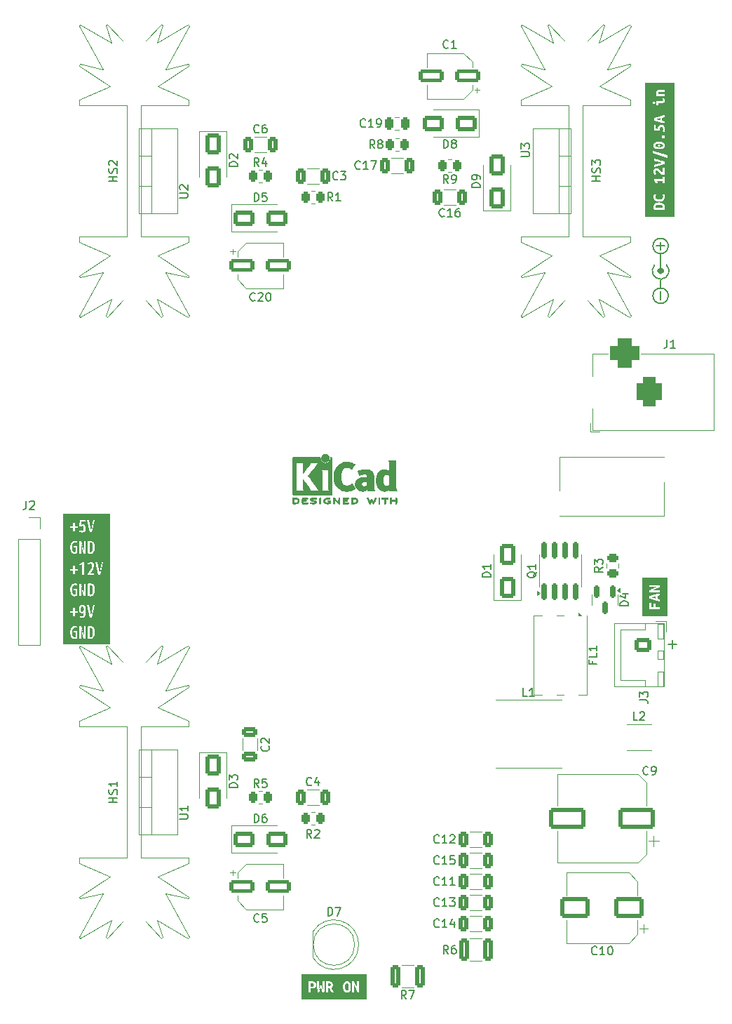
<source format=gto>
G04 #@! TF.GenerationSoftware,KiCad,Pcbnew,8.0.8-2.fc41*
G04 #@! TF.CreationDate,2025-02-23T13:33:09+00:00*
G04 #@! TF.ProjectId,Power_supply,506f7765-725f-4737-9570-706c792e6b69,rev?*
G04 #@! TF.SameCoordinates,Original*
G04 #@! TF.FileFunction,Legend,Top*
G04 #@! TF.FilePolarity,Positive*
%FSLAX46Y46*%
G04 Gerber Fmt 4.6, Leading zero omitted, Abs format (unit mm)*
G04 Created by KiCad (PCBNEW 8.0.8-2.fc41) date 2025-02-23 13:33:09*
%MOMM*%
%LPD*%
G01*
G04 APERTURE LIST*
G04 Aperture macros list*
%AMRoundRect*
0 Rectangle with rounded corners*
0 $1 Rounding radius*
0 $2 $3 $4 $5 $6 $7 $8 $9 X,Y pos of 4 corners*
0 Add a 4 corners polygon primitive as box body*
4,1,4,$2,$3,$4,$5,$6,$7,$8,$9,$2,$3,0*
0 Add four circle primitives for the rounded corners*
1,1,$1+$1,$2,$3*
1,1,$1+$1,$4,$5*
1,1,$1+$1,$6,$7*
1,1,$1+$1,$8,$9*
0 Add four rect primitives between the rounded corners*
20,1,$1+$1,$2,$3,$4,$5,0*
20,1,$1+$1,$4,$5,$6,$7,0*
20,1,$1+$1,$6,$7,$8,$9,0*
20,1,$1+$1,$8,$9,$2,$3,0*%
G04 Aperture macros list end*
%ADD10C,0.150000*%
%ADD11C,0.120000*%
%ADD12C,0.000000*%
%ADD13C,0.500000*%
%ADD14C,0.010000*%
%ADD15C,0.100000*%
%ADD16RoundRect,0.250000X-0.325000X-0.650000X0.325000X-0.650000X0.325000X0.650000X-0.325000X0.650000X0*%
%ADD17R,1.800000X7.500000*%
%ADD18RoundRect,0.250000X-0.650000X1.000000X-0.650000X-1.000000X0.650000X-1.000000X0.650000X1.000000X0*%
%ADD19RoundRect,0.150000X0.150000X-0.825000X0.150000X0.825000X-0.150000X0.825000X-0.150000X-0.825000X0*%
%ADD20RoundRect,0.250000X-0.262500X-0.450000X0.262500X-0.450000X0.262500X0.450000X-0.262500X0.450000X0*%
%ADD21RoundRect,0.250000X0.450000X-0.262500X0.450000X0.262500X-0.450000X0.262500X-0.450000X-0.262500X0*%
%ADD22RoundRect,0.250000X-1.250000X-0.550000X1.250000X-0.550000X1.250000X0.550000X-1.250000X0.550000X0*%
%ADD23RoundRect,0.250000X1.000000X0.650000X-1.000000X0.650000X-1.000000X-0.650000X1.000000X-0.650000X0*%
%ADD24RoundRect,0.250000X-0.750000X0.600000X-0.750000X-0.600000X0.750000X-0.600000X0.750000X0.600000X0*%
%ADD25O,2.000000X1.700000*%
%ADD26R,0.800000X2.700000*%
%ADD27RoundRect,0.250000X0.312500X1.075000X-0.312500X1.075000X-0.312500X-1.075000X0.312500X-1.075000X0*%
%ADD28RoundRect,0.250000X0.650000X-1.000000X0.650000X1.000000X-0.650000X1.000000X-0.650000X-1.000000X0*%
%ADD29R,1.800000X1.800000*%
%ADD30C,1.800000*%
%ADD31RoundRect,0.250000X0.325000X0.650000X-0.325000X0.650000X-0.325000X-0.650000X0.325000X-0.650000X0*%
%ADD32R,1.700000X1.700000*%
%ADD33O,1.700000X1.700000*%
%ADD34RoundRect,0.250000X1.950000X1.000000X-1.950000X1.000000X-1.950000X-1.000000X1.950000X-1.000000X0*%
%ADD35RoundRect,0.250000X-1.000000X-0.650000X1.000000X-0.650000X1.000000X0.650000X-1.000000X0.650000X0*%
%ADD36RoundRect,0.150000X-0.150000X0.587500X-0.150000X-0.587500X0.150000X-0.587500X0.150000X0.587500X0*%
%ADD37C,3.200000*%
%ADD38R,1.200000X2.000000*%
%ADD39RoundRect,0.250000X0.262500X0.450000X-0.262500X0.450000X-0.262500X-0.450000X0.262500X-0.450000X0*%
%ADD40R,2.000000X1.905000*%
%ADD41O,2.000000X1.905000*%
%ADD42C,6.000000*%
%ADD43RoundRect,0.250000X0.650000X-0.325000X0.650000X0.325000X-0.650000X0.325000X-0.650000X-0.325000X0*%
%ADD44RoundRect,0.250000X0.250000X0.475000X-0.250000X0.475000X-0.250000X-0.475000X0.250000X-0.475000X0*%
%ADD45R,3.500000X3.500000*%
%ADD46RoundRect,0.750000X0.750000X1.000000X-0.750000X1.000000X-0.750000X-1.000000X0.750000X-1.000000X0*%
%ADD47RoundRect,0.875000X0.875000X0.875000X-0.875000X0.875000X-0.875000X-0.875000X0.875000X-0.875000X0*%
%ADD48RoundRect,0.250000X1.250000X0.550000X-1.250000X0.550000X-1.250000X-0.550000X1.250000X-0.550000X0*%
%ADD49RoundRect,0.250000X1.500000X1.000000X-1.500000X1.000000X-1.500000X-1.000000X1.500000X-1.000000X0*%
%ADD50RoundRect,0.250000X-0.312500X-1.075000X0.312500X-1.075000X0.312500X1.075000X-0.312500X1.075000X0*%
%ADD51C,2.400000*%
%ADD52C,1.600000*%
G04 APERTURE END LIST*
D10*
X184400000Y-119380000D02*
X184400000Y-118880000D01*
X184400000Y-119380000D02*
X184400000Y-119880000D01*
X184400000Y-119380000D02*
X184900000Y-119380000D01*
X182955000Y-71295000D02*
X182955000Y-71795000D01*
X182955000Y-77295000D02*
X182955000Y-77795000D01*
X182955000Y-71295000D02*
X182455000Y-71295000D01*
X184400000Y-119380000D02*
X183900000Y-119380000D01*
X182955000Y-71295000D02*
X183455000Y-71295000D01*
X182955000Y-77295000D02*
X182955000Y-76795000D01*
X182955000Y-71295000D02*
X182955000Y-70795000D01*
X143978333Y-63224580D02*
X143930714Y-63272200D01*
X143930714Y-63272200D02*
X143787857Y-63319819D01*
X143787857Y-63319819D02*
X143692619Y-63319819D01*
X143692619Y-63319819D02*
X143549762Y-63272200D01*
X143549762Y-63272200D02*
X143454524Y-63176961D01*
X143454524Y-63176961D02*
X143406905Y-63081723D01*
X143406905Y-63081723D02*
X143359286Y-62891247D01*
X143359286Y-62891247D02*
X143359286Y-62748390D01*
X143359286Y-62748390D02*
X143406905Y-62557914D01*
X143406905Y-62557914D02*
X143454524Y-62462676D01*
X143454524Y-62462676D02*
X143549762Y-62367438D01*
X143549762Y-62367438D02*
X143692619Y-62319819D01*
X143692619Y-62319819D02*
X143787857Y-62319819D01*
X143787857Y-62319819D02*
X143930714Y-62367438D01*
X143930714Y-62367438D02*
X143978333Y-62415057D01*
X144311667Y-62319819D02*
X144930714Y-62319819D01*
X144930714Y-62319819D02*
X144597381Y-62700771D01*
X144597381Y-62700771D02*
X144740238Y-62700771D01*
X144740238Y-62700771D02*
X144835476Y-62748390D01*
X144835476Y-62748390D02*
X144883095Y-62796009D01*
X144883095Y-62796009D02*
X144930714Y-62891247D01*
X144930714Y-62891247D02*
X144930714Y-63129342D01*
X144930714Y-63129342D02*
X144883095Y-63224580D01*
X144883095Y-63224580D02*
X144835476Y-63272200D01*
X144835476Y-63272200D02*
X144740238Y-63319819D01*
X144740238Y-63319819D02*
X144454524Y-63319819D01*
X144454524Y-63319819D02*
X144359286Y-63272200D01*
X144359286Y-63272200D02*
X144311667Y-63224580D01*
X166838333Y-125629819D02*
X166362143Y-125629819D01*
X166362143Y-125629819D02*
X166362143Y-124629819D01*
X167695476Y-125629819D02*
X167124048Y-125629819D01*
X167409762Y-125629819D02*
X167409762Y-124629819D01*
X167409762Y-124629819D02*
X167314524Y-124772676D01*
X167314524Y-124772676D02*
X167219286Y-124867914D01*
X167219286Y-124867914D02*
X167124048Y-124915533D01*
X131859819Y-136628094D02*
X130859819Y-136628094D01*
X130859819Y-136628094D02*
X130859819Y-136389999D01*
X130859819Y-136389999D02*
X130907438Y-136247142D01*
X130907438Y-136247142D02*
X131002676Y-136151904D01*
X131002676Y-136151904D02*
X131097914Y-136104285D01*
X131097914Y-136104285D02*
X131288390Y-136056666D01*
X131288390Y-136056666D02*
X131431247Y-136056666D01*
X131431247Y-136056666D02*
X131621723Y-136104285D01*
X131621723Y-136104285D02*
X131716961Y-136151904D01*
X131716961Y-136151904D02*
X131812200Y-136247142D01*
X131812200Y-136247142D02*
X131859819Y-136389999D01*
X131859819Y-136389999D02*
X131859819Y-136628094D01*
X130859819Y-135723332D02*
X130859819Y-135104285D01*
X130859819Y-135104285D02*
X131240771Y-135437618D01*
X131240771Y-135437618D02*
X131240771Y-135294761D01*
X131240771Y-135294761D02*
X131288390Y-135199523D01*
X131288390Y-135199523D02*
X131336009Y-135151904D01*
X131336009Y-135151904D02*
X131431247Y-135104285D01*
X131431247Y-135104285D02*
X131669342Y-135104285D01*
X131669342Y-135104285D02*
X131764580Y-135151904D01*
X131764580Y-135151904D02*
X131812200Y-135199523D01*
X131812200Y-135199523D02*
X131859819Y-135294761D01*
X131859819Y-135294761D02*
X131859819Y-135580475D01*
X131859819Y-135580475D02*
X131812200Y-135675713D01*
X131812200Y-135675713D02*
X131764580Y-135723332D01*
X167965057Y-110585238D02*
X167917438Y-110680476D01*
X167917438Y-110680476D02*
X167822200Y-110775714D01*
X167822200Y-110775714D02*
X167679342Y-110918571D01*
X167679342Y-110918571D02*
X167631723Y-111013809D01*
X167631723Y-111013809D02*
X167631723Y-111109047D01*
X167869819Y-111061428D02*
X167822200Y-111156666D01*
X167822200Y-111156666D02*
X167726961Y-111251904D01*
X167726961Y-111251904D02*
X167536485Y-111299523D01*
X167536485Y-111299523D02*
X167203152Y-111299523D01*
X167203152Y-111299523D02*
X167012676Y-111251904D01*
X167012676Y-111251904D02*
X166917438Y-111156666D01*
X166917438Y-111156666D02*
X166869819Y-111061428D01*
X166869819Y-111061428D02*
X166869819Y-110870952D01*
X166869819Y-110870952D02*
X166917438Y-110775714D01*
X166917438Y-110775714D02*
X167012676Y-110680476D01*
X167012676Y-110680476D02*
X167203152Y-110632857D01*
X167203152Y-110632857D02*
X167536485Y-110632857D01*
X167536485Y-110632857D02*
X167726961Y-110680476D01*
X167726961Y-110680476D02*
X167822200Y-110775714D01*
X167822200Y-110775714D02*
X167869819Y-110870952D01*
X167869819Y-110870952D02*
X167869819Y-111061428D01*
X167869819Y-109680476D02*
X167869819Y-110251904D01*
X167869819Y-109966190D02*
X166869819Y-109966190D01*
X166869819Y-109966190D02*
X167012676Y-110061428D01*
X167012676Y-110061428D02*
X167107914Y-110156666D01*
X167107914Y-110156666D02*
X167155533Y-110251904D01*
X143343333Y-65859819D02*
X143010000Y-65383628D01*
X142771905Y-65859819D02*
X142771905Y-64859819D01*
X142771905Y-64859819D02*
X143152857Y-64859819D01*
X143152857Y-64859819D02*
X143248095Y-64907438D01*
X143248095Y-64907438D02*
X143295714Y-64955057D01*
X143295714Y-64955057D02*
X143343333Y-65050295D01*
X143343333Y-65050295D02*
X143343333Y-65193152D01*
X143343333Y-65193152D02*
X143295714Y-65288390D01*
X143295714Y-65288390D02*
X143248095Y-65336009D01*
X143248095Y-65336009D02*
X143152857Y-65383628D01*
X143152857Y-65383628D02*
X142771905Y-65383628D01*
X144295714Y-65859819D02*
X143724286Y-65859819D01*
X144010000Y-65859819D02*
X144010000Y-64859819D01*
X144010000Y-64859819D02*
X143914762Y-65002676D01*
X143914762Y-65002676D02*
X143819524Y-65097914D01*
X143819524Y-65097914D02*
X143724286Y-65145533D01*
X175969819Y-110021666D02*
X175493628Y-110354999D01*
X175969819Y-110593094D02*
X174969819Y-110593094D01*
X174969819Y-110593094D02*
X174969819Y-110212142D01*
X174969819Y-110212142D02*
X175017438Y-110116904D01*
X175017438Y-110116904D02*
X175065057Y-110069285D01*
X175065057Y-110069285D02*
X175160295Y-110021666D01*
X175160295Y-110021666D02*
X175303152Y-110021666D01*
X175303152Y-110021666D02*
X175398390Y-110069285D01*
X175398390Y-110069285D02*
X175446009Y-110116904D01*
X175446009Y-110116904D02*
X175493628Y-110212142D01*
X175493628Y-110212142D02*
X175493628Y-110593094D01*
X174969819Y-109688332D02*
X174969819Y-109069285D01*
X174969819Y-109069285D02*
X175350771Y-109402618D01*
X175350771Y-109402618D02*
X175350771Y-109259761D01*
X175350771Y-109259761D02*
X175398390Y-109164523D01*
X175398390Y-109164523D02*
X175446009Y-109116904D01*
X175446009Y-109116904D02*
X175541247Y-109069285D01*
X175541247Y-109069285D02*
X175779342Y-109069285D01*
X175779342Y-109069285D02*
X175874580Y-109116904D01*
X175874580Y-109116904D02*
X175922200Y-109164523D01*
X175922200Y-109164523D02*
X175969819Y-109259761D01*
X175969819Y-109259761D02*
X175969819Y-109545475D01*
X175969819Y-109545475D02*
X175922200Y-109640713D01*
X175922200Y-109640713D02*
X175874580Y-109688332D01*
X134453333Y-152759580D02*
X134405714Y-152807200D01*
X134405714Y-152807200D02*
X134262857Y-152854819D01*
X134262857Y-152854819D02*
X134167619Y-152854819D01*
X134167619Y-152854819D02*
X134024762Y-152807200D01*
X134024762Y-152807200D02*
X133929524Y-152711961D01*
X133929524Y-152711961D02*
X133881905Y-152616723D01*
X133881905Y-152616723D02*
X133834286Y-152426247D01*
X133834286Y-152426247D02*
X133834286Y-152283390D01*
X133834286Y-152283390D02*
X133881905Y-152092914D01*
X133881905Y-152092914D02*
X133929524Y-151997676D01*
X133929524Y-151997676D02*
X134024762Y-151902438D01*
X134024762Y-151902438D02*
X134167619Y-151854819D01*
X134167619Y-151854819D02*
X134262857Y-151854819D01*
X134262857Y-151854819D02*
X134405714Y-151902438D01*
X134405714Y-151902438D02*
X134453333Y-151950057D01*
X135358095Y-151854819D02*
X134881905Y-151854819D01*
X134881905Y-151854819D02*
X134834286Y-152331009D01*
X134834286Y-152331009D02*
X134881905Y-152283390D01*
X134881905Y-152283390D02*
X134977143Y-152235771D01*
X134977143Y-152235771D02*
X135215238Y-152235771D01*
X135215238Y-152235771D02*
X135310476Y-152283390D01*
X135310476Y-152283390D02*
X135358095Y-152331009D01*
X135358095Y-152331009D02*
X135405714Y-152426247D01*
X135405714Y-152426247D02*
X135405714Y-152664342D01*
X135405714Y-152664342D02*
X135358095Y-152759580D01*
X135358095Y-152759580D02*
X135310476Y-152807200D01*
X135310476Y-152807200D02*
X135215238Y-152854819D01*
X135215238Y-152854819D02*
X134977143Y-152854819D01*
X134977143Y-152854819D02*
X134881905Y-152807200D01*
X134881905Y-152807200D02*
X134834286Y-152759580D01*
X156741905Y-59469819D02*
X156741905Y-58469819D01*
X156741905Y-58469819D02*
X156980000Y-58469819D01*
X156980000Y-58469819D02*
X157122857Y-58517438D01*
X157122857Y-58517438D02*
X157218095Y-58612676D01*
X157218095Y-58612676D02*
X157265714Y-58707914D01*
X157265714Y-58707914D02*
X157313333Y-58898390D01*
X157313333Y-58898390D02*
X157313333Y-59041247D01*
X157313333Y-59041247D02*
X157265714Y-59231723D01*
X157265714Y-59231723D02*
X157218095Y-59326961D01*
X157218095Y-59326961D02*
X157122857Y-59422200D01*
X157122857Y-59422200D02*
X156980000Y-59469819D01*
X156980000Y-59469819D02*
X156741905Y-59469819D01*
X157884762Y-58898390D02*
X157789524Y-58850771D01*
X157789524Y-58850771D02*
X157741905Y-58803152D01*
X157741905Y-58803152D02*
X157694286Y-58707914D01*
X157694286Y-58707914D02*
X157694286Y-58660295D01*
X157694286Y-58660295D02*
X157741905Y-58565057D01*
X157741905Y-58565057D02*
X157789524Y-58517438D01*
X157789524Y-58517438D02*
X157884762Y-58469819D01*
X157884762Y-58469819D02*
X158075238Y-58469819D01*
X158075238Y-58469819D02*
X158170476Y-58517438D01*
X158170476Y-58517438D02*
X158218095Y-58565057D01*
X158218095Y-58565057D02*
X158265714Y-58660295D01*
X158265714Y-58660295D02*
X158265714Y-58707914D01*
X158265714Y-58707914D02*
X158218095Y-58803152D01*
X158218095Y-58803152D02*
X158170476Y-58850771D01*
X158170476Y-58850771D02*
X158075238Y-58898390D01*
X158075238Y-58898390D02*
X157884762Y-58898390D01*
X157884762Y-58898390D02*
X157789524Y-58946009D01*
X157789524Y-58946009D02*
X157741905Y-58993628D01*
X157741905Y-58993628D02*
X157694286Y-59088866D01*
X157694286Y-59088866D02*
X157694286Y-59279342D01*
X157694286Y-59279342D02*
X157741905Y-59374580D01*
X157741905Y-59374580D02*
X157789524Y-59422200D01*
X157789524Y-59422200D02*
X157884762Y-59469819D01*
X157884762Y-59469819D02*
X158075238Y-59469819D01*
X158075238Y-59469819D02*
X158170476Y-59422200D01*
X158170476Y-59422200D02*
X158218095Y-59374580D01*
X158218095Y-59374580D02*
X158265714Y-59279342D01*
X158265714Y-59279342D02*
X158265714Y-59088866D01*
X158265714Y-59088866D02*
X158218095Y-58993628D01*
X158218095Y-58993628D02*
X158170476Y-58946009D01*
X158170476Y-58946009D02*
X158075238Y-58898390D01*
X180429819Y-126063333D02*
X181144104Y-126063333D01*
X181144104Y-126063333D02*
X181286961Y-126110952D01*
X181286961Y-126110952D02*
X181382200Y-126206190D01*
X181382200Y-126206190D02*
X181429819Y-126349047D01*
X181429819Y-126349047D02*
X181429819Y-126444285D01*
X180429819Y-125682380D02*
X180429819Y-125063333D01*
X180429819Y-125063333D02*
X180810771Y-125396666D01*
X180810771Y-125396666D02*
X180810771Y-125253809D01*
X180810771Y-125253809D02*
X180858390Y-125158571D01*
X180858390Y-125158571D02*
X180906009Y-125110952D01*
X180906009Y-125110952D02*
X181001247Y-125063333D01*
X181001247Y-125063333D02*
X181239342Y-125063333D01*
X181239342Y-125063333D02*
X181334580Y-125110952D01*
X181334580Y-125110952D02*
X181382200Y-125158571D01*
X181382200Y-125158571D02*
X181429819Y-125253809D01*
X181429819Y-125253809D02*
X181429819Y-125539523D01*
X181429819Y-125539523D02*
X181382200Y-125634761D01*
X181382200Y-125634761D02*
X181334580Y-125682380D01*
X180173333Y-128510819D02*
X179697143Y-128510819D01*
X179697143Y-128510819D02*
X179697143Y-127510819D01*
X180459048Y-127606057D02*
X180506667Y-127558438D01*
X180506667Y-127558438D02*
X180601905Y-127510819D01*
X180601905Y-127510819D02*
X180840000Y-127510819D01*
X180840000Y-127510819D02*
X180935238Y-127558438D01*
X180935238Y-127558438D02*
X180982857Y-127606057D01*
X180982857Y-127606057D02*
X181030476Y-127701295D01*
X181030476Y-127701295D02*
X181030476Y-127796533D01*
X181030476Y-127796533D02*
X180982857Y-127939390D01*
X180982857Y-127939390D02*
X180411429Y-128510819D01*
X180411429Y-128510819D02*
X181030476Y-128510819D01*
X152233333Y-162119819D02*
X151900000Y-161643628D01*
X151661905Y-162119819D02*
X151661905Y-161119819D01*
X151661905Y-161119819D02*
X152042857Y-161119819D01*
X152042857Y-161119819D02*
X152138095Y-161167438D01*
X152138095Y-161167438D02*
X152185714Y-161215057D01*
X152185714Y-161215057D02*
X152233333Y-161310295D01*
X152233333Y-161310295D02*
X152233333Y-161453152D01*
X152233333Y-161453152D02*
X152185714Y-161548390D01*
X152185714Y-161548390D02*
X152138095Y-161596009D01*
X152138095Y-161596009D02*
X152042857Y-161643628D01*
X152042857Y-161643628D02*
X151661905Y-161643628D01*
X152566667Y-161119819D02*
X153233333Y-161119819D01*
X153233333Y-161119819D02*
X152804762Y-162119819D01*
X162419819Y-111228094D02*
X161419819Y-111228094D01*
X161419819Y-111228094D02*
X161419819Y-110989999D01*
X161419819Y-110989999D02*
X161467438Y-110847142D01*
X161467438Y-110847142D02*
X161562676Y-110751904D01*
X161562676Y-110751904D02*
X161657914Y-110704285D01*
X161657914Y-110704285D02*
X161848390Y-110656666D01*
X161848390Y-110656666D02*
X161991247Y-110656666D01*
X161991247Y-110656666D02*
X162181723Y-110704285D01*
X162181723Y-110704285D02*
X162276961Y-110751904D01*
X162276961Y-110751904D02*
X162372200Y-110847142D01*
X162372200Y-110847142D02*
X162419819Y-110989999D01*
X162419819Y-110989999D02*
X162419819Y-111228094D01*
X162419819Y-109704285D02*
X162419819Y-110275713D01*
X162419819Y-109989999D02*
X161419819Y-109989999D01*
X161419819Y-109989999D02*
X161562676Y-110085237D01*
X161562676Y-110085237D02*
X161657914Y-110180475D01*
X161657914Y-110180475D02*
X161705533Y-110275713D01*
X142771905Y-152069819D02*
X142771905Y-151069819D01*
X142771905Y-151069819D02*
X143010000Y-151069819D01*
X143010000Y-151069819D02*
X143152857Y-151117438D01*
X143152857Y-151117438D02*
X143248095Y-151212676D01*
X143248095Y-151212676D02*
X143295714Y-151307914D01*
X143295714Y-151307914D02*
X143343333Y-151498390D01*
X143343333Y-151498390D02*
X143343333Y-151641247D01*
X143343333Y-151641247D02*
X143295714Y-151831723D01*
X143295714Y-151831723D02*
X143248095Y-151926961D01*
X143248095Y-151926961D02*
X143152857Y-152022200D01*
X143152857Y-152022200D02*
X143010000Y-152069819D01*
X143010000Y-152069819D02*
X142771905Y-152069819D01*
X143676667Y-151069819D02*
X144343333Y-151069819D01*
X144343333Y-151069819D02*
X143914762Y-152069819D01*
X156837142Y-67669580D02*
X156789523Y-67717200D01*
X156789523Y-67717200D02*
X156646666Y-67764819D01*
X156646666Y-67764819D02*
X156551428Y-67764819D01*
X156551428Y-67764819D02*
X156408571Y-67717200D01*
X156408571Y-67717200D02*
X156313333Y-67621961D01*
X156313333Y-67621961D02*
X156265714Y-67526723D01*
X156265714Y-67526723D02*
X156218095Y-67336247D01*
X156218095Y-67336247D02*
X156218095Y-67193390D01*
X156218095Y-67193390D02*
X156265714Y-67002914D01*
X156265714Y-67002914D02*
X156313333Y-66907676D01*
X156313333Y-66907676D02*
X156408571Y-66812438D01*
X156408571Y-66812438D02*
X156551428Y-66764819D01*
X156551428Y-66764819D02*
X156646666Y-66764819D01*
X156646666Y-66764819D02*
X156789523Y-66812438D01*
X156789523Y-66812438D02*
X156837142Y-66860057D01*
X157789523Y-67764819D02*
X157218095Y-67764819D01*
X157503809Y-67764819D02*
X157503809Y-66764819D01*
X157503809Y-66764819D02*
X157408571Y-66907676D01*
X157408571Y-66907676D02*
X157313333Y-67002914D01*
X157313333Y-67002914D02*
X157218095Y-67050533D01*
X158646666Y-66764819D02*
X158456190Y-66764819D01*
X158456190Y-66764819D02*
X158360952Y-66812438D01*
X158360952Y-66812438D02*
X158313333Y-66860057D01*
X158313333Y-66860057D02*
X158218095Y-67002914D01*
X158218095Y-67002914D02*
X158170476Y-67193390D01*
X158170476Y-67193390D02*
X158170476Y-67574342D01*
X158170476Y-67574342D02*
X158218095Y-67669580D01*
X158218095Y-67669580D02*
X158265714Y-67717200D01*
X158265714Y-67717200D02*
X158360952Y-67764819D01*
X158360952Y-67764819D02*
X158551428Y-67764819D01*
X158551428Y-67764819D02*
X158646666Y-67717200D01*
X158646666Y-67717200D02*
X158694285Y-67669580D01*
X158694285Y-67669580D02*
X158741904Y-67574342D01*
X158741904Y-67574342D02*
X158741904Y-67336247D01*
X158741904Y-67336247D02*
X158694285Y-67241009D01*
X158694285Y-67241009D02*
X158646666Y-67193390D01*
X158646666Y-67193390D02*
X158551428Y-67145771D01*
X158551428Y-67145771D02*
X158360952Y-67145771D01*
X158360952Y-67145771D02*
X158265714Y-67193390D01*
X158265714Y-67193390D02*
X158218095Y-67241009D01*
X158218095Y-67241009D02*
X158170476Y-67336247D01*
X131859819Y-61698094D02*
X130859819Y-61698094D01*
X130859819Y-61698094D02*
X130859819Y-61459999D01*
X130859819Y-61459999D02*
X130907438Y-61317142D01*
X130907438Y-61317142D02*
X131002676Y-61221904D01*
X131002676Y-61221904D02*
X131097914Y-61174285D01*
X131097914Y-61174285D02*
X131288390Y-61126666D01*
X131288390Y-61126666D02*
X131431247Y-61126666D01*
X131431247Y-61126666D02*
X131621723Y-61174285D01*
X131621723Y-61174285D02*
X131716961Y-61221904D01*
X131716961Y-61221904D02*
X131812200Y-61317142D01*
X131812200Y-61317142D02*
X131859819Y-61459999D01*
X131859819Y-61459999D02*
X131859819Y-61698094D01*
X130955057Y-60745713D02*
X130907438Y-60698094D01*
X130907438Y-60698094D02*
X130859819Y-60602856D01*
X130859819Y-60602856D02*
X130859819Y-60364761D01*
X130859819Y-60364761D02*
X130907438Y-60269523D01*
X130907438Y-60269523D02*
X130955057Y-60221904D01*
X130955057Y-60221904D02*
X131050295Y-60174285D01*
X131050295Y-60174285D02*
X131145533Y-60174285D01*
X131145533Y-60174285D02*
X131288390Y-60221904D01*
X131288390Y-60221904D02*
X131859819Y-60793332D01*
X131859819Y-60793332D02*
X131859819Y-60174285D01*
X106346666Y-102064819D02*
X106346666Y-102779104D01*
X106346666Y-102779104D02*
X106299047Y-102921961D01*
X106299047Y-102921961D02*
X106203809Y-103017200D01*
X106203809Y-103017200D02*
X106060952Y-103064819D01*
X106060952Y-103064819D02*
X105965714Y-103064819D01*
X106775238Y-102160057D02*
X106822857Y-102112438D01*
X106822857Y-102112438D02*
X106918095Y-102064819D01*
X106918095Y-102064819D02*
X107156190Y-102064819D01*
X107156190Y-102064819D02*
X107251428Y-102112438D01*
X107251428Y-102112438D02*
X107299047Y-102160057D01*
X107299047Y-102160057D02*
X107346666Y-102255295D01*
X107346666Y-102255295D02*
X107346666Y-102350533D01*
X107346666Y-102350533D02*
X107299047Y-102493390D01*
X107299047Y-102493390D02*
X106727619Y-103064819D01*
X106727619Y-103064819D02*
X107346666Y-103064819D01*
X181443333Y-134979580D02*
X181395714Y-135027200D01*
X181395714Y-135027200D02*
X181252857Y-135074819D01*
X181252857Y-135074819D02*
X181157619Y-135074819D01*
X181157619Y-135074819D02*
X181014762Y-135027200D01*
X181014762Y-135027200D02*
X180919524Y-134931961D01*
X180919524Y-134931961D02*
X180871905Y-134836723D01*
X180871905Y-134836723D02*
X180824286Y-134646247D01*
X180824286Y-134646247D02*
X180824286Y-134503390D01*
X180824286Y-134503390D02*
X180871905Y-134312914D01*
X180871905Y-134312914D02*
X180919524Y-134217676D01*
X180919524Y-134217676D02*
X181014762Y-134122438D01*
X181014762Y-134122438D02*
X181157619Y-134074819D01*
X181157619Y-134074819D02*
X181252857Y-134074819D01*
X181252857Y-134074819D02*
X181395714Y-134122438D01*
X181395714Y-134122438D02*
X181443333Y-134170057D01*
X181919524Y-135074819D02*
X182110000Y-135074819D01*
X182110000Y-135074819D02*
X182205238Y-135027200D01*
X182205238Y-135027200D02*
X182252857Y-134979580D01*
X182252857Y-134979580D02*
X182348095Y-134836723D01*
X182348095Y-134836723D02*
X182395714Y-134646247D01*
X182395714Y-134646247D02*
X182395714Y-134265295D01*
X182395714Y-134265295D02*
X182348095Y-134170057D01*
X182348095Y-134170057D02*
X182300476Y-134122438D01*
X182300476Y-134122438D02*
X182205238Y-134074819D01*
X182205238Y-134074819D02*
X182014762Y-134074819D01*
X182014762Y-134074819D02*
X181919524Y-134122438D01*
X181919524Y-134122438D02*
X181871905Y-134170057D01*
X181871905Y-134170057D02*
X181824286Y-134265295D01*
X181824286Y-134265295D02*
X181824286Y-134503390D01*
X181824286Y-134503390D02*
X181871905Y-134598628D01*
X181871905Y-134598628D02*
X181919524Y-134646247D01*
X181919524Y-134646247D02*
X182014762Y-134693866D01*
X182014762Y-134693866D02*
X182205238Y-134693866D01*
X182205238Y-134693866D02*
X182300476Y-134646247D01*
X182300476Y-134646247D02*
X182348095Y-134598628D01*
X182348095Y-134598628D02*
X182395714Y-134503390D01*
X133881905Y-65899819D02*
X133881905Y-64899819D01*
X133881905Y-64899819D02*
X134120000Y-64899819D01*
X134120000Y-64899819D02*
X134262857Y-64947438D01*
X134262857Y-64947438D02*
X134358095Y-65042676D01*
X134358095Y-65042676D02*
X134405714Y-65137914D01*
X134405714Y-65137914D02*
X134453333Y-65328390D01*
X134453333Y-65328390D02*
X134453333Y-65471247D01*
X134453333Y-65471247D02*
X134405714Y-65661723D01*
X134405714Y-65661723D02*
X134358095Y-65756961D01*
X134358095Y-65756961D02*
X134262857Y-65852200D01*
X134262857Y-65852200D02*
X134120000Y-65899819D01*
X134120000Y-65899819D02*
X133881905Y-65899819D01*
X135358095Y-64899819D02*
X134881905Y-64899819D01*
X134881905Y-64899819D02*
X134834286Y-65376009D01*
X134834286Y-65376009D02*
X134881905Y-65328390D01*
X134881905Y-65328390D02*
X134977143Y-65280771D01*
X134977143Y-65280771D02*
X135215238Y-65280771D01*
X135215238Y-65280771D02*
X135310476Y-65328390D01*
X135310476Y-65328390D02*
X135358095Y-65376009D01*
X135358095Y-65376009D02*
X135405714Y-65471247D01*
X135405714Y-65471247D02*
X135405714Y-65709342D01*
X135405714Y-65709342D02*
X135358095Y-65804580D01*
X135358095Y-65804580D02*
X135310476Y-65852200D01*
X135310476Y-65852200D02*
X135215238Y-65899819D01*
X135215238Y-65899819D02*
X134977143Y-65899819D01*
X134977143Y-65899819D02*
X134881905Y-65852200D01*
X134881905Y-65852200D02*
X134834286Y-65804580D01*
X161149819Y-64238094D02*
X160149819Y-64238094D01*
X160149819Y-64238094D02*
X160149819Y-63999999D01*
X160149819Y-63999999D02*
X160197438Y-63857142D01*
X160197438Y-63857142D02*
X160292676Y-63761904D01*
X160292676Y-63761904D02*
X160387914Y-63714285D01*
X160387914Y-63714285D02*
X160578390Y-63666666D01*
X160578390Y-63666666D02*
X160721247Y-63666666D01*
X160721247Y-63666666D02*
X160911723Y-63714285D01*
X160911723Y-63714285D02*
X161006961Y-63761904D01*
X161006961Y-63761904D02*
X161102200Y-63857142D01*
X161102200Y-63857142D02*
X161149819Y-63999999D01*
X161149819Y-63999999D02*
X161149819Y-64238094D01*
X161149819Y-63190475D02*
X161149819Y-62999999D01*
X161149819Y-62999999D02*
X161102200Y-62904761D01*
X161102200Y-62904761D02*
X161054580Y-62857142D01*
X161054580Y-62857142D02*
X160911723Y-62761904D01*
X160911723Y-62761904D02*
X160721247Y-62714285D01*
X160721247Y-62714285D02*
X160340295Y-62714285D01*
X160340295Y-62714285D02*
X160245057Y-62761904D01*
X160245057Y-62761904D02*
X160197438Y-62809523D01*
X160197438Y-62809523D02*
X160149819Y-62904761D01*
X160149819Y-62904761D02*
X160149819Y-63095237D01*
X160149819Y-63095237D02*
X160197438Y-63190475D01*
X160197438Y-63190475D02*
X160245057Y-63238094D01*
X160245057Y-63238094D02*
X160340295Y-63285713D01*
X160340295Y-63285713D02*
X160578390Y-63285713D01*
X160578390Y-63285713D02*
X160673628Y-63238094D01*
X160673628Y-63238094D02*
X160721247Y-63190475D01*
X160721247Y-63190475D02*
X160768866Y-63095237D01*
X160768866Y-63095237D02*
X160768866Y-62904761D01*
X160768866Y-62904761D02*
X160721247Y-62809523D01*
X160721247Y-62809523D02*
X160673628Y-62761904D01*
X160673628Y-62761904D02*
X160578390Y-62714285D01*
X134453333Y-61669819D02*
X134120000Y-61193628D01*
X133881905Y-61669819D02*
X133881905Y-60669819D01*
X133881905Y-60669819D02*
X134262857Y-60669819D01*
X134262857Y-60669819D02*
X134358095Y-60717438D01*
X134358095Y-60717438D02*
X134405714Y-60765057D01*
X134405714Y-60765057D02*
X134453333Y-60860295D01*
X134453333Y-60860295D02*
X134453333Y-61003152D01*
X134453333Y-61003152D02*
X134405714Y-61098390D01*
X134405714Y-61098390D02*
X134358095Y-61146009D01*
X134358095Y-61146009D02*
X134262857Y-61193628D01*
X134262857Y-61193628D02*
X133881905Y-61193628D01*
X135310476Y-61003152D02*
X135310476Y-61669819D01*
X135072381Y-60622200D02*
X134834286Y-61336485D01*
X134834286Y-61336485D02*
X135453333Y-61336485D01*
X156202142Y-150854580D02*
X156154523Y-150902200D01*
X156154523Y-150902200D02*
X156011666Y-150949819D01*
X156011666Y-150949819D02*
X155916428Y-150949819D01*
X155916428Y-150949819D02*
X155773571Y-150902200D01*
X155773571Y-150902200D02*
X155678333Y-150806961D01*
X155678333Y-150806961D02*
X155630714Y-150711723D01*
X155630714Y-150711723D02*
X155583095Y-150521247D01*
X155583095Y-150521247D02*
X155583095Y-150378390D01*
X155583095Y-150378390D02*
X155630714Y-150187914D01*
X155630714Y-150187914D02*
X155678333Y-150092676D01*
X155678333Y-150092676D02*
X155773571Y-149997438D01*
X155773571Y-149997438D02*
X155916428Y-149949819D01*
X155916428Y-149949819D02*
X156011666Y-149949819D01*
X156011666Y-149949819D02*
X156154523Y-149997438D01*
X156154523Y-149997438D02*
X156202142Y-150045057D01*
X157154523Y-150949819D02*
X156583095Y-150949819D01*
X156868809Y-150949819D02*
X156868809Y-149949819D01*
X156868809Y-149949819D02*
X156773571Y-150092676D01*
X156773571Y-150092676D02*
X156678333Y-150187914D01*
X156678333Y-150187914D02*
X156583095Y-150235533D01*
X157487857Y-149949819D02*
X158106904Y-149949819D01*
X158106904Y-149949819D02*
X157773571Y-150330771D01*
X157773571Y-150330771D02*
X157916428Y-150330771D01*
X157916428Y-150330771D02*
X158011666Y-150378390D01*
X158011666Y-150378390D02*
X158059285Y-150426009D01*
X158059285Y-150426009D02*
X158106904Y-150521247D01*
X158106904Y-150521247D02*
X158106904Y-150759342D01*
X158106904Y-150759342D02*
X158059285Y-150854580D01*
X158059285Y-150854580D02*
X158011666Y-150902200D01*
X158011666Y-150902200D02*
X157916428Y-150949819D01*
X157916428Y-150949819D02*
X157630714Y-150949819D01*
X157630714Y-150949819D02*
X157535476Y-150902200D01*
X157535476Y-150902200D02*
X157487857Y-150854580D01*
X156202142Y-148314580D02*
X156154523Y-148362200D01*
X156154523Y-148362200D02*
X156011666Y-148409819D01*
X156011666Y-148409819D02*
X155916428Y-148409819D01*
X155916428Y-148409819D02*
X155773571Y-148362200D01*
X155773571Y-148362200D02*
X155678333Y-148266961D01*
X155678333Y-148266961D02*
X155630714Y-148171723D01*
X155630714Y-148171723D02*
X155583095Y-147981247D01*
X155583095Y-147981247D02*
X155583095Y-147838390D01*
X155583095Y-147838390D02*
X155630714Y-147647914D01*
X155630714Y-147647914D02*
X155678333Y-147552676D01*
X155678333Y-147552676D02*
X155773571Y-147457438D01*
X155773571Y-147457438D02*
X155916428Y-147409819D01*
X155916428Y-147409819D02*
X156011666Y-147409819D01*
X156011666Y-147409819D02*
X156154523Y-147457438D01*
X156154523Y-147457438D02*
X156202142Y-147505057D01*
X157154523Y-148409819D02*
X156583095Y-148409819D01*
X156868809Y-148409819D02*
X156868809Y-147409819D01*
X156868809Y-147409819D02*
X156773571Y-147552676D01*
X156773571Y-147552676D02*
X156678333Y-147647914D01*
X156678333Y-147647914D02*
X156583095Y-147695533D01*
X158106904Y-148409819D02*
X157535476Y-148409819D01*
X157821190Y-148409819D02*
X157821190Y-147409819D01*
X157821190Y-147409819D02*
X157725952Y-147552676D01*
X157725952Y-147552676D02*
X157630714Y-147647914D01*
X157630714Y-147647914D02*
X157535476Y-147695533D01*
X133881905Y-140829819D02*
X133881905Y-139829819D01*
X133881905Y-139829819D02*
X134120000Y-139829819D01*
X134120000Y-139829819D02*
X134262857Y-139877438D01*
X134262857Y-139877438D02*
X134358095Y-139972676D01*
X134358095Y-139972676D02*
X134405714Y-140067914D01*
X134405714Y-140067914D02*
X134453333Y-140258390D01*
X134453333Y-140258390D02*
X134453333Y-140401247D01*
X134453333Y-140401247D02*
X134405714Y-140591723D01*
X134405714Y-140591723D02*
X134358095Y-140686961D01*
X134358095Y-140686961D02*
X134262857Y-140782200D01*
X134262857Y-140782200D02*
X134120000Y-140829819D01*
X134120000Y-140829819D02*
X133881905Y-140829819D01*
X135310476Y-139829819D02*
X135120000Y-139829819D01*
X135120000Y-139829819D02*
X135024762Y-139877438D01*
X135024762Y-139877438D02*
X134977143Y-139925057D01*
X134977143Y-139925057D02*
X134881905Y-140067914D01*
X134881905Y-140067914D02*
X134834286Y-140258390D01*
X134834286Y-140258390D02*
X134834286Y-140639342D01*
X134834286Y-140639342D02*
X134881905Y-140734580D01*
X134881905Y-140734580D02*
X134929524Y-140782200D01*
X134929524Y-140782200D02*
X135024762Y-140829819D01*
X135024762Y-140829819D02*
X135215238Y-140829819D01*
X135215238Y-140829819D02*
X135310476Y-140782200D01*
X135310476Y-140782200D02*
X135358095Y-140734580D01*
X135358095Y-140734580D02*
X135405714Y-140639342D01*
X135405714Y-140639342D02*
X135405714Y-140401247D01*
X135405714Y-140401247D02*
X135358095Y-140306009D01*
X135358095Y-140306009D02*
X135310476Y-140258390D01*
X135310476Y-140258390D02*
X135215238Y-140210771D01*
X135215238Y-140210771D02*
X135024762Y-140210771D01*
X135024762Y-140210771D02*
X134929524Y-140258390D01*
X134929524Y-140258390D02*
X134881905Y-140306009D01*
X134881905Y-140306009D02*
X134834286Y-140401247D01*
X179069819Y-114705594D02*
X178069819Y-114705594D01*
X178069819Y-114705594D02*
X178069819Y-114467499D01*
X178069819Y-114467499D02*
X178117438Y-114324642D01*
X178117438Y-114324642D02*
X178212676Y-114229404D01*
X178212676Y-114229404D02*
X178307914Y-114181785D01*
X178307914Y-114181785D02*
X178498390Y-114134166D01*
X178498390Y-114134166D02*
X178641247Y-114134166D01*
X178641247Y-114134166D02*
X178831723Y-114181785D01*
X178831723Y-114181785D02*
X178926961Y-114229404D01*
X178926961Y-114229404D02*
X179022200Y-114324642D01*
X179022200Y-114324642D02*
X179069819Y-114467499D01*
X179069819Y-114467499D02*
X179069819Y-114705594D01*
X178403152Y-113277023D02*
X179069819Y-113277023D01*
X178022200Y-113515118D02*
X178736485Y-113753213D01*
X178736485Y-113753213D02*
X178736485Y-113134166D01*
X133977142Y-77829580D02*
X133929523Y-77877200D01*
X133929523Y-77877200D02*
X133786666Y-77924819D01*
X133786666Y-77924819D02*
X133691428Y-77924819D01*
X133691428Y-77924819D02*
X133548571Y-77877200D01*
X133548571Y-77877200D02*
X133453333Y-77781961D01*
X133453333Y-77781961D02*
X133405714Y-77686723D01*
X133405714Y-77686723D02*
X133358095Y-77496247D01*
X133358095Y-77496247D02*
X133358095Y-77353390D01*
X133358095Y-77353390D02*
X133405714Y-77162914D01*
X133405714Y-77162914D02*
X133453333Y-77067676D01*
X133453333Y-77067676D02*
X133548571Y-76972438D01*
X133548571Y-76972438D02*
X133691428Y-76924819D01*
X133691428Y-76924819D02*
X133786666Y-76924819D01*
X133786666Y-76924819D02*
X133929523Y-76972438D01*
X133929523Y-76972438D02*
X133977142Y-77020057D01*
X134358095Y-77020057D02*
X134405714Y-76972438D01*
X134405714Y-76972438D02*
X134500952Y-76924819D01*
X134500952Y-76924819D02*
X134739047Y-76924819D01*
X134739047Y-76924819D02*
X134834285Y-76972438D01*
X134834285Y-76972438D02*
X134881904Y-77020057D01*
X134881904Y-77020057D02*
X134929523Y-77115295D01*
X134929523Y-77115295D02*
X134929523Y-77210533D01*
X134929523Y-77210533D02*
X134881904Y-77353390D01*
X134881904Y-77353390D02*
X134310476Y-77924819D01*
X134310476Y-77924819D02*
X134929523Y-77924819D01*
X135548571Y-76924819D02*
X135643809Y-76924819D01*
X135643809Y-76924819D02*
X135739047Y-76972438D01*
X135739047Y-76972438D02*
X135786666Y-77020057D01*
X135786666Y-77020057D02*
X135834285Y-77115295D01*
X135834285Y-77115295D02*
X135881904Y-77305771D01*
X135881904Y-77305771D02*
X135881904Y-77543866D01*
X135881904Y-77543866D02*
X135834285Y-77734342D01*
X135834285Y-77734342D02*
X135786666Y-77829580D01*
X135786666Y-77829580D02*
X135739047Y-77877200D01*
X135739047Y-77877200D02*
X135643809Y-77924819D01*
X135643809Y-77924819D02*
X135548571Y-77924819D01*
X135548571Y-77924819D02*
X135453333Y-77877200D01*
X135453333Y-77877200D02*
X135405714Y-77829580D01*
X135405714Y-77829580D02*
X135358095Y-77734342D01*
X135358095Y-77734342D02*
X135310476Y-77543866D01*
X135310476Y-77543866D02*
X135310476Y-77305771D01*
X135310476Y-77305771D02*
X135358095Y-77115295D01*
X135358095Y-77115295D02*
X135405714Y-77020057D01*
X135405714Y-77020057D02*
X135453333Y-76972438D01*
X135453333Y-76972438D02*
X135548571Y-76924819D01*
X174746009Y-121388095D02*
X174746009Y-121721428D01*
X175269819Y-121721428D02*
X174269819Y-121721428D01*
X174269819Y-121721428D02*
X174269819Y-121245238D01*
X175269819Y-120388095D02*
X175269819Y-120864285D01*
X175269819Y-120864285D02*
X174269819Y-120864285D01*
X175269819Y-119530952D02*
X175269819Y-120102380D01*
X175269819Y-119816666D02*
X174269819Y-119816666D01*
X174269819Y-119816666D02*
X174412676Y-119911904D01*
X174412676Y-119911904D02*
X174507914Y-120007142D01*
X174507914Y-120007142D02*
X174555533Y-120102380D01*
X148423333Y-59509819D02*
X148090000Y-59033628D01*
X147851905Y-59509819D02*
X147851905Y-58509819D01*
X147851905Y-58509819D02*
X148232857Y-58509819D01*
X148232857Y-58509819D02*
X148328095Y-58557438D01*
X148328095Y-58557438D02*
X148375714Y-58605057D01*
X148375714Y-58605057D02*
X148423333Y-58700295D01*
X148423333Y-58700295D02*
X148423333Y-58843152D01*
X148423333Y-58843152D02*
X148375714Y-58938390D01*
X148375714Y-58938390D02*
X148328095Y-58986009D01*
X148328095Y-58986009D02*
X148232857Y-59033628D01*
X148232857Y-59033628D02*
X147851905Y-59033628D01*
X148994762Y-58938390D02*
X148899524Y-58890771D01*
X148899524Y-58890771D02*
X148851905Y-58843152D01*
X148851905Y-58843152D02*
X148804286Y-58747914D01*
X148804286Y-58747914D02*
X148804286Y-58700295D01*
X148804286Y-58700295D02*
X148851905Y-58605057D01*
X148851905Y-58605057D02*
X148899524Y-58557438D01*
X148899524Y-58557438D02*
X148994762Y-58509819D01*
X148994762Y-58509819D02*
X149185238Y-58509819D01*
X149185238Y-58509819D02*
X149280476Y-58557438D01*
X149280476Y-58557438D02*
X149328095Y-58605057D01*
X149328095Y-58605057D02*
X149375714Y-58700295D01*
X149375714Y-58700295D02*
X149375714Y-58747914D01*
X149375714Y-58747914D02*
X149328095Y-58843152D01*
X149328095Y-58843152D02*
X149280476Y-58890771D01*
X149280476Y-58890771D02*
X149185238Y-58938390D01*
X149185238Y-58938390D02*
X148994762Y-58938390D01*
X148994762Y-58938390D02*
X148899524Y-58986009D01*
X148899524Y-58986009D02*
X148851905Y-59033628D01*
X148851905Y-59033628D02*
X148804286Y-59128866D01*
X148804286Y-59128866D02*
X148804286Y-59319342D01*
X148804286Y-59319342D02*
X148851905Y-59414580D01*
X148851905Y-59414580D02*
X148899524Y-59462200D01*
X148899524Y-59462200D02*
X148994762Y-59509819D01*
X148994762Y-59509819D02*
X149185238Y-59509819D01*
X149185238Y-59509819D02*
X149280476Y-59462200D01*
X149280476Y-59462200D02*
X149328095Y-59414580D01*
X149328095Y-59414580D02*
X149375714Y-59319342D01*
X149375714Y-59319342D02*
X149375714Y-59128866D01*
X149375714Y-59128866D02*
X149328095Y-59033628D01*
X149328095Y-59033628D02*
X149280476Y-58986009D01*
X149280476Y-58986009D02*
X149185238Y-58938390D01*
X146677142Y-61954580D02*
X146629523Y-62002200D01*
X146629523Y-62002200D02*
X146486666Y-62049819D01*
X146486666Y-62049819D02*
X146391428Y-62049819D01*
X146391428Y-62049819D02*
X146248571Y-62002200D01*
X146248571Y-62002200D02*
X146153333Y-61906961D01*
X146153333Y-61906961D02*
X146105714Y-61811723D01*
X146105714Y-61811723D02*
X146058095Y-61621247D01*
X146058095Y-61621247D02*
X146058095Y-61478390D01*
X146058095Y-61478390D02*
X146105714Y-61287914D01*
X146105714Y-61287914D02*
X146153333Y-61192676D01*
X146153333Y-61192676D02*
X146248571Y-61097438D01*
X146248571Y-61097438D02*
X146391428Y-61049819D01*
X146391428Y-61049819D02*
X146486666Y-61049819D01*
X146486666Y-61049819D02*
X146629523Y-61097438D01*
X146629523Y-61097438D02*
X146677142Y-61145057D01*
X147629523Y-62049819D02*
X147058095Y-62049819D01*
X147343809Y-62049819D02*
X147343809Y-61049819D01*
X147343809Y-61049819D02*
X147248571Y-61192676D01*
X147248571Y-61192676D02*
X147153333Y-61287914D01*
X147153333Y-61287914D02*
X147058095Y-61335533D01*
X147962857Y-61049819D02*
X148629523Y-61049819D01*
X148629523Y-61049819D02*
X148200952Y-62049819D01*
X140803333Y-142694819D02*
X140470000Y-142218628D01*
X140231905Y-142694819D02*
X140231905Y-141694819D01*
X140231905Y-141694819D02*
X140612857Y-141694819D01*
X140612857Y-141694819D02*
X140708095Y-141742438D01*
X140708095Y-141742438D02*
X140755714Y-141790057D01*
X140755714Y-141790057D02*
X140803333Y-141885295D01*
X140803333Y-141885295D02*
X140803333Y-142028152D01*
X140803333Y-142028152D02*
X140755714Y-142123390D01*
X140755714Y-142123390D02*
X140708095Y-142171009D01*
X140708095Y-142171009D02*
X140612857Y-142218628D01*
X140612857Y-142218628D02*
X140231905Y-142218628D01*
X141184286Y-141790057D02*
X141231905Y-141742438D01*
X141231905Y-141742438D02*
X141327143Y-141694819D01*
X141327143Y-141694819D02*
X141565238Y-141694819D01*
X141565238Y-141694819D02*
X141660476Y-141742438D01*
X141660476Y-141742438D02*
X141708095Y-141790057D01*
X141708095Y-141790057D02*
X141755714Y-141885295D01*
X141755714Y-141885295D02*
X141755714Y-141980533D01*
X141755714Y-141980533D02*
X141708095Y-142123390D01*
X141708095Y-142123390D02*
X141136667Y-142694819D01*
X141136667Y-142694819D02*
X141755714Y-142694819D01*
X124879819Y-140421904D02*
X125689342Y-140421904D01*
X125689342Y-140421904D02*
X125784580Y-140374285D01*
X125784580Y-140374285D02*
X125832200Y-140326666D01*
X125832200Y-140326666D02*
X125879819Y-140231428D01*
X125879819Y-140231428D02*
X125879819Y-140040952D01*
X125879819Y-140040952D02*
X125832200Y-139945714D01*
X125832200Y-139945714D02*
X125784580Y-139898095D01*
X125784580Y-139898095D02*
X125689342Y-139850476D01*
X125689342Y-139850476D02*
X124879819Y-139850476D01*
X125879819Y-138850476D02*
X125879819Y-139421904D01*
X125879819Y-139136190D02*
X124879819Y-139136190D01*
X124879819Y-139136190D02*
X125022676Y-139231428D01*
X125022676Y-139231428D02*
X125117914Y-139326666D01*
X125117914Y-139326666D02*
X125165533Y-139421904D01*
X124879819Y-65491904D02*
X125689342Y-65491904D01*
X125689342Y-65491904D02*
X125784580Y-65444285D01*
X125784580Y-65444285D02*
X125832200Y-65396666D01*
X125832200Y-65396666D02*
X125879819Y-65301428D01*
X125879819Y-65301428D02*
X125879819Y-65110952D01*
X125879819Y-65110952D02*
X125832200Y-65015714D01*
X125832200Y-65015714D02*
X125784580Y-64968095D01*
X125784580Y-64968095D02*
X125689342Y-64920476D01*
X125689342Y-64920476D02*
X124879819Y-64920476D01*
X124975057Y-64491904D02*
X124927438Y-64444285D01*
X124927438Y-64444285D02*
X124879819Y-64349047D01*
X124879819Y-64349047D02*
X124879819Y-64110952D01*
X124879819Y-64110952D02*
X124927438Y-64015714D01*
X124927438Y-64015714D02*
X124975057Y-63968095D01*
X124975057Y-63968095D02*
X125070295Y-63920476D01*
X125070295Y-63920476D02*
X125165533Y-63920476D01*
X125165533Y-63920476D02*
X125308390Y-63968095D01*
X125308390Y-63968095D02*
X125879819Y-64539523D01*
X125879819Y-64539523D02*
X125879819Y-63920476D01*
X117334819Y-138423094D02*
X116334819Y-138423094D01*
X116811009Y-138423094D02*
X116811009Y-137851666D01*
X117334819Y-137851666D02*
X116334819Y-137851666D01*
X117287200Y-137423094D02*
X117334819Y-137280237D01*
X117334819Y-137280237D02*
X117334819Y-137042142D01*
X117334819Y-137042142D02*
X117287200Y-136946904D01*
X117287200Y-136946904D02*
X117239580Y-136899285D01*
X117239580Y-136899285D02*
X117144342Y-136851666D01*
X117144342Y-136851666D02*
X117049104Y-136851666D01*
X117049104Y-136851666D02*
X116953866Y-136899285D01*
X116953866Y-136899285D02*
X116906247Y-136946904D01*
X116906247Y-136946904D02*
X116858628Y-137042142D01*
X116858628Y-137042142D02*
X116811009Y-137232618D01*
X116811009Y-137232618D02*
X116763390Y-137327856D01*
X116763390Y-137327856D02*
X116715771Y-137375475D01*
X116715771Y-137375475D02*
X116620533Y-137423094D01*
X116620533Y-137423094D02*
X116525295Y-137423094D01*
X116525295Y-137423094D02*
X116430057Y-137375475D01*
X116430057Y-137375475D02*
X116382438Y-137327856D01*
X116382438Y-137327856D02*
X116334819Y-137232618D01*
X116334819Y-137232618D02*
X116334819Y-136994523D01*
X116334819Y-136994523D02*
X116382438Y-136851666D01*
X117334819Y-135899285D02*
X117334819Y-136470713D01*
X117334819Y-136184999D02*
X116334819Y-136184999D01*
X116334819Y-136184999D02*
X116477676Y-136280237D01*
X116477676Y-136280237D02*
X116572914Y-136375475D01*
X116572914Y-136375475D02*
X116620533Y-136470713D01*
X156202142Y-145774580D02*
X156154523Y-145822200D01*
X156154523Y-145822200D02*
X156011666Y-145869819D01*
X156011666Y-145869819D02*
X155916428Y-145869819D01*
X155916428Y-145869819D02*
X155773571Y-145822200D01*
X155773571Y-145822200D02*
X155678333Y-145726961D01*
X155678333Y-145726961D02*
X155630714Y-145631723D01*
X155630714Y-145631723D02*
X155583095Y-145441247D01*
X155583095Y-145441247D02*
X155583095Y-145298390D01*
X155583095Y-145298390D02*
X155630714Y-145107914D01*
X155630714Y-145107914D02*
X155678333Y-145012676D01*
X155678333Y-145012676D02*
X155773571Y-144917438D01*
X155773571Y-144917438D02*
X155916428Y-144869819D01*
X155916428Y-144869819D02*
X156011666Y-144869819D01*
X156011666Y-144869819D02*
X156154523Y-144917438D01*
X156154523Y-144917438D02*
X156202142Y-144965057D01*
X157154523Y-145869819D02*
X156583095Y-145869819D01*
X156868809Y-145869819D02*
X156868809Y-144869819D01*
X156868809Y-144869819D02*
X156773571Y-145012676D01*
X156773571Y-145012676D02*
X156678333Y-145107914D01*
X156678333Y-145107914D02*
X156583095Y-145155533D01*
X158059285Y-144869819D02*
X157583095Y-144869819D01*
X157583095Y-144869819D02*
X157535476Y-145346009D01*
X157535476Y-145346009D02*
X157583095Y-145298390D01*
X157583095Y-145298390D02*
X157678333Y-145250771D01*
X157678333Y-145250771D02*
X157916428Y-145250771D01*
X157916428Y-145250771D02*
X158011666Y-145298390D01*
X158011666Y-145298390D02*
X158059285Y-145346009D01*
X158059285Y-145346009D02*
X158106904Y-145441247D01*
X158106904Y-145441247D02*
X158106904Y-145679342D01*
X158106904Y-145679342D02*
X158059285Y-145774580D01*
X158059285Y-145774580D02*
X158011666Y-145822200D01*
X158011666Y-145822200D02*
X157916428Y-145869819D01*
X157916428Y-145869819D02*
X157678333Y-145869819D01*
X157678333Y-145869819D02*
X157583095Y-145822200D01*
X157583095Y-145822200D02*
X157535476Y-145774580D01*
X134453333Y-57564580D02*
X134405714Y-57612200D01*
X134405714Y-57612200D02*
X134262857Y-57659819D01*
X134262857Y-57659819D02*
X134167619Y-57659819D01*
X134167619Y-57659819D02*
X134024762Y-57612200D01*
X134024762Y-57612200D02*
X133929524Y-57516961D01*
X133929524Y-57516961D02*
X133881905Y-57421723D01*
X133881905Y-57421723D02*
X133834286Y-57231247D01*
X133834286Y-57231247D02*
X133834286Y-57088390D01*
X133834286Y-57088390D02*
X133881905Y-56897914D01*
X133881905Y-56897914D02*
X133929524Y-56802676D01*
X133929524Y-56802676D02*
X134024762Y-56707438D01*
X134024762Y-56707438D02*
X134167619Y-56659819D01*
X134167619Y-56659819D02*
X134262857Y-56659819D01*
X134262857Y-56659819D02*
X134405714Y-56707438D01*
X134405714Y-56707438D02*
X134453333Y-56755057D01*
X135310476Y-56659819D02*
X135120000Y-56659819D01*
X135120000Y-56659819D02*
X135024762Y-56707438D01*
X135024762Y-56707438D02*
X134977143Y-56755057D01*
X134977143Y-56755057D02*
X134881905Y-56897914D01*
X134881905Y-56897914D02*
X134834286Y-57088390D01*
X134834286Y-57088390D02*
X134834286Y-57469342D01*
X134834286Y-57469342D02*
X134881905Y-57564580D01*
X134881905Y-57564580D02*
X134929524Y-57612200D01*
X134929524Y-57612200D02*
X135024762Y-57659819D01*
X135024762Y-57659819D02*
X135215238Y-57659819D01*
X135215238Y-57659819D02*
X135310476Y-57612200D01*
X135310476Y-57612200D02*
X135358095Y-57564580D01*
X135358095Y-57564580D02*
X135405714Y-57469342D01*
X135405714Y-57469342D02*
X135405714Y-57231247D01*
X135405714Y-57231247D02*
X135358095Y-57136009D01*
X135358095Y-57136009D02*
X135310476Y-57088390D01*
X135310476Y-57088390D02*
X135215238Y-57040771D01*
X135215238Y-57040771D02*
X135024762Y-57040771D01*
X135024762Y-57040771D02*
X134929524Y-57088390D01*
X134929524Y-57088390D02*
X134881905Y-57136009D01*
X134881905Y-57136009D02*
X134834286Y-57231247D01*
X166129819Y-60491904D02*
X166939342Y-60491904D01*
X166939342Y-60491904D02*
X167034580Y-60444285D01*
X167034580Y-60444285D02*
X167082200Y-60396666D01*
X167082200Y-60396666D02*
X167129819Y-60301428D01*
X167129819Y-60301428D02*
X167129819Y-60110952D01*
X167129819Y-60110952D02*
X167082200Y-60015714D01*
X167082200Y-60015714D02*
X167034580Y-59968095D01*
X167034580Y-59968095D02*
X166939342Y-59920476D01*
X166939342Y-59920476D02*
X166129819Y-59920476D01*
X166129819Y-59539523D02*
X166129819Y-58920476D01*
X166129819Y-58920476D02*
X166510771Y-59253809D01*
X166510771Y-59253809D02*
X166510771Y-59110952D01*
X166510771Y-59110952D02*
X166558390Y-59015714D01*
X166558390Y-59015714D02*
X166606009Y-58968095D01*
X166606009Y-58968095D02*
X166701247Y-58920476D01*
X166701247Y-58920476D02*
X166939342Y-58920476D01*
X166939342Y-58920476D02*
X167034580Y-58968095D01*
X167034580Y-58968095D02*
X167082200Y-59015714D01*
X167082200Y-59015714D02*
X167129819Y-59110952D01*
X167129819Y-59110952D02*
X167129819Y-59396666D01*
X167129819Y-59396666D02*
X167082200Y-59491904D01*
X167082200Y-59491904D02*
X167034580Y-59539523D01*
X156202142Y-153394580D02*
X156154523Y-153442200D01*
X156154523Y-153442200D02*
X156011666Y-153489819D01*
X156011666Y-153489819D02*
X155916428Y-153489819D01*
X155916428Y-153489819D02*
X155773571Y-153442200D01*
X155773571Y-153442200D02*
X155678333Y-153346961D01*
X155678333Y-153346961D02*
X155630714Y-153251723D01*
X155630714Y-153251723D02*
X155583095Y-153061247D01*
X155583095Y-153061247D02*
X155583095Y-152918390D01*
X155583095Y-152918390D02*
X155630714Y-152727914D01*
X155630714Y-152727914D02*
X155678333Y-152632676D01*
X155678333Y-152632676D02*
X155773571Y-152537438D01*
X155773571Y-152537438D02*
X155916428Y-152489819D01*
X155916428Y-152489819D02*
X156011666Y-152489819D01*
X156011666Y-152489819D02*
X156154523Y-152537438D01*
X156154523Y-152537438D02*
X156202142Y-152585057D01*
X157154523Y-153489819D02*
X156583095Y-153489819D01*
X156868809Y-153489819D02*
X156868809Y-152489819D01*
X156868809Y-152489819D02*
X156773571Y-152632676D01*
X156773571Y-152632676D02*
X156678333Y-152727914D01*
X156678333Y-152727914D02*
X156583095Y-152775533D01*
X158011666Y-152823152D02*
X158011666Y-153489819D01*
X157773571Y-152442200D02*
X157535476Y-153156485D01*
X157535476Y-153156485D02*
X158154523Y-153156485D01*
X117334819Y-63493094D02*
X116334819Y-63493094D01*
X116811009Y-63493094D02*
X116811009Y-62921666D01*
X117334819Y-62921666D02*
X116334819Y-62921666D01*
X117287200Y-62493094D02*
X117334819Y-62350237D01*
X117334819Y-62350237D02*
X117334819Y-62112142D01*
X117334819Y-62112142D02*
X117287200Y-62016904D01*
X117287200Y-62016904D02*
X117239580Y-61969285D01*
X117239580Y-61969285D02*
X117144342Y-61921666D01*
X117144342Y-61921666D02*
X117049104Y-61921666D01*
X117049104Y-61921666D02*
X116953866Y-61969285D01*
X116953866Y-61969285D02*
X116906247Y-62016904D01*
X116906247Y-62016904D02*
X116858628Y-62112142D01*
X116858628Y-62112142D02*
X116811009Y-62302618D01*
X116811009Y-62302618D02*
X116763390Y-62397856D01*
X116763390Y-62397856D02*
X116715771Y-62445475D01*
X116715771Y-62445475D02*
X116620533Y-62493094D01*
X116620533Y-62493094D02*
X116525295Y-62493094D01*
X116525295Y-62493094D02*
X116430057Y-62445475D01*
X116430057Y-62445475D02*
X116382438Y-62397856D01*
X116382438Y-62397856D02*
X116334819Y-62302618D01*
X116334819Y-62302618D02*
X116334819Y-62064523D01*
X116334819Y-62064523D02*
X116382438Y-61921666D01*
X116430057Y-61540713D02*
X116382438Y-61493094D01*
X116382438Y-61493094D02*
X116334819Y-61397856D01*
X116334819Y-61397856D02*
X116334819Y-61159761D01*
X116334819Y-61159761D02*
X116382438Y-61064523D01*
X116382438Y-61064523D02*
X116430057Y-61016904D01*
X116430057Y-61016904D02*
X116525295Y-60969285D01*
X116525295Y-60969285D02*
X116620533Y-60969285D01*
X116620533Y-60969285D02*
X116763390Y-61016904D01*
X116763390Y-61016904D02*
X117334819Y-61588332D01*
X117334819Y-61588332D02*
X117334819Y-60969285D01*
X135614580Y-131611666D02*
X135662200Y-131659285D01*
X135662200Y-131659285D02*
X135709819Y-131802142D01*
X135709819Y-131802142D02*
X135709819Y-131897380D01*
X135709819Y-131897380D02*
X135662200Y-132040237D01*
X135662200Y-132040237D02*
X135566961Y-132135475D01*
X135566961Y-132135475D02*
X135471723Y-132183094D01*
X135471723Y-132183094D02*
X135281247Y-132230713D01*
X135281247Y-132230713D02*
X135138390Y-132230713D01*
X135138390Y-132230713D02*
X134947914Y-132183094D01*
X134947914Y-132183094D02*
X134852676Y-132135475D01*
X134852676Y-132135475D02*
X134757438Y-132040237D01*
X134757438Y-132040237D02*
X134709819Y-131897380D01*
X134709819Y-131897380D02*
X134709819Y-131802142D01*
X134709819Y-131802142D02*
X134757438Y-131659285D01*
X134757438Y-131659285D02*
X134805057Y-131611666D01*
X134805057Y-131230713D02*
X134757438Y-131183094D01*
X134757438Y-131183094D02*
X134709819Y-131087856D01*
X134709819Y-131087856D02*
X134709819Y-130849761D01*
X134709819Y-130849761D02*
X134757438Y-130754523D01*
X134757438Y-130754523D02*
X134805057Y-130706904D01*
X134805057Y-130706904D02*
X134900295Y-130659285D01*
X134900295Y-130659285D02*
X134995533Y-130659285D01*
X134995533Y-130659285D02*
X135138390Y-130706904D01*
X135138390Y-130706904D02*
X135709819Y-131278332D01*
X135709819Y-131278332D02*
X135709819Y-130659285D01*
X147312142Y-56874580D02*
X147264523Y-56922200D01*
X147264523Y-56922200D02*
X147121666Y-56969819D01*
X147121666Y-56969819D02*
X147026428Y-56969819D01*
X147026428Y-56969819D02*
X146883571Y-56922200D01*
X146883571Y-56922200D02*
X146788333Y-56826961D01*
X146788333Y-56826961D02*
X146740714Y-56731723D01*
X146740714Y-56731723D02*
X146693095Y-56541247D01*
X146693095Y-56541247D02*
X146693095Y-56398390D01*
X146693095Y-56398390D02*
X146740714Y-56207914D01*
X146740714Y-56207914D02*
X146788333Y-56112676D01*
X146788333Y-56112676D02*
X146883571Y-56017438D01*
X146883571Y-56017438D02*
X147026428Y-55969819D01*
X147026428Y-55969819D02*
X147121666Y-55969819D01*
X147121666Y-55969819D02*
X147264523Y-56017438D01*
X147264523Y-56017438D02*
X147312142Y-56065057D01*
X148264523Y-56969819D02*
X147693095Y-56969819D01*
X147978809Y-56969819D02*
X147978809Y-55969819D01*
X147978809Y-55969819D02*
X147883571Y-56112676D01*
X147883571Y-56112676D02*
X147788333Y-56207914D01*
X147788333Y-56207914D02*
X147693095Y-56255533D01*
X148740714Y-56969819D02*
X148931190Y-56969819D01*
X148931190Y-56969819D02*
X149026428Y-56922200D01*
X149026428Y-56922200D02*
X149074047Y-56874580D01*
X149074047Y-56874580D02*
X149169285Y-56731723D01*
X149169285Y-56731723D02*
X149216904Y-56541247D01*
X149216904Y-56541247D02*
X149216904Y-56160295D01*
X149216904Y-56160295D02*
X149169285Y-56065057D01*
X149169285Y-56065057D02*
X149121666Y-56017438D01*
X149121666Y-56017438D02*
X149026428Y-55969819D01*
X149026428Y-55969819D02*
X148835952Y-55969819D01*
X148835952Y-55969819D02*
X148740714Y-56017438D01*
X148740714Y-56017438D02*
X148693095Y-56065057D01*
X148693095Y-56065057D02*
X148645476Y-56160295D01*
X148645476Y-56160295D02*
X148645476Y-56398390D01*
X148645476Y-56398390D02*
X148693095Y-56493628D01*
X148693095Y-56493628D02*
X148740714Y-56541247D01*
X148740714Y-56541247D02*
X148835952Y-56588866D01*
X148835952Y-56588866D02*
X149026428Y-56588866D01*
X149026428Y-56588866D02*
X149121666Y-56541247D01*
X149121666Y-56541247D02*
X149169285Y-56493628D01*
X149169285Y-56493628D02*
X149216904Y-56398390D01*
X183726666Y-82604819D02*
X183726666Y-83319104D01*
X183726666Y-83319104D02*
X183679047Y-83461961D01*
X183679047Y-83461961D02*
X183583809Y-83557200D01*
X183583809Y-83557200D02*
X183440952Y-83604819D01*
X183440952Y-83604819D02*
X183345714Y-83604819D01*
X184726666Y-83604819D02*
X184155238Y-83604819D01*
X184440952Y-83604819D02*
X184440952Y-82604819D01*
X184440952Y-82604819D02*
X184345714Y-82747676D01*
X184345714Y-82747676D02*
X184250476Y-82842914D01*
X184250476Y-82842914D02*
X184155238Y-82890533D01*
X134453333Y-136599819D02*
X134120000Y-136123628D01*
X133881905Y-136599819D02*
X133881905Y-135599819D01*
X133881905Y-135599819D02*
X134262857Y-135599819D01*
X134262857Y-135599819D02*
X134358095Y-135647438D01*
X134358095Y-135647438D02*
X134405714Y-135695057D01*
X134405714Y-135695057D02*
X134453333Y-135790295D01*
X134453333Y-135790295D02*
X134453333Y-135933152D01*
X134453333Y-135933152D02*
X134405714Y-136028390D01*
X134405714Y-136028390D02*
X134358095Y-136076009D01*
X134358095Y-136076009D02*
X134262857Y-136123628D01*
X134262857Y-136123628D02*
X133881905Y-136123628D01*
X135358095Y-135599819D02*
X134881905Y-135599819D01*
X134881905Y-135599819D02*
X134834286Y-136076009D01*
X134834286Y-136076009D02*
X134881905Y-136028390D01*
X134881905Y-136028390D02*
X134977143Y-135980771D01*
X134977143Y-135980771D02*
X135215238Y-135980771D01*
X135215238Y-135980771D02*
X135310476Y-136028390D01*
X135310476Y-136028390D02*
X135358095Y-136076009D01*
X135358095Y-136076009D02*
X135405714Y-136171247D01*
X135405714Y-136171247D02*
X135405714Y-136409342D01*
X135405714Y-136409342D02*
X135358095Y-136504580D01*
X135358095Y-136504580D02*
X135310476Y-136552200D01*
X135310476Y-136552200D02*
X135215238Y-136599819D01*
X135215238Y-136599819D02*
X134977143Y-136599819D01*
X134977143Y-136599819D02*
X134881905Y-136552200D01*
X134881905Y-136552200D02*
X134834286Y-136504580D01*
X157313333Y-47349580D02*
X157265714Y-47397200D01*
X157265714Y-47397200D02*
X157122857Y-47444819D01*
X157122857Y-47444819D02*
X157027619Y-47444819D01*
X157027619Y-47444819D02*
X156884762Y-47397200D01*
X156884762Y-47397200D02*
X156789524Y-47301961D01*
X156789524Y-47301961D02*
X156741905Y-47206723D01*
X156741905Y-47206723D02*
X156694286Y-47016247D01*
X156694286Y-47016247D02*
X156694286Y-46873390D01*
X156694286Y-46873390D02*
X156741905Y-46682914D01*
X156741905Y-46682914D02*
X156789524Y-46587676D01*
X156789524Y-46587676D02*
X156884762Y-46492438D01*
X156884762Y-46492438D02*
X157027619Y-46444819D01*
X157027619Y-46444819D02*
X157122857Y-46444819D01*
X157122857Y-46444819D02*
X157265714Y-46492438D01*
X157265714Y-46492438D02*
X157313333Y-46540057D01*
X158265714Y-47444819D02*
X157694286Y-47444819D01*
X157980000Y-47444819D02*
X157980000Y-46444819D01*
X157980000Y-46444819D02*
X157884762Y-46587676D01*
X157884762Y-46587676D02*
X157789524Y-46682914D01*
X157789524Y-46682914D02*
X157694286Y-46730533D01*
X140803333Y-136304580D02*
X140755714Y-136352200D01*
X140755714Y-136352200D02*
X140612857Y-136399819D01*
X140612857Y-136399819D02*
X140517619Y-136399819D01*
X140517619Y-136399819D02*
X140374762Y-136352200D01*
X140374762Y-136352200D02*
X140279524Y-136256961D01*
X140279524Y-136256961D02*
X140231905Y-136161723D01*
X140231905Y-136161723D02*
X140184286Y-135971247D01*
X140184286Y-135971247D02*
X140184286Y-135828390D01*
X140184286Y-135828390D02*
X140231905Y-135637914D01*
X140231905Y-135637914D02*
X140279524Y-135542676D01*
X140279524Y-135542676D02*
X140374762Y-135447438D01*
X140374762Y-135447438D02*
X140517619Y-135399819D01*
X140517619Y-135399819D02*
X140612857Y-135399819D01*
X140612857Y-135399819D02*
X140755714Y-135447438D01*
X140755714Y-135447438D02*
X140803333Y-135495057D01*
X141660476Y-135733152D02*
X141660476Y-136399819D01*
X141422381Y-135352200D02*
X141184286Y-136066485D01*
X141184286Y-136066485D02*
X141803333Y-136066485D01*
X157313333Y-63699819D02*
X156980000Y-63223628D01*
X156741905Y-63699819D02*
X156741905Y-62699819D01*
X156741905Y-62699819D02*
X157122857Y-62699819D01*
X157122857Y-62699819D02*
X157218095Y-62747438D01*
X157218095Y-62747438D02*
X157265714Y-62795057D01*
X157265714Y-62795057D02*
X157313333Y-62890295D01*
X157313333Y-62890295D02*
X157313333Y-63033152D01*
X157313333Y-63033152D02*
X157265714Y-63128390D01*
X157265714Y-63128390D02*
X157218095Y-63176009D01*
X157218095Y-63176009D02*
X157122857Y-63223628D01*
X157122857Y-63223628D02*
X156741905Y-63223628D01*
X157789524Y-63699819D02*
X157980000Y-63699819D01*
X157980000Y-63699819D02*
X158075238Y-63652200D01*
X158075238Y-63652200D02*
X158122857Y-63604580D01*
X158122857Y-63604580D02*
X158218095Y-63461723D01*
X158218095Y-63461723D02*
X158265714Y-63271247D01*
X158265714Y-63271247D02*
X158265714Y-62890295D01*
X158265714Y-62890295D02*
X158218095Y-62795057D01*
X158218095Y-62795057D02*
X158170476Y-62747438D01*
X158170476Y-62747438D02*
X158075238Y-62699819D01*
X158075238Y-62699819D02*
X157884762Y-62699819D01*
X157884762Y-62699819D02*
X157789524Y-62747438D01*
X157789524Y-62747438D02*
X157741905Y-62795057D01*
X157741905Y-62795057D02*
X157694286Y-62890295D01*
X157694286Y-62890295D02*
X157694286Y-63128390D01*
X157694286Y-63128390D02*
X157741905Y-63223628D01*
X157741905Y-63223628D02*
X157789524Y-63271247D01*
X157789524Y-63271247D02*
X157884762Y-63318866D01*
X157884762Y-63318866D02*
X158075238Y-63318866D01*
X158075238Y-63318866D02*
X158170476Y-63271247D01*
X158170476Y-63271247D02*
X158218095Y-63223628D01*
X158218095Y-63223628D02*
X158265714Y-63128390D01*
X156202142Y-143234580D02*
X156154523Y-143282200D01*
X156154523Y-143282200D02*
X156011666Y-143329819D01*
X156011666Y-143329819D02*
X155916428Y-143329819D01*
X155916428Y-143329819D02*
X155773571Y-143282200D01*
X155773571Y-143282200D02*
X155678333Y-143186961D01*
X155678333Y-143186961D02*
X155630714Y-143091723D01*
X155630714Y-143091723D02*
X155583095Y-142901247D01*
X155583095Y-142901247D02*
X155583095Y-142758390D01*
X155583095Y-142758390D02*
X155630714Y-142567914D01*
X155630714Y-142567914D02*
X155678333Y-142472676D01*
X155678333Y-142472676D02*
X155773571Y-142377438D01*
X155773571Y-142377438D02*
X155916428Y-142329819D01*
X155916428Y-142329819D02*
X156011666Y-142329819D01*
X156011666Y-142329819D02*
X156154523Y-142377438D01*
X156154523Y-142377438D02*
X156202142Y-142425057D01*
X157154523Y-143329819D02*
X156583095Y-143329819D01*
X156868809Y-143329819D02*
X156868809Y-142329819D01*
X156868809Y-142329819D02*
X156773571Y-142472676D01*
X156773571Y-142472676D02*
X156678333Y-142567914D01*
X156678333Y-142567914D02*
X156583095Y-142615533D01*
X157535476Y-142425057D02*
X157583095Y-142377438D01*
X157583095Y-142377438D02*
X157678333Y-142329819D01*
X157678333Y-142329819D02*
X157916428Y-142329819D01*
X157916428Y-142329819D02*
X158011666Y-142377438D01*
X158011666Y-142377438D02*
X158059285Y-142425057D01*
X158059285Y-142425057D02*
X158106904Y-142520295D01*
X158106904Y-142520295D02*
X158106904Y-142615533D01*
X158106904Y-142615533D02*
X158059285Y-142758390D01*
X158059285Y-142758390D02*
X157487857Y-143329819D01*
X157487857Y-143329819D02*
X158106904Y-143329819D01*
X175252142Y-156689580D02*
X175204523Y-156737200D01*
X175204523Y-156737200D02*
X175061666Y-156784819D01*
X175061666Y-156784819D02*
X174966428Y-156784819D01*
X174966428Y-156784819D02*
X174823571Y-156737200D01*
X174823571Y-156737200D02*
X174728333Y-156641961D01*
X174728333Y-156641961D02*
X174680714Y-156546723D01*
X174680714Y-156546723D02*
X174633095Y-156356247D01*
X174633095Y-156356247D02*
X174633095Y-156213390D01*
X174633095Y-156213390D02*
X174680714Y-156022914D01*
X174680714Y-156022914D02*
X174728333Y-155927676D01*
X174728333Y-155927676D02*
X174823571Y-155832438D01*
X174823571Y-155832438D02*
X174966428Y-155784819D01*
X174966428Y-155784819D02*
X175061666Y-155784819D01*
X175061666Y-155784819D02*
X175204523Y-155832438D01*
X175204523Y-155832438D02*
X175252142Y-155880057D01*
X176204523Y-156784819D02*
X175633095Y-156784819D01*
X175918809Y-156784819D02*
X175918809Y-155784819D01*
X175918809Y-155784819D02*
X175823571Y-155927676D01*
X175823571Y-155927676D02*
X175728333Y-156022914D01*
X175728333Y-156022914D02*
X175633095Y-156070533D01*
X176823571Y-155784819D02*
X176918809Y-155784819D01*
X176918809Y-155784819D02*
X177014047Y-155832438D01*
X177014047Y-155832438D02*
X177061666Y-155880057D01*
X177061666Y-155880057D02*
X177109285Y-155975295D01*
X177109285Y-155975295D02*
X177156904Y-156165771D01*
X177156904Y-156165771D02*
X177156904Y-156403866D01*
X177156904Y-156403866D02*
X177109285Y-156594342D01*
X177109285Y-156594342D02*
X177061666Y-156689580D01*
X177061666Y-156689580D02*
X177014047Y-156737200D01*
X177014047Y-156737200D02*
X176918809Y-156784819D01*
X176918809Y-156784819D02*
X176823571Y-156784819D01*
X176823571Y-156784819D02*
X176728333Y-156737200D01*
X176728333Y-156737200D02*
X176680714Y-156689580D01*
X176680714Y-156689580D02*
X176633095Y-156594342D01*
X176633095Y-156594342D02*
X176585476Y-156403866D01*
X176585476Y-156403866D02*
X176585476Y-156165771D01*
X176585476Y-156165771D02*
X176633095Y-155975295D01*
X176633095Y-155975295D02*
X176680714Y-155880057D01*
X176680714Y-155880057D02*
X176728333Y-155832438D01*
X176728333Y-155832438D02*
X176823571Y-155784819D01*
X157313333Y-156664819D02*
X156980000Y-156188628D01*
X156741905Y-156664819D02*
X156741905Y-155664819D01*
X156741905Y-155664819D02*
X157122857Y-155664819D01*
X157122857Y-155664819D02*
X157218095Y-155712438D01*
X157218095Y-155712438D02*
X157265714Y-155760057D01*
X157265714Y-155760057D02*
X157313333Y-155855295D01*
X157313333Y-155855295D02*
X157313333Y-155998152D01*
X157313333Y-155998152D02*
X157265714Y-156093390D01*
X157265714Y-156093390D02*
X157218095Y-156141009D01*
X157218095Y-156141009D02*
X157122857Y-156188628D01*
X157122857Y-156188628D02*
X156741905Y-156188628D01*
X158170476Y-155664819D02*
X157980000Y-155664819D01*
X157980000Y-155664819D02*
X157884762Y-155712438D01*
X157884762Y-155712438D02*
X157837143Y-155760057D01*
X157837143Y-155760057D02*
X157741905Y-155902914D01*
X157741905Y-155902914D02*
X157694286Y-156093390D01*
X157694286Y-156093390D02*
X157694286Y-156474342D01*
X157694286Y-156474342D02*
X157741905Y-156569580D01*
X157741905Y-156569580D02*
X157789524Y-156617200D01*
X157789524Y-156617200D02*
X157884762Y-156664819D01*
X157884762Y-156664819D02*
X158075238Y-156664819D01*
X158075238Y-156664819D02*
X158170476Y-156617200D01*
X158170476Y-156617200D02*
X158218095Y-156569580D01*
X158218095Y-156569580D02*
X158265714Y-156474342D01*
X158265714Y-156474342D02*
X158265714Y-156236247D01*
X158265714Y-156236247D02*
X158218095Y-156141009D01*
X158218095Y-156141009D02*
X158170476Y-156093390D01*
X158170476Y-156093390D02*
X158075238Y-156045771D01*
X158075238Y-156045771D02*
X157884762Y-156045771D01*
X157884762Y-156045771D02*
X157789524Y-156093390D01*
X157789524Y-156093390D02*
X157741905Y-156141009D01*
X157741905Y-156141009D02*
X157694286Y-156236247D01*
X175674819Y-63443094D02*
X174674819Y-63443094D01*
X175151009Y-63443094D02*
X175151009Y-62871666D01*
X175674819Y-62871666D02*
X174674819Y-62871666D01*
X175627200Y-62443094D02*
X175674819Y-62300237D01*
X175674819Y-62300237D02*
X175674819Y-62062142D01*
X175674819Y-62062142D02*
X175627200Y-61966904D01*
X175627200Y-61966904D02*
X175579580Y-61919285D01*
X175579580Y-61919285D02*
X175484342Y-61871666D01*
X175484342Y-61871666D02*
X175389104Y-61871666D01*
X175389104Y-61871666D02*
X175293866Y-61919285D01*
X175293866Y-61919285D02*
X175246247Y-61966904D01*
X175246247Y-61966904D02*
X175198628Y-62062142D01*
X175198628Y-62062142D02*
X175151009Y-62252618D01*
X175151009Y-62252618D02*
X175103390Y-62347856D01*
X175103390Y-62347856D02*
X175055771Y-62395475D01*
X175055771Y-62395475D02*
X174960533Y-62443094D01*
X174960533Y-62443094D02*
X174865295Y-62443094D01*
X174865295Y-62443094D02*
X174770057Y-62395475D01*
X174770057Y-62395475D02*
X174722438Y-62347856D01*
X174722438Y-62347856D02*
X174674819Y-62252618D01*
X174674819Y-62252618D02*
X174674819Y-62014523D01*
X174674819Y-62014523D02*
X174722438Y-61871666D01*
X174674819Y-61538332D02*
X174674819Y-60919285D01*
X174674819Y-60919285D02*
X175055771Y-61252618D01*
X175055771Y-61252618D02*
X175055771Y-61109761D01*
X175055771Y-61109761D02*
X175103390Y-61014523D01*
X175103390Y-61014523D02*
X175151009Y-60966904D01*
X175151009Y-60966904D02*
X175246247Y-60919285D01*
X175246247Y-60919285D02*
X175484342Y-60919285D01*
X175484342Y-60919285D02*
X175579580Y-60966904D01*
X175579580Y-60966904D02*
X175627200Y-61014523D01*
X175627200Y-61014523D02*
X175674819Y-61109761D01*
X175674819Y-61109761D02*
X175674819Y-61395475D01*
X175674819Y-61395475D02*
X175627200Y-61490713D01*
X175627200Y-61490713D02*
X175579580Y-61538332D01*
D11*
X140258748Y-61955000D02*
X141681252Y-61955000D01*
X140258748Y-63775000D02*
X141681252Y-63775000D01*
X163005000Y-126075000D02*
X171005000Y-126075000D01*
X163005000Y-134275000D02*
X171005000Y-134275000D01*
X127255000Y-132380000D02*
X127255000Y-137890000D01*
X130555000Y-132380000D02*
X127255000Y-132380000D01*
X130555000Y-132380000D02*
X130555000Y-137890000D01*
X168255000Y-110490000D02*
X168255000Y-108540000D01*
X168255000Y-110490000D02*
X168255000Y-112440000D01*
X173375000Y-110490000D02*
X173375000Y-108540000D01*
X173375000Y-110490000D02*
X173375000Y-112440000D01*
X168350000Y-113190000D02*
X168020000Y-113430000D01*
X168020000Y-112950000D01*
X168350000Y-113190000D01*
G36*
X168350000Y-113190000D02*
G01*
X168020000Y-113430000D01*
X168020000Y-112950000D01*
X168350000Y-113190000D01*
G37*
X140742936Y-64670000D02*
X141197064Y-64670000D01*
X140742936Y-66140000D02*
X141197064Y-66140000D01*
X176430000Y-110082064D02*
X176430000Y-109627936D01*
X177900000Y-110082064D02*
X177900000Y-109627936D01*
X130995000Y-146905000D02*
X131620000Y-146905000D01*
X131307500Y-146592500D02*
X131307500Y-147217500D01*
X131860000Y-146894437D02*
X131860000Y-147530000D01*
X131860000Y-146894437D02*
X132924437Y-145830000D01*
X131860000Y-150285563D02*
X131860000Y-149650000D01*
X131860000Y-150285563D02*
X132924437Y-151350000D01*
X132924437Y-145830000D02*
X137380000Y-145830000D01*
X132924437Y-151350000D02*
X137380000Y-151350000D01*
X137380000Y-145830000D02*
X137380000Y-147530000D01*
X137380000Y-151350000D02*
X137380000Y-149650000D01*
D12*
G36*
X114224418Y-107083055D02*
G01*
X114322534Y-107178603D01*
X114364772Y-107284539D01*
X114390114Y-107432484D01*
X114398562Y-107622438D01*
X114390228Y-107832256D01*
X114365228Y-107993215D01*
X114323562Y-108105315D01*
X114225702Y-108203945D01*
X114082123Y-108236822D01*
X113989658Y-108218329D01*
X113989658Y-107069699D01*
X114082123Y-107051205D01*
X114224418Y-107083055D01*
G37*
G36*
X114224418Y-112220041D02*
G01*
X114322534Y-112315589D01*
X114364772Y-112421525D01*
X114390114Y-112569470D01*
X114398562Y-112759425D01*
X114390228Y-112969242D01*
X114365228Y-113130201D01*
X114323562Y-113242301D01*
X114225702Y-113340932D01*
X114082123Y-113373808D01*
X113989658Y-113355315D01*
X113989658Y-112206685D01*
X114082123Y-112188192D01*
X114224418Y-112220041D01*
G37*
G36*
X114224418Y-117357027D02*
G01*
X114322534Y-117452575D01*
X114364772Y-117558511D01*
X114390114Y-117706457D01*
X114398562Y-117896411D01*
X114390228Y-118106228D01*
X114365228Y-118267187D01*
X114323562Y-118379288D01*
X114225702Y-118477918D01*
X114082123Y-118510795D01*
X113989658Y-118492301D01*
X113989658Y-117343671D01*
X114082123Y-117325178D01*
X114224418Y-117357027D01*
G37*
G36*
X113205240Y-114773637D02*
G01*
X113260205Y-114830658D01*
X113292568Y-114934938D01*
X113303356Y-115095726D01*
X113291798Y-115239562D01*
X113257123Y-115342301D01*
X113199332Y-115403945D01*
X113118425Y-115424493D01*
X113040599Y-115406514D01*
X112987945Y-115352575D01*
X112957894Y-115250349D01*
X112947877Y-115087507D01*
X112958151Y-114926462D01*
X112988973Y-114825521D01*
X113043938Y-114772353D01*
X113126644Y-114754630D01*
X113205240Y-114773637D01*
G37*
G36*
X116516370Y-119372438D02*
G01*
X115660205Y-119372438D01*
X115325274Y-119372438D01*
X114082123Y-119372438D01*
X112748562Y-119372438D01*
X112183493Y-119372438D01*
X111669795Y-119372438D01*
X110813630Y-119372438D01*
X110813630Y-117906685D01*
X111669795Y-117906685D01*
X111677821Y-118089690D01*
X111701901Y-118248295D01*
X111742033Y-118382498D01*
X111798219Y-118492301D01*
X111870458Y-118577704D01*
X111958750Y-118638705D01*
X112063095Y-118675307D01*
X112183493Y-118687507D01*
X112306324Y-118679516D01*
X112367314Y-118666959D01*
X112748562Y-118666959D01*
X112974589Y-118666959D01*
X112974589Y-117577918D01*
X112978699Y-117577918D01*
X113299247Y-118666959D01*
X113529384Y-118666959D01*
X113529384Y-117187507D01*
X113759521Y-117187507D01*
X113759521Y-118646411D01*
X113914144Y-118677233D01*
X114082123Y-118687507D01*
X114252671Y-118669784D01*
X114386233Y-118616616D01*
X114487688Y-118519784D01*
X114561918Y-118371068D01*
X114595594Y-118240703D01*
X114615799Y-118082484D01*
X114622534Y-117896411D01*
X114614636Y-117704352D01*
X114590942Y-117543243D01*
X114551451Y-117413085D01*
X114496164Y-117313877D01*
X114393995Y-117220840D01*
X114297877Y-117181963D01*
X114255982Y-117165018D01*
X114082123Y-117146411D01*
X113920308Y-117156685D01*
X113759521Y-117187507D01*
X113529384Y-117187507D01*
X113529384Y-117166959D01*
X113313630Y-117166959D01*
X113313630Y-118256000D01*
X113307466Y-118256000D01*
X113071164Y-117453181D01*
X112986918Y-117166959D01*
X112748562Y-117166959D01*
X112748562Y-118666959D01*
X112367314Y-118666959D01*
X112422763Y-118655543D01*
X112532808Y-118615589D01*
X112532808Y-117773123D01*
X112054041Y-117773123D01*
X112054041Y-117947781D01*
X112312945Y-117947781D01*
X112312945Y-118486137D01*
X112189658Y-118510795D01*
X112064315Y-118475863D01*
X111971849Y-118371068D01*
X111929612Y-118257370D01*
X111904269Y-118102575D01*
X111895822Y-117906685D01*
X111904726Y-117715247D01*
X111931438Y-117565589D01*
X111975959Y-117457712D01*
X112078185Y-117359853D01*
X112224589Y-117327233D01*
X112350445Y-117339562D01*
X112481438Y-117376548D01*
X112481438Y-117191616D01*
X112355582Y-117157712D01*
X112224589Y-117146411D01*
X112222534Y-117146657D01*
X112055068Y-117166731D01*
X111916370Y-117227689D01*
X111808493Y-117329288D01*
X111747813Y-117433954D01*
X111704469Y-117565075D01*
X111678463Y-117722652D01*
X111669795Y-117906685D01*
X110813630Y-117906685D01*
X110813630Y-115393671D01*
X111669795Y-115393671D01*
X111669795Y-115564219D01*
X112002671Y-115564219D01*
X112002671Y-115995726D01*
X112222534Y-115995726D01*
X112222534Y-115564219D01*
X112553356Y-115564219D01*
X112553356Y-115393671D01*
X112222534Y-115393671D01*
X112222534Y-115087507D01*
X112721849Y-115087507D01*
X112731781Y-115252689D01*
X112761575Y-115383854D01*
X112811233Y-115481000D01*
X112922449Y-115571154D01*
X113077329Y-115601205D01*
X113191884Y-115579116D01*
X113297192Y-115512849D01*
X113303356Y-115512849D01*
X113291142Y-115661936D01*
X113268196Y-115774950D01*
X113234521Y-115851890D01*
X113157723Y-115918158D01*
X113044452Y-115940247D01*
X112927329Y-115925863D01*
X112814315Y-115882712D01*
X112814315Y-116077918D01*
X112940171Y-116108740D01*
X113071164Y-116119014D01*
X113218853Y-116100264D01*
X113333151Y-116044014D01*
X113419195Y-115940247D01*
X113482123Y-115778945D01*
X113504598Y-115674985D01*
X113520651Y-115553175D01*
X113530283Y-115413513D01*
X113533493Y-115256000D01*
X113527842Y-115074536D01*
X113510890Y-114924664D01*
X113482637Y-114806385D01*
X113443082Y-114719699D01*
X113367740Y-114640932D01*
X113272962Y-114598466D01*
X113697877Y-114598466D01*
X114030753Y-116098466D01*
X114297877Y-116098466D01*
X114632808Y-114598466D01*
X114404726Y-114598466D01*
X114170479Y-115892986D01*
X114168425Y-115892986D01*
X114082123Y-115416058D01*
X113934178Y-114598466D01*
X113697877Y-114598466D01*
X113272962Y-114598466D01*
X113262260Y-114593671D01*
X113126644Y-114577918D01*
X113001416Y-114591502D01*
X112899703Y-114632256D01*
X112821507Y-114700178D01*
X112766142Y-114797553D01*
X112748562Y-114865879D01*
X112732922Y-114926662D01*
X112721849Y-115087507D01*
X112222534Y-115087507D01*
X112222534Y-114968329D01*
X112183493Y-114968329D01*
X112002671Y-114968329D01*
X112002671Y-115393671D01*
X111669795Y-115393671D01*
X110813630Y-115393671D01*
X110813630Y-112769699D01*
X111669795Y-112769699D01*
X111677821Y-112952704D01*
X111701901Y-113111308D01*
X111742033Y-113245512D01*
X111798219Y-113355315D01*
X111870458Y-113440717D01*
X111958750Y-113501719D01*
X112063095Y-113538320D01*
X112183493Y-113550521D01*
X112306324Y-113542530D01*
X112367314Y-113529973D01*
X112748562Y-113529973D01*
X112974589Y-113529973D01*
X112974589Y-112440932D01*
X112978699Y-112440932D01*
X113299247Y-113529973D01*
X113529384Y-113529973D01*
X113529384Y-112050521D01*
X113759521Y-112050521D01*
X113759521Y-113509425D01*
X113914144Y-113540247D01*
X114082123Y-113550521D01*
X114252671Y-113532798D01*
X114386233Y-113479630D01*
X114487688Y-113382798D01*
X114561918Y-113234082D01*
X114595594Y-113103717D01*
X114615799Y-112945498D01*
X114622534Y-112759425D01*
X114614636Y-112567366D01*
X114590942Y-112406257D01*
X114551451Y-112276098D01*
X114536233Y-112248790D01*
X114496164Y-112176890D01*
X114393995Y-112083854D01*
X114255982Y-112028032D01*
X114082123Y-112009425D01*
X113920308Y-112019699D01*
X113759521Y-112050521D01*
X113529384Y-112050521D01*
X113529384Y-112029973D01*
X113313630Y-112029973D01*
X113313630Y-113119014D01*
X113307466Y-113119014D01*
X113132808Y-112525626D01*
X112986918Y-112029973D01*
X112748562Y-112029973D01*
X112748562Y-113529973D01*
X112367314Y-113529973D01*
X112422763Y-113518557D01*
X112532808Y-113478603D01*
X112532808Y-112636137D01*
X112054041Y-112636137D01*
X112054041Y-112810795D01*
X112312945Y-112810795D01*
X112312945Y-113349151D01*
X112189658Y-113373808D01*
X112064315Y-113338877D01*
X111971849Y-113234082D01*
X111929612Y-113120384D01*
X111904269Y-112965589D01*
X111895822Y-112769699D01*
X111904726Y-112578260D01*
X111931438Y-112428603D01*
X111975959Y-112320726D01*
X112078185Y-112222866D01*
X112224589Y-112190247D01*
X112350445Y-112202575D01*
X112481438Y-112239562D01*
X112481438Y-112054630D01*
X112355582Y-112020726D01*
X112224589Y-112009425D01*
X112222534Y-112009671D01*
X112055068Y-112029744D01*
X111916370Y-112090703D01*
X111808493Y-112192301D01*
X111747813Y-112296967D01*
X111704469Y-112428089D01*
X111678463Y-112585666D01*
X111669795Y-112769699D01*
X110813630Y-112769699D01*
X110813630Y-110256685D01*
X111669795Y-110256685D01*
X111669795Y-110427233D01*
X112002671Y-110427233D01*
X112002671Y-110858740D01*
X112222534Y-110858740D01*
X112222534Y-110427233D01*
X112553356Y-110427233D01*
X112553356Y-110256685D01*
X112222534Y-110256685D01*
X112222534Y-109831342D01*
X112183493Y-109831342D01*
X112002671Y-109831342D01*
X112002671Y-110256685D01*
X111669795Y-110256685D01*
X110813630Y-110256685D01*
X110813630Y-109671068D01*
X112775274Y-109671068D01*
X112775274Y-109872438D01*
X113128699Y-109675178D01*
X113132808Y-109677233D01*
X113132808Y-110961479D01*
X113362945Y-110961479D01*
X113362945Y-109547781D01*
X113796507Y-109547781D01*
X113796507Y-109740932D01*
X113912260Y-109673580D01*
X114018425Y-109633169D01*
X114115000Y-109619699D01*
X114249589Y-109675178D01*
X114282723Y-109747096D01*
X114293767Y-109851890D01*
X114283619Y-109964485D01*
X114253174Y-110083873D01*
X114202434Y-110210054D01*
X114131396Y-110343028D01*
X114040063Y-110482796D01*
X113928433Y-110629358D01*
X113796507Y-110782712D01*
X113796507Y-110961479D01*
X114536233Y-110961479D01*
X114536233Y-110782712D01*
X114034863Y-110782712D01*
X114034863Y-110778603D01*
X114155390Y-110635024D01*
X114258065Y-110500178D01*
X114342890Y-110374065D01*
X114409863Y-110256685D01*
X114474361Y-110110110D01*
X114513059Y-109971753D01*
X114525959Y-109841616D01*
X114502586Y-109668243D01*
X114432466Y-109542644D01*
X114318168Y-109466360D01*
X114288241Y-109461479D01*
X114725274Y-109461479D01*
X115058151Y-110961479D01*
X115325274Y-110961479D01*
X115660205Y-109461479D01*
X115432123Y-109461479D01*
X115197877Y-110756000D01*
X115195822Y-110756000D01*
X114961575Y-109461479D01*
X114725274Y-109461479D01*
X114288241Y-109461479D01*
X114162260Y-109440932D01*
X114082123Y-109448242D01*
X114032123Y-109452804D01*
X113910205Y-109488420D01*
X113796507Y-109547781D01*
X113362945Y-109547781D01*
X113362945Y-109461479D01*
X113134863Y-109461479D01*
X112775274Y-109671068D01*
X110813630Y-109671068D01*
X110813630Y-107632712D01*
X111669795Y-107632712D01*
X111677821Y-107815717D01*
X111701901Y-107974322D01*
X111742033Y-108108526D01*
X111798219Y-108218329D01*
X111870458Y-108303731D01*
X111958750Y-108364733D01*
X112063095Y-108401334D01*
X112183493Y-108413534D01*
X112306324Y-108405543D01*
X112367317Y-108392986D01*
X112748562Y-108392986D01*
X112974589Y-108392986D01*
X112974589Y-107303945D01*
X112978699Y-107303945D01*
X113299247Y-108392986D01*
X113529384Y-108392986D01*
X113529384Y-106913534D01*
X113759521Y-106913534D01*
X113759521Y-108372438D01*
X113914144Y-108403260D01*
X114082123Y-108413534D01*
X114252671Y-108395812D01*
X114386233Y-108342644D01*
X114487688Y-108245812D01*
X114561918Y-108097096D01*
X114595594Y-107966731D01*
X114615799Y-107808511D01*
X114622534Y-107622438D01*
X114614636Y-107430379D01*
X114590942Y-107269271D01*
X114551451Y-107139112D01*
X114496164Y-107039904D01*
X114393995Y-106946868D01*
X114297877Y-106907991D01*
X114255982Y-106891046D01*
X114082123Y-106872438D01*
X113920308Y-106882712D01*
X113759521Y-106913534D01*
X113529384Y-106913534D01*
X113529384Y-106892986D01*
X113313630Y-106892986D01*
X113313630Y-107982027D01*
X113307466Y-107982027D01*
X113077329Y-107200152D01*
X112986918Y-106892986D01*
X112748562Y-106892986D01*
X112748562Y-108392986D01*
X112367317Y-108392986D01*
X112422763Y-108381571D01*
X112532808Y-108341616D01*
X112532808Y-107499151D01*
X112054041Y-107499151D01*
X112054041Y-107673808D01*
X112312945Y-107673808D01*
X112312945Y-108212164D01*
X112189658Y-108236822D01*
X112064315Y-108201890D01*
X111971849Y-108097096D01*
X111929612Y-107983397D01*
X111904269Y-107828603D01*
X111895822Y-107632712D01*
X111904726Y-107441274D01*
X111931438Y-107291616D01*
X111975959Y-107183740D01*
X112078185Y-107085880D01*
X112224589Y-107053260D01*
X112350445Y-107065589D01*
X112481438Y-107102575D01*
X112481438Y-106917644D01*
X112355582Y-106883740D01*
X112224589Y-106872438D01*
X112222534Y-106872685D01*
X112055068Y-106892758D01*
X111916370Y-106953717D01*
X111808493Y-107055315D01*
X111747813Y-107159981D01*
X111704469Y-107291103D01*
X111678463Y-107448680D01*
X111669795Y-107632712D01*
X110813630Y-107632712D01*
X110813630Y-105119699D01*
X111669795Y-105119699D01*
X111669795Y-105290247D01*
X112002671Y-105290247D01*
X112002671Y-105721753D01*
X112222534Y-105721753D01*
X112222534Y-105588192D01*
X112783493Y-105588192D01*
X112783493Y-105783397D01*
X112924760Y-105829630D01*
X113077329Y-105845041D01*
X113218196Y-105832256D01*
X113331210Y-105793900D01*
X113416370Y-105729973D01*
X113475731Y-105636365D01*
X113511347Y-105508968D01*
X113523219Y-105347781D01*
X113510068Y-105173945D01*
X113470616Y-105038740D01*
X113404863Y-104942164D01*
X113312808Y-104884219D01*
X113194452Y-104864904D01*
X113096849Y-104877747D01*
X113013630Y-104916274D01*
X113009521Y-104916274D01*
X113023904Y-104501205D01*
X113482123Y-104501205D01*
X113482123Y-104324493D01*
X113697877Y-104324493D01*
X114030753Y-105824493D01*
X114297877Y-105824493D01*
X114632808Y-104324493D01*
X114404726Y-104324493D01*
X114170479Y-105619014D01*
X114168425Y-105619014D01*
X113934178Y-104324493D01*
X113697877Y-104324493D01*
X113482123Y-104324493D01*
X112814315Y-104324493D01*
X112793767Y-105121753D01*
X112982808Y-105121753D01*
X113054212Y-105060110D01*
X113132808Y-105039562D01*
X113254041Y-105110452D01*
X113283322Y-105205229D01*
X113293082Y-105347781D01*
X113279212Y-105498038D01*
X113237603Y-105595384D01*
X113165685Y-105648551D01*
X113060890Y-105666274D01*
X112923733Y-105646753D01*
X112783493Y-105588192D01*
X112222534Y-105588192D01*
X112222534Y-105290247D01*
X112553356Y-105290247D01*
X112553356Y-105119699D01*
X112222534Y-105119699D01*
X112222534Y-104694356D01*
X112002671Y-104694356D01*
X112002671Y-105119699D01*
X111669795Y-105119699D01*
X110813630Y-105119699D01*
X110813630Y-103639562D01*
X111669795Y-103639562D01*
X115660205Y-103639562D01*
X116516370Y-103639562D01*
X116516370Y-119372438D01*
G37*
D11*
X160990000Y-54865000D02*
X155480000Y-54865000D01*
X160990000Y-58165000D02*
X155480000Y-58165000D01*
X160990000Y-58165000D02*
X160990000Y-54865000D01*
X177355000Y-116840000D02*
X177355000Y-124460000D01*
X177355000Y-124460000D02*
X183325000Y-124460000D01*
X178115000Y-117600000D02*
X178115000Y-120650000D01*
X178115000Y-123700000D02*
X178115000Y-120650000D01*
X181065000Y-116850000D02*
X181065000Y-117600000D01*
X181065000Y-117600000D02*
X178115000Y-117600000D01*
X181065000Y-123700000D02*
X178115000Y-123700000D01*
X181065000Y-124450000D02*
X181065000Y-123700000D01*
X182565000Y-116850000D02*
X182565000Y-118650000D01*
X182565000Y-118650000D02*
X183315000Y-118650000D01*
X182565000Y-120150000D02*
X182565000Y-121150000D01*
X182565000Y-121150000D02*
X183315000Y-121150000D01*
X182565000Y-122650000D02*
X182565000Y-124450000D01*
X182565000Y-124450000D02*
X183315000Y-124450000D01*
X183315000Y-116850000D02*
X182565000Y-116850000D01*
X183315000Y-118650000D02*
X183315000Y-116850000D01*
X183315000Y-120150000D02*
X182565000Y-120150000D01*
X183315000Y-121150000D02*
X183315000Y-120150000D01*
X183315000Y-122650000D02*
X182565000Y-122650000D01*
X183315000Y-124450000D02*
X183315000Y-122650000D01*
X183325000Y-116840000D02*
X177355000Y-116840000D01*
X183325000Y-124460000D02*
X183325000Y-116840000D01*
X183615000Y-116550000D02*
X182365000Y-116550000D01*
X183615000Y-117800000D02*
X183615000Y-116550000D01*
X178840000Y-128956000D02*
X181840000Y-128956000D01*
X178840000Y-132156000D02*
X181840000Y-132156000D01*
X153123737Y-158030000D02*
X151676263Y-158030000D01*
X153123737Y-160740000D02*
X151676263Y-160740000D01*
X162815000Y-114000000D02*
X162815000Y-108490000D01*
X162815000Y-114000000D02*
X166115000Y-114000000D01*
X166115000Y-114000000D02*
X166115000Y-108490000D01*
X140950000Y-154030000D02*
X140950000Y-157120000D01*
X140950000Y-154030170D02*
G75*
G02*
X146500000Y-155574952I2560000J-1544830D01*
G01*
X146500000Y-155575048D02*
G75*
G02*
X140950000Y-157119830I-2990000J48D01*
G01*
X146010000Y-155575000D02*
G75*
G02*
X141010000Y-155575000I-2500000J0D01*
G01*
X141010000Y-155575000D02*
G75*
G02*
X146010000Y-155575000I2500000J0D01*
G01*
X158191252Y-64495000D02*
X156768748Y-64495000D01*
X158191252Y-66315000D02*
X156768748Y-66315000D01*
X127255000Y-57450000D02*
X127255000Y-62960000D01*
X130555000Y-57450000D02*
X127255000Y-57450000D01*
X130555000Y-57450000D02*
X130555000Y-62960000D01*
X105350000Y-106650000D02*
X105350000Y-119410000D01*
X105350000Y-106650000D02*
X108010000Y-106650000D01*
X105350000Y-119410000D02*
X108010000Y-119410000D01*
X106680000Y-104050000D02*
X108010000Y-104050000D01*
X108010000Y-104050000D02*
X108010000Y-105380000D01*
X108010000Y-106650000D02*
X108010000Y-119410000D01*
X170535000Y-134975000D02*
X170535000Y-138825000D01*
X170535000Y-145695000D02*
X170535000Y-141845000D01*
X180190563Y-134975000D02*
X170535000Y-134975000D01*
X180190563Y-145695000D02*
X170535000Y-145695000D01*
X181255000Y-136039437D02*
X180190563Y-134975000D01*
X181255000Y-136039437D02*
X181255000Y-138825000D01*
X181255000Y-144630563D02*
X180190563Y-145695000D01*
X181255000Y-144630563D02*
X181255000Y-141845000D01*
X182120000Y-143720000D02*
X182120000Y-142470000D01*
X182745000Y-143095000D02*
X181495000Y-143095000D01*
X131110000Y-66295000D02*
X131110000Y-69595000D01*
X131110000Y-66295000D02*
X136620000Y-66295000D01*
X131110000Y-69595000D02*
X136620000Y-69595000D01*
X161545000Y-67010000D02*
X161545000Y-61500000D01*
X161545000Y-67010000D02*
X164845000Y-67010000D01*
X164845000Y-67010000D02*
X164845000Y-61500000D01*
X134392936Y-62130000D02*
X134847064Y-62130000D01*
X134392936Y-63600000D02*
X134847064Y-63600000D01*
D10*
X182955000Y-74295000D02*
X182955000Y-72295000D01*
X182955000Y-76295000D02*
X182955000Y-75395000D01*
X183630000Y-73545000D02*
G75*
G02*
X182205000Y-73620000I-675000J-750000D01*
G01*
X183880000Y-71295000D02*
G75*
G02*
X182030000Y-71295000I-925000J0D01*
G01*
X182030000Y-71295000D02*
G75*
G02*
X183880000Y-71295000I925000J0D01*
G01*
D13*
X183130000Y-74295000D02*
G75*
G02*
X182780000Y-74295000I-175000J0D01*
G01*
X182780000Y-74295000D02*
G75*
G02*
X183130000Y-74295000I175000J0D01*
G01*
D10*
X183880000Y-77295000D02*
G75*
G02*
X182030000Y-77295000I-925000J0D01*
G01*
X182030000Y-77295000D02*
G75*
G02*
X183880000Y-77295000I925000J0D01*
G01*
D11*
X159943748Y-149585000D02*
X161366252Y-149585000D01*
X159943748Y-151405000D02*
X161366252Y-151405000D01*
D12*
G36*
X142993885Y-160228142D02*
G01*
X143066866Y-160264370D01*
X143114120Y-160326325D01*
X143129871Y-160415582D01*
X143071066Y-160561543D01*
X142993885Y-160600133D01*
X142879952Y-160612997D01*
X142823247Y-160612997D01*
X142823247Y-160222367D01*
X142865250Y-160217116D01*
X142900953Y-160216066D01*
X142993885Y-160228142D01*
G37*
G36*
X140943865Y-160227880D02*
G01*
X141016058Y-160263320D01*
X141062524Y-160327112D01*
X141078013Y-160423982D01*
X141062262Y-160526103D01*
X141015008Y-160593045D01*
X140936777Y-160630061D01*
X140828094Y-160642399D01*
X140723086Y-160642399D01*
X140723086Y-160222367D01*
X140787141Y-160217116D01*
X140851195Y-160216066D01*
X140943865Y-160227880D01*
G37*
G36*
X145183829Y-160237068D02*
G01*
X145245784Y-160333675D01*
X145275186Y-160477536D01*
X145280699Y-160563380D01*
X145282536Y-160655000D01*
X145280699Y-160746357D01*
X145275186Y-160831414D01*
X145245784Y-160975275D01*
X145182779Y-161072932D01*
X145076721Y-161108635D01*
X144969612Y-161072932D01*
X144907658Y-160976325D01*
X144878255Y-160832464D01*
X144872742Y-160746620D01*
X144870905Y-160655000D01*
X144872742Y-160563643D01*
X144878255Y-160478586D01*
X144907658Y-160334725D01*
X144969612Y-160237068D01*
X145076721Y-160201365D01*
X145183829Y-160237068D01*
G37*
G36*
X147430302Y-162208419D02*
G01*
X146555234Y-162208419D01*
X146347318Y-162208419D01*
X145078821Y-162208419D01*
X143478498Y-162208419D01*
X142329709Y-162208419D01*
X140723086Y-162208419D01*
X140464766Y-162208419D01*
X139589698Y-162208419D01*
X139589698Y-160022851D01*
X140464766Y-160022851D01*
X140464766Y-161306050D01*
X140723086Y-161306050D01*
X140723086Y-160867116D01*
X140815493Y-160867116D01*
X140970788Y-160855565D01*
X141100648Y-160820913D01*
X141205073Y-160763158D01*
X141281495Y-160679502D01*
X141327349Y-160567143D01*
X141342633Y-160426082D01*
X141327465Y-160286422D01*
X141281962Y-160175463D01*
X141206123Y-160093207D01*
X141102748Y-160036619D01*
X140987406Y-160006050D01*
X141449742Y-160006050D01*
X141454467Y-160166450D01*
X141460242Y-160332625D01*
X141467330Y-160501163D01*
X141475994Y-160668651D01*
X141486232Y-160834564D01*
X141498045Y-160998376D01*
X141511696Y-161156676D01*
X141527447Y-161306050D01*
X141741664Y-161306050D01*
X141785767Y-161167964D01*
X141834071Y-161018328D01*
X141883425Y-160868691D01*
X141930679Y-160730606D01*
X141976882Y-160872629D01*
X142023086Y-161021478D01*
X142069289Y-161168752D01*
X142115493Y-161306050D01*
X142329709Y-161306050D01*
X142343623Y-161156939D01*
X142355961Y-160999426D01*
X142366725Y-160836401D01*
X142375913Y-160670751D01*
X142383788Y-160503263D01*
X142390614Y-160334725D01*
X142396914Y-160168025D01*
X142402480Y-160024952D01*
X142564927Y-160024952D01*
X142564927Y-161306050D01*
X142823247Y-161306050D01*
X142823247Y-160827213D01*
X142957658Y-160827213D01*
X143028800Y-160946135D01*
X143095218Y-161063481D01*
X143155335Y-161182403D01*
X143207577Y-161306050D01*
X143478498Y-161306050D01*
X143418643Y-161168489D01*
X143346187Y-161023578D01*
X143268481Y-160884968D01*
X143192876Y-160764208D01*
X143284758Y-160704879D01*
X143322408Y-160655000D01*
X144608384Y-160655000D01*
X144615932Y-160812709D01*
X144638574Y-160949810D01*
X144676312Y-161066304D01*
X144729144Y-161162189D01*
X144821668Y-161257280D01*
X144938227Y-161314334D01*
X145078821Y-161333352D01*
X145216031Y-161314334D01*
X145232701Y-161306050D01*
X145698368Y-161306050D01*
X145931486Y-161306050D01*
X145931486Y-160442884D01*
X146009542Y-160586978D01*
X146084098Y-160730839D01*
X146155153Y-160874467D01*
X146222709Y-161018095D01*
X146286764Y-161161956D01*
X146347318Y-161306050D01*
X146555234Y-161306050D01*
X146555234Y-160006050D01*
X146322116Y-160006050D01*
X146322116Y-160806212D01*
X146285101Y-160724305D01*
X146241260Y-160629798D01*
X146191906Y-160527415D01*
X146138352Y-160421882D01*
X146081910Y-160314511D01*
X146023893Y-160206616D01*
X145965089Y-160102395D01*
X145906284Y-160006050D01*
X145698368Y-160006050D01*
X145698368Y-161306050D01*
X145232701Y-161306050D01*
X145330840Y-161257280D01*
X145423247Y-161162189D01*
X145476539Y-161066304D01*
X145514604Y-160949810D01*
X145537443Y-160812709D01*
X145545057Y-160655000D01*
X145537575Y-160497291D01*
X145515129Y-160360190D01*
X145477720Y-160243696D01*
X145425347Y-160147811D01*
X145333407Y-160052720D01*
X145217198Y-159995666D01*
X145076721Y-159976648D01*
X144940443Y-159995666D01*
X144825635Y-160052720D01*
X144732294Y-160147811D01*
X144678084Y-160243696D01*
X144639362Y-160360190D01*
X144616129Y-160497291D01*
X144608384Y-160655000D01*
X143322408Y-160655000D01*
X143346187Y-160623498D01*
X143380840Y-160525840D01*
X143392391Y-160417682D01*
X143383728Y-160315561D01*
X143357738Y-160227617D01*
X143257981Y-160094257D01*
X143186575Y-160048578D01*
X143102569Y-160016551D01*
X143007011Y-159997649D01*
X142900953Y-159991349D01*
X142827447Y-159993449D01*
X142739241Y-159998700D01*
X142647884Y-160009200D01*
X142564927Y-160024952D01*
X142402480Y-160024952D01*
X142403215Y-160006050D01*
X142163796Y-160006050D01*
X142164321Y-160132322D01*
X142165897Y-160263320D01*
X142167997Y-160395893D01*
X142170097Y-160526890D01*
X142172197Y-160655788D01*
X142174297Y-160782060D01*
X142175872Y-160903082D01*
X142176397Y-161016228D01*
X142129144Y-160848215D01*
X142085040Y-160694903D01*
X142048288Y-160564693D01*
X142023086Y-160465985D01*
X141834071Y-160465985D01*
X141804669Y-160568893D01*
X141763716Y-160711704D01*
X141717512Y-160869216D01*
X141674459Y-161016228D01*
X141674984Y-160903082D01*
X141676559Y-160782060D01*
X141678659Y-160655525D01*
X141680759Y-160525840D01*
X141682859Y-160394317D01*
X141684960Y-160262270D01*
X141687060Y-160132060D01*
X141689160Y-160006050D01*
X141449742Y-160006050D01*
X140987406Y-160006050D01*
X140974638Y-160002666D01*
X140821793Y-159991349D01*
X140739887Y-159993449D01*
X140645380Y-159998700D01*
X140549822Y-160008150D01*
X140464766Y-160022851D01*
X139589698Y-160022851D01*
X139589698Y-159101581D01*
X140464766Y-159101581D01*
X146555234Y-159101581D01*
X147430302Y-159101581D01*
X147430302Y-162208419D01*
G37*
G36*
X182926204Y-56139677D02*
G01*
X182791793Y-56113425D01*
X182662633Y-56084023D01*
X182532423Y-56050420D01*
X182392763Y-56011567D01*
X182532423Y-55972714D01*
X182662633Y-55939111D01*
X182791793Y-55910759D01*
X182926204Y-55885557D01*
X182926204Y-56139677D01*
G37*
G36*
X182882363Y-66308397D02*
G01*
X182967157Y-66320210D01*
X183106817Y-66372714D01*
X183199225Y-66469321D01*
X183232827Y-66617383D01*
X183232827Y-66640485D01*
X183230727Y-66663586D01*
X182357060Y-66663586D01*
X182351809Y-66625784D01*
X182350759Y-66587981D01*
X182387512Y-66447270D01*
X182485170Y-66361163D01*
X182625880Y-66317060D01*
X182789693Y-66304459D01*
X182882363Y-66308397D01*
G37*
G36*
X183245428Y-59159709D02*
G01*
X183216288Y-59252641D01*
X183128869Y-59321422D01*
X183039146Y-59352924D01*
X182925387Y-59371826D01*
X182787593Y-59378126D01*
X182650966Y-59371826D01*
X182537907Y-59352924D01*
X182448417Y-59321422D01*
X182360998Y-59252641D01*
X182331858Y-59159709D01*
X182332507Y-59157609D01*
X182625880Y-59157609D01*
X182667884Y-59243716D01*
X182766591Y-59275218D01*
X182864249Y-59243716D01*
X182905202Y-59157609D01*
X182864249Y-59074653D01*
X182766591Y-59042100D01*
X182667884Y-59074653D01*
X182625880Y-59157609D01*
X182332507Y-59157609D01*
X182360998Y-59065464D01*
X182448417Y-58996947D01*
X182537907Y-58966028D01*
X182650966Y-58947476D01*
X182787593Y-58941292D01*
X182925387Y-58947476D01*
X183039146Y-58966028D01*
X183128869Y-58996947D01*
X183216288Y-59065464D01*
X183244779Y-59157609D01*
X183245428Y-59159709D01*
G37*
G36*
X184662337Y-53732892D02*
G01*
X184662337Y-55780549D01*
X184662337Y-57160355D01*
X184662337Y-58107528D01*
X184662337Y-59159709D01*
X184662337Y-60367302D01*
X184662337Y-61394281D01*
X184662337Y-61864717D01*
X184662337Y-62921099D01*
X184662337Y-65363586D01*
X184662337Y-66644685D01*
X184662337Y-66921906D01*
X184662337Y-67796974D01*
X181097663Y-67796974D01*
X181097663Y-66921906D01*
X181097663Y-66611082D01*
X182126042Y-66611082D01*
X182132342Y-66755994D01*
X182157544Y-66921906D01*
X183426042Y-66921906D01*
X183450194Y-66780145D01*
X183457544Y-66644685D01*
X183448356Y-66517888D01*
X183420792Y-66402116D01*
X183373275Y-66299471D01*
X183304233Y-66212052D01*
X183212613Y-66140909D01*
X183097367Y-66087092D01*
X182956918Y-66053227D01*
X182789693Y-66041939D01*
X182626143Y-66052177D01*
X182488320Y-66082892D01*
X182374386Y-66131983D01*
X182282504Y-66197351D01*
X182212411Y-66278994D01*
X182163845Y-66376914D01*
X182135493Y-66488485D01*
X182126042Y-66611082D01*
X181097663Y-66611082D01*
X181097663Y-65338384D01*
X182111341Y-65338384D01*
X182122629Y-65461506D01*
X182156494Y-65574653D01*
X182212149Y-65675460D01*
X182288805Y-65761567D01*
X182385674Y-65831660D01*
X182501971Y-65884426D01*
X182636906Y-65917504D01*
X182789693Y-65928530D01*
X182943136Y-65919473D01*
X183077940Y-65892302D01*
X183194105Y-65847017D01*
X183291632Y-65783619D01*
X183389639Y-65672544D01*
X183448444Y-65532533D01*
X183468045Y-65363586D01*
X183460957Y-65248865D01*
X183439693Y-65148320D01*
X183377738Y-65000258D01*
X183174023Y-65065363D01*
X183220226Y-65171422D01*
X183243328Y-65338384D01*
X183213663Y-65488284D01*
X183124669Y-65589354D01*
X183034012Y-65631940D01*
X182920253Y-65657492D01*
X182783393Y-65666010D01*
X182665784Y-65658922D01*
X182569176Y-65637658D01*
X182431616Y-65564152D01*
X182358110Y-65461244D01*
X182336058Y-65342585D01*
X182358110Y-65186123D01*
X182411664Y-65069564D01*
X182205848Y-65002359D01*
X182180646Y-65045412D01*
X182149144Y-65115767D01*
X182122892Y-65213425D01*
X182111341Y-65338384D01*
X181097663Y-65338384D01*
X181097663Y-63179418D01*
X182140743Y-63179418D01*
X182140743Y-63355832D01*
X182222649Y-63446139D01*
X182298255Y-63557447D01*
X182363360Y-63675057D01*
X182411664Y-63784265D01*
X182625880Y-63700258D01*
X182574426Y-63572149D01*
X182499871Y-63437738D01*
X183226527Y-63437738D01*
X183226527Y-63710759D01*
X183440743Y-63710759D01*
X183440743Y-62921099D01*
X183226527Y-62921099D01*
X183226527Y-63179418D01*
X182140743Y-63179418D01*
X181097663Y-63179418D01*
X181097663Y-62330953D01*
X182111341Y-62330953D01*
X182121842Y-62440424D01*
X182153344Y-62550420D01*
X182206898Y-62654116D01*
X182283554Y-62744685D01*
X182464168Y-62616575D01*
X182365460Y-62484265D01*
X182336058Y-62356155D01*
X182379111Y-62234346D01*
X182501971Y-62186042D01*
X182613279Y-62224895D01*
X182726688Y-62323603D01*
X182786805Y-62385557D01*
X182849548Y-62451712D01*
X182916228Y-62517868D01*
X182988158Y-62579822D01*
X183066127Y-62634426D01*
X183150921Y-62678530D01*
X183243328Y-62707670D01*
X183344136Y-62717383D01*
X183388239Y-62718433D01*
X183440743Y-62713183D01*
X183440743Y-61864717D01*
X183226527Y-61864717D01*
X183226527Y-62423360D01*
X183157221Y-62401309D01*
X183082666Y-62347754D01*
X183011260Y-62280549D01*
X182951405Y-62217544D01*
X182846397Y-62110436D01*
X182732989Y-62015929D01*
X182612229Y-61948724D01*
X182483069Y-61923522D01*
X182320307Y-61957124D01*
X182203748Y-62047431D01*
X182134443Y-62177641D01*
X182111341Y-62330953D01*
X181097663Y-62330953D01*
X181097663Y-60760032D01*
X182140743Y-60760032D01*
X182140743Y-61030953D01*
X182249952Y-61049855D01*
X182375961Y-61072956D01*
X182512209Y-61099208D01*
X182652132Y-61127561D01*
X182792843Y-61158013D01*
X182931454Y-61190565D01*
X183061401Y-61224168D01*
X183176123Y-61257771D01*
X183059826Y-61291636D01*
X182929354Y-61326026D01*
X182790743Y-61359628D01*
X182650032Y-61391131D01*
X182510372Y-61420271D01*
X182374911Y-61446785D01*
X182249689Y-61468837D01*
X182140743Y-61484588D01*
X182140743Y-61757609D01*
X182258352Y-61733457D01*
X182405363Y-61698805D01*
X182515389Y-61671036D01*
X182629847Y-61640933D01*
X182748740Y-61608498D01*
X182869966Y-61574195D01*
X182991425Y-61538492D01*
X183113118Y-61501389D01*
X183286381Y-61446260D01*
X183440743Y-61394281D01*
X183440743Y-61127561D01*
X183328851Y-61087424D01*
X183214392Y-61048221D01*
X183097367Y-61009952D01*
X182979758Y-60973199D01*
X182863549Y-60938546D01*
X182748740Y-60905994D01*
X182581515Y-60861365D01*
X182422165Y-60821987D01*
X182274103Y-60788122D01*
X182140743Y-60760032D01*
X181097663Y-60760032D01*
X181097663Y-59783457D01*
X181972730Y-59783457D01*
X181972730Y-60048078D01*
X183787270Y-60636123D01*
X183787270Y-60367302D01*
X181972730Y-59783457D01*
X181097663Y-59783457D01*
X181097663Y-59159709D01*
X182111341Y-59159709D01*
X182130009Y-59292953D01*
X182186013Y-59404261D01*
X182279354Y-59493635D01*
X182374124Y-59545089D01*
X182490420Y-59581842D01*
X182628243Y-59603893D01*
X182787593Y-59611244D01*
X182948780Y-59604025D01*
X183087916Y-59582367D01*
X183205000Y-59546270D01*
X183300032Y-59495735D01*
X183393373Y-59407062D01*
X183449377Y-59295053D01*
X183468045Y-59159709D01*
X183449377Y-59024365D01*
X183393373Y-58912357D01*
X183300032Y-58823683D01*
X183205000Y-58773148D01*
X183087916Y-58737052D01*
X182948780Y-58715394D01*
X182787593Y-58708174D01*
X182627390Y-58715394D01*
X182489107Y-58737052D01*
X182372745Y-58773148D01*
X182278304Y-58823683D01*
X182185547Y-58912357D01*
X182129892Y-59024365D01*
X182111341Y-59159709D01*
X181097663Y-59159709D01*
X181097663Y-58107528D01*
X183090016Y-58107528D01*
X183102617Y-58178934D01*
X183138320Y-58238788D01*
X183196074Y-58280792D01*
X183274830Y-58296543D01*
X183355687Y-58280792D01*
X183414491Y-58238788D01*
X183451244Y-58178934D01*
X183463845Y-58107528D01*
X183415541Y-57977318D01*
X183274830Y-57920614D01*
X183138320Y-57977318D01*
X183090016Y-58107528D01*
X181097663Y-58107528D01*
X181097663Y-56694120D01*
X182140743Y-56694120D01*
X182140743Y-57357771D01*
X182301143Y-57365646D01*
X182467318Y-57376672D01*
X182638219Y-57391373D01*
X182812795Y-57410275D01*
X182817258Y-57265889D01*
X182830646Y-57151955D01*
X182881050Y-56999693D01*
X182958756Y-56928288D01*
X183058514Y-56910436D01*
X183127819Y-56920937D01*
X183187674Y-56959790D01*
X183230727Y-57037496D01*
X183247528Y-57162456D01*
X183242803Y-57260638D01*
X183228627Y-57340969D01*
X183186624Y-57458578D01*
X183400840Y-57511082D01*
X183423942Y-57451228D01*
X183445994Y-57364071D01*
X183461745Y-57263263D01*
X183468045Y-57160355D01*
X183460170Y-57040121D01*
X183436543Y-56935638D01*
X183398740Y-56846906D01*
X183348336Y-56773926D01*
X183214976Y-56677318D01*
X183048013Y-56645816D01*
X182926204Y-56660050D01*
X182823996Y-56702754D01*
X182741389Y-56773926D01*
X182678851Y-56874033D01*
X182636848Y-57003543D01*
X182615380Y-57162456D01*
X182495670Y-57151955D01*
X182354960Y-57141454D01*
X182354960Y-56694120D01*
X182140743Y-56694120D01*
X181097663Y-56694120D01*
X181097663Y-55864556D01*
X182140743Y-55864556D01*
X182140743Y-56145977D01*
X182284539Y-56190475D01*
X182432403Y-56235759D01*
X182584337Y-56281832D01*
X182740339Y-56328691D01*
X182869499Y-56366410D01*
X183004120Y-56403961D01*
X183144200Y-56441344D01*
X183289742Y-56478559D01*
X183440743Y-56515606D01*
X183440743Y-56246785D01*
X183140420Y-56187981D01*
X183140420Y-55841454D01*
X183440743Y-55780549D01*
X183440743Y-55503328D01*
X183293354Y-55537981D01*
X183150249Y-55573053D01*
X183011428Y-55608546D01*
X182876892Y-55644459D01*
X182746640Y-55680792D01*
X182588668Y-55726536D01*
X182435028Y-55772411D01*
X182285720Y-55818418D01*
X182140743Y-55864556D01*
X181097663Y-55864556D01*
X181097663Y-54358740D01*
X182453667Y-54358740D01*
X182667884Y-54358740D01*
X182667884Y-54085719D01*
X183031212Y-54085719D01*
X183128344Y-54081519D01*
X183213926Y-54068918D01*
X183349386Y-54011163D01*
X183434443Y-53901955D01*
X183456494Y-53825561D01*
X183463845Y-53732892D01*
X183450194Y-53603732D01*
X183398740Y-53453570D01*
X183190824Y-53487173D01*
X183229677Y-53600582D01*
X183239128Y-53686688D01*
X183196074Y-53794847D01*
X183064814Y-53827399D01*
X182453667Y-53827399D01*
X182453667Y-54001712D01*
X182453667Y-54358740D01*
X181097663Y-54358740D01*
X181097663Y-54001712D01*
X182004233Y-54001712D01*
X182048336Y-54116171D01*
X182170145Y-54163425D01*
X182289855Y-54116171D01*
X182333958Y-54001712D01*
X182289855Y-53886204D01*
X182170145Y-53837900D01*
X182048336Y-53886204D01*
X182004233Y-54001712D01*
X181097663Y-54001712D01*
X181097663Y-52859225D01*
X182432666Y-52859225D01*
X182436866Y-52974471D01*
X182449467Y-53080792D01*
X182466793Y-53174511D01*
X182485170Y-53251955D01*
X183440743Y-53251955D01*
X183440743Y-52993635D01*
X182665784Y-52993635D01*
X182659483Y-52933780D01*
X182657383Y-52876026D01*
X182718288Y-52747916D01*
X182798619Y-52724289D01*
X182917803Y-52716414D01*
X183440743Y-52716414D01*
X183440743Y-52458094D01*
X182884200Y-52458094D01*
X182787855Y-52462819D01*
X182700436Y-52476995D01*
X182557625Y-52541050D01*
X182465218Y-52663910D01*
X182440804Y-52751591D01*
X182432666Y-52859225D01*
X181097663Y-52859225D01*
X181097663Y-52458094D01*
X181097663Y-51583026D01*
X184662337Y-51583026D01*
X184662337Y-52458094D01*
X184662337Y-53732892D01*
G37*
D11*
X159943748Y-147045000D02*
X161366252Y-147045000D01*
X159943748Y-148865000D02*
X161366252Y-148865000D01*
X131110000Y-141225000D02*
X131110000Y-144525000D01*
X131110000Y-141225000D02*
X136620000Y-141225000D01*
X131110000Y-144525000D02*
X136620000Y-144525000D01*
X174655000Y-113967500D02*
X174655000Y-113317500D01*
X174655000Y-113967500D02*
X174655000Y-114617500D01*
X177775000Y-113967500D02*
X177775000Y-113317500D01*
X177775000Y-113967500D02*
X177775000Y-114617500D01*
X178055000Y-113045000D02*
X177725000Y-112805000D01*
X178055000Y-112565000D01*
X178055000Y-113045000D01*
G36*
X178055000Y-113045000D02*
G01*
X177725000Y-112805000D01*
X178055000Y-112565000D01*
X178055000Y-113045000D01*
G37*
X130995000Y-71975000D02*
X131620000Y-71975000D01*
X131307500Y-71662500D02*
X131307500Y-72287500D01*
X131860000Y-71964437D02*
X131860000Y-72600000D01*
X131860000Y-71964437D02*
X132924437Y-70900000D01*
X131860000Y-75355563D02*
X131860000Y-74720000D01*
X131860000Y-75355563D02*
X132924437Y-76420000D01*
X132924437Y-70900000D02*
X137380000Y-70900000D01*
X132924437Y-76420000D02*
X137380000Y-76420000D01*
X137380000Y-70900000D02*
X137380000Y-72600000D01*
X137380000Y-76420000D02*
X137380000Y-74720000D01*
X167615000Y-115850000D02*
X167615000Y-125450000D01*
X167615000Y-125450000D02*
X168615000Y-125450000D01*
X168615000Y-115850000D02*
X167615000Y-115850000D01*
X171215000Y-115850000D02*
X170415000Y-115850000D01*
X171215000Y-125450000D02*
X170415000Y-125450000D01*
X173015000Y-125450000D02*
X174015000Y-125450000D01*
X174015000Y-125450000D02*
X174015000Y-115850000D01*
X173335000Y-115840000D02*
X173055000Y-115840000D01*
X173055000Y-115560000D01*
X173335000Y-115840000D01*
G36*
X173335000Y-115840000D02*
G01*
X173055000Y-115840000D01*
X173055000Y-115560000D01*
X173335000Y-115840000D01*
G37*
X151357064Y-58320000D02*
X150902936Y-58320000D01*
X151357064Y-59790000D02*
X150902936Y-59790000D01*
X151841252Y-60685000D02*
X150418748Y-60685000D01*
X151841252Y-62505000D02*
X150418748Y-62505000D01*
X140742936Y-139600000D02*
X141197064Y-139600000D01*
X140742936Y-141070000D02*
X141197064Y-141070000D01*
X119955000Y-132040000D02*
X124596000Y-132040000D01*
X119955000Y-135309000D02*
X121465000Y-135309000D01*
X119955000Y-139010000D02*
X121465000Y-139010000D01*
X119955000Y-142280000D02*
X119955000Y-132040000D01*
X119955000Y-142280000D02*
X124596000Y-142280000D01*
X121465000Y-142280000D02*
X121465000Y-132040000D01*
X124596000Y-142280000D02*
X124596000Y-132040000D01*
D14*
X148968614Y-101653377D02*
X148992327Y-101668147D01*
X149018978Y-101689727D01*
X149018978Y-102011273D01*
X149018893Y-102105330D01*
X149018529Y-102179432D01*
X149017724Y-102236204D01*
X149016313Y-102278268D01*
X149014133Y-102308248D01*
X149011021Y-102328767D01*
X149006814Y-102342449D01*
X149001348Y-102351916D01*
X148997472Y-102356582D01*
X148966034Y-102377075D01*
X148930233Y-102376239D01*
X148898873Y-102358764D01*
X148872222Y-102337184D01*
X148872222Y-101689727D01*
X148898873Y-101668147D01*
X148924594Y-101652449D01*
X148945600Y-101646567D01*
X148968614Y-101653377D01*
G36*
X148968614Y-101653377D02*
G01*
X148992327Y-101668147D01*
X149018978Y-101689727D01*
X149018978Y-102011273D01*
X149018893Y-102105330D01*
X149018529Y-102179432D01*
X149017724Y-102236204D01*
X149016313Y-102278268D01*
X149014133Y-102308248D01*
X149011021Y-102328767D01*
X149006814Y-102342449D01*
X149001348Y-102351916D01*
X148997472Y-102356582D01*
X148966034Y-102377075D01*
X148930233Y-102376239D01*
X148898873Y-102358764D01*
X148872222Y-102337184D01*
X148872222Y-101689727D01*
X148898873Y-101668147D01*
X148924594Y-101652449D01*
X148945600Y-101646567D01*
X148968614Y-101653377D01*
G37*
X141856178Y-101669145D02*
X141862758Y-101676718D01*
X141867921Y-101686487D01*
X141871836Y-101701071D01*
X141874676Y-101723085D01*
X141876613Y-101755148D01*
X141877817Y-101799875D01*
X141878461Y-101859885D01*
X141878716Y-101937794D01*
X141878755Y-102013456D01*
X141878686Y-102107302D01*
X141878362Y-102181189D01*
X141877614Y-102237732D01*
X141876268Y-102279549D01*
X141874154Y-102309257D01*
X141871100Y-102329473D01*
X141866934Y-102342814D01*
X141861484Y-102351898D01*
X141856178Y-102357767D01*
X141823174Y-102377447D01*
X141788009Y-102375681D01*
X141756545Y-102354217D01*
X141749316Y-102345837D01*
X141743666Y-102336114D01*
X141739401Y-102322361D01*
X141736327Y-102301889D01*
X141734248Y-102272012D01*
X141732970Y-102230041D01*
X141732299Y-102173289D01*
X141732041Y-102099067D01*
X141732000Y-102015037D01*
X141732000Y-101701985D01*
X141759709Y-101674276D01*
X141793863Y-101650963D01*
X141826994Y-101650123D01*
X141856178Y-101669145D01*
G36*
X141856178Y-101669145D02*
G01*
X141862758Y-101676718D01*
X141867921Y-101686487D01*
X141871836Y-101701071D01*
X141874676Y-101723085D01*
X141876613Y-101755148D01*
X141877817Y-101799875D01*
X141878461Y-101859885D01*
X141878716Y-101937794D01*
X141878755Y-102013456D01*
X141878686Y-102107302D01*
X141878362Y-102181189D01*
X141877614Y-102237732D01*
X141876268Y-102279549D01*
X141874154Y-102309257D01*
X141871100Y-102329473D01*
X141866934Y-102342814D01*
X141861484Y-102351898D01*
X141856178Y-102357767D01*
X141823174Y-102377447D01*
X141788009Y-102375681D01*
X141756545Y-102354217D01*
X141749316Y-102345837D01*
X141743666Y-102336114D01*
X141739401Y-102322361D01*
X141736327Y-102301889D01*
X141734248Y-102272012D01*
X141732970Y-102230041D01*
X141732299Y-102173289D01*
X141732041Y-102099067D01*
X141732000Y-102015037D01*
X141732000Y-101701985D01*
X141759709Y-101674276D01*
X141793863Y-101650963D01*
X141826994Y-101650123D01*
X141856178Y-101669145D01*
G37*
X142506957Y-96404071D02*
X142603232Y-96428309D01*
X142689816Y-96471141D01*
X142764627Y-96530919D01*
X142825582Y-96605994D01*
X142870601Y-96694720D01*
X142896864Y-96791030D01*
X142902714Y-96888295D01*
X142887860Y-96982154D01*
X142854160Y-97070011D01*
X142803472Y-97149270D01*
X142737655Y-97217336D01*
X142658566Y-97271612D01*
X142568066Y-97309502D01*
X142516800Y-97321926D01*
X142472302Y-97329447D01*
X142438001Y-97332419D01*
X142405040Y-97330594D01*
X142364566Y-97323725D01*
X142331469Y-97316750D01*
X142238053Y-97285241D01*
X142154381Y-97234117D01*
X142082335Y-97164929D01*
X142023800Y-97079228D01*
X142009852Y-97051989D01*
X141993414Y-97015622D01*
X141983106Y-96985082D01*
X141977540Y-96952950D01*
X141975331Y-96911807D01*
X141975052Y-96865722D01*
X141979139Y-96781365D01*
X141992554Y-96712086D01*
X142017744Y-96651461D01*
X142057154Y-96593067D01*
X142095702Y-96548802D01*
X142167594Y-96482984D01*
X142242687Y-96437553D01*
X142325438Y-96410350D01*
X142403072Y-96400076D01*
X142506957Y-96404071D01*
G36*
X142506957Y-96404071D02*
G01*
X142603232Y-96428309D01*
X142689816Y-96471141D01*
X142764627Y-96530919D01*
X142825582Y-96605994D01*
X142870601Y-96694720D01*
X142896864Y-96791030D01*
X142902714Y-96888295D01*
X142887860Y-96982154D01*
X142854160Y-97070011D01*
X142803472Y-97149270D01*
X142737655Y-97217336D01*
X142658566Y-97271612D01*
X142568066Y-97309502D01*
X142516800Y-97321926D01*
X142472302Y-97329447D01*
X142438001Y-97332419D01*
X142405040Y-97330594D01*
X142364566Y-97323725D01*
X142331469Y-97316750D01*
X142238053Y-97285241D01*
X142154381Y-97234117D01*
X142082335Y-97164929D01*
X142023800Y-97079228D01*
X142009852Y-97051989D01*
X141993414Y-97015622D01*
X141983106Y-96985082D01*
X141977540Y-96952950D01*
X141975331Y-96911807D01*
X141975052Y-96865722D01*
X141979139Y-96781365D01*
X141992554Y-96712086D01*
X142017744Y-96651461D01*
X142057154Y-96593067D01*
X142095702Y-96548802D01*
X142167594Y-96482984D01*
X142242687Y-96437553D01*
X142325438Y-96410350D01*
X142403072Y-96400076D01*
X142506957Y-96404071D01*
G37*
X149743065Y-101646663D02*
X149821772Y-101647042D01*
X149882863Y-101647833D01*
X149928817Y-101649170D01*
X149962114Y-101651183D01*
X149985236Y-101654006D01*
X150000662Y-101657769D01*
X150010871Y-101662605D01*
X150015813Y-101666322D01*
X150041457Y-101698858D01*
X150044559Y-101732638D01*
X150028711Y-101763326D01*
X150018348Y-101775589D01*
X150007196Y-101783950D01*
X149991035Y-101789157D01*
X149965642Y-101791957D01*
X149926798Y-101793096D01*
X149870280Y-101793321D01*
X149859180Y-101793322D01*
X149713244Y-101793322D01*
X149713244Y-102064256D01*
X149713148Y-102149654D01*
X149712711Y-102215364D01*
X149711712Y-102264274D01*
X149709928Y-102299273D01*
X149707137Y-102323249D01*
X149703117Y-102339093D01*
X149697645Y-102349691D01*
X149690666Y-102357767D01*
X149657734Y-102377612D01*
X149623354Y-102376048D01*
X149592176Y-102353406D01*
X149589886Y-102350600D01*
X149582429Y-102339992D01*
X149576747Y-102327581D01*
X149572601Y-102310350D01*
X149569750Y-102285284D01*
X149567954Y-102249367D01*
X149566972Y-102199583D01*
X149566564Y-102132917D01*
X149566489Y-102057089D01*
X149566489Y-101793322D01*
X149427127Y-101793322D01*
X149367322Y-101792918D01*
X149325918Y-101791340D01*
X149298748Y-101788047D01*
X149281646Y-101782492D01*
X149270443Y-101774131D01*
X149269083Y-101772678D01*
X149252725Y-101739439D01*
X149254172Y-101701862D01*
X149272978Y-101669145D01*
X149280250Y-101662798D01*
X149289627Y-101657766D01*
X149303609Y-101653896D01*
X149324696Y-101651037D01*
X149355389Y-101649035D01*
X149398189Y-101647739D01*
X149455595Y-101646998D01*
X149530110Y-101646658D01*
X149624233Y-101646568D01*
X149644260Y-101646567D01*
X149743065Y-101646663D01*
G36*
X149743065Y-101646663D02*
G01*
X149821772Y-101647042D01*
X149882863Y-101647833D01*
X149928817Y-101649170D01*
X149962114Y-101651183D01*
X149985236Y-101654006D01*
X150000662Y-101657769D01*
X150010871Y-101662605D01*
X150015813Y-101666322D01*
X150041457Y-101698858D01*
X150044559Y-101732638D01*
X150028711Y-101763326D01*
X150018348Y-101775589D01*
X150007196Y-101783950D01*
X149991035Y-101789157D01*
X149965642Y-101791957D01*
X149926798Y-101793096D01*
X149870280Y-101793321D01*
X149859180Y-101793322D01*
X149713244Y-101793322D01*
X149713244Y-102064256D01*
X149713148Y-102149654D01*
X149712711Y-102215364D01*
X149711712Y-102264274D01*
X149709928Y-102299273D01*
X149707137Y-102323249D01*
X149703117Y-102339093D01*
X149697645Y-102349691D01*
X149690666Y-102357767D01*
X149657734Y-102377612D01*
X149623354Y-102376048D01*
X149592176Y-102353406D01*
X149589886Y-102350600D01*
X149582429Y-102339992D01*
X149576747Y-102327581D01*
X149572601Y-102310350D01*
X149569750Y-102285284D01*
X149567954Y-102249367D01*
X149566972Y-102199583D01*
X149566564Y-102132917D01*
X149566489Y-102057089D01*
X149566489Y-101793322D01*
X149427127Y-101793322D01*
X149367322Y-101792918D01*
X149325918Y-101791340D01*
X149298748Y-101788047D01*
X149281646Y-101782492D01*
X149270443Y-101774131D01*
X149269083Y-101772678D01*
X149252725Y-101739439D01*
X149254172Y-101701862D01*
X149272978Y-101669145D01*
X149280250Y-101662798D01*
X149289627Y-101657766D01*
X149303609Y-101653896D01*
X149324696Y-101651037D01*
X149355389Y-101649035D01*
X149398189Y-101647739D01*
X149455595Y-101646998D01*
X149530110Y-101646658D01*
X149624233Y-101646568D01*
X149644260Y-101646567D01*
X149743065Y-101646663D01*
G37*
X151008823Y-101652033D02*
X151040202Y-101674276D01*
X151067911Y-101701985D01*
X151067911Y-102011420D01*
X151067838Y-102103299D01*
X151067495Y-102175340D01*
X151066692Y-102230280D01*
X151065241Y-102270860D01*
X151062952Y-102299817D01*
X151059636Y-102319891D01*
X151055105Y-102333821D01*
X151049169Y-102344345D01*
X151044514Y-102350600D01*
X151013783Y-102375173D01*
X150978496Y-102377841D01*
X150946245Y-102362771D01*
X150935588Y-102353874D01*
X150928464Y-102342057D01*
X150924167Y-102323026D01*
X150921991Y-102292492D01*
X150921228Y-102246162D01*
X150921155Y-102210371D01*
X150921155Y-102075545D01*
X150424444Y-102075545D01*
X150424444Y-102198200D01*
X150423931Y-102254287D01*
X150421876Y-102292833D01*
X150417508Y-102318861D01*
X150410056Y-102337397D01*
X150401047Y-102350600D01*
X150370144Y-102375104D01*
X150335196Y-102378006D01*
X150301738Y-102360589D01*
X150292604Y-102351459D01*
X150286152Y-102339355D01*
X150281897Y-102320501D01*
X150279352Y-102291120D01*
X150278029Y-102247437D01*
X150277443Y-102185675D01*
X150277375Y-102171500D01*
X150276891Y-102055131D01*
X150276641Y-101959227D01*
X150276723Y-101881677D01*
X150277231Y-101820369D01*
X150278262Y-101773190D01*
X150279913Y-101738030D01*
X150282279Y-101712776D01*
X150285457Y-101695317D01*
X150289544Y-101683541D01*
X150294634Y-101675335D01*
X150300266Y-101669145D01*
X150332128Y-101649344D01*
X150365357Y-101652033D01*
X150396735Y-101674276D01*
X150409433Y-101688626D01*
X150417526Y-101704478D01*
X150422042Y-101727054D01*
X150424006Y-101761578D01*
X150424444Y-101813276D01*
X150424444Y-101928789D01*
X150921155Y-101928789D01*
X150921155Y-101810256D01*
X150921662Y-101755648D01*
X150923698Y-101718775D01*
X150928035Y-101694807D01*
X150935447Y-101678915D01*
X150943733Y-101669145D01*
X150975594Y-101649344D01*
X151008823Y-101652033D01*
G36*
X151008823Y-101652033D02*
G01*
X151040202Y-101674276D01*
X151067911Y-101701985D01*
X151067911Y-102011420D01*
X151067838Y-102103299D01*
X151067495Y-102175340D01*
X151066692Y-102230280D01*
X151065241Y-102270860D01*
X151062952Y-102299817D01*
X151059636Y-102319891D01*
X151055105Y-102333821D01*
X151049169Y-102344345D01*
X151044514Y-102350600D01*
X151013783Y-102375173D01*
X150978496Y-102377841D01*
X150946245Y-102362771D01*
X150935588Y-102353874D01*
X150928464Y-102342057D01*
X150924167Y-102323026D01*
X150921991Y-102292492D01*
X150921228Y-102246162D01*
X150921155Y-102210371D01*
X150921155Y-102075545D01*
X150424444Y-102075545D01*
X150424444Y-102198200D01*
X150423931Y-102254287D01*
X150421876Y-102292833D01*
X150417508Y-102318861D01*
X150410056Y-102337397D01*
X150401047Y-102350600D01*
X150370144Y-102375104D01*
X150335196Y-102378006D01*
X150301738Y-102360589D01*
X150292604Y-102351459D01*
X150286152Y-102339355D01*
X150281897Y-102320501D01*
X150279352Y-102291120D01*
X150278029Y-102247437D01*
X150277443Y-102185675D01*
X150277375Y-102171500D01*
X150276891Y-102055131D01*
X150276641Y-101959227D01*
X150276723Y-101881677D01*
X150277231Y-101820369D01*
X150278262Y-101773190D01*
X150279913Y-101738030D01*
X150282279Y-101712776D01*
X150285457Y-101695317D01*
X150289544Y-101683541D01*
X150294634Y-101675335D01*
X150300266Y-101669145D01*
X150332128Y-101649344D01*
X150365357Y-101652033D01*
X150396735Y-101674276D01*
X150409433Y-101688626D01*
X150417526Y-101704478D01*
X150422042Y-101727054D01*
X150424006Y-101761578D01*
X150424444Y-101813276D01*
X150424444Y-101928789D01*
X150921155Y-101928789D01*
X150921155Y-101810256D01*
X150921662Y-101755648D01*
X150923698Y-101718775D01*
X150928035Y-101694807D01*
X150935447Y-101678915D01*
X150943733Y-101669145D01*
X150975594Y-101649344D01*
X151008823Y-101652033D01*
G37*
X145798309Y-101646775D02*
X145927288Y-101651136D01*
X146036991Y-101664361D01*
X146129226Y-101687241D01*
X146205802Y-101720570D01*
X146268527Y-101765138D01*
X146319212Y-101821736D01*
X146359663Y-101891158D01*
X146360459Y-101892851D01*
X146384601Y-101954983D01*
X146393203Y-102010009D01*
X146386231Y-102065387D01*
X146363654Y-102128573D01*
X146359372Y-102138189D01*
X146330172Y-102194466D01*
X146297356Y-102237951D01*
X146255002Y-102274917D01*
X146197190Y-102311635D01*
X146193831Y-102313552D01*
X146143504Y-102337727D01*
X146086621Y-102355782D01*
X146019527Y-102368339D01*
X145938565Y-102376022D01*
X145840082Y-102379453D01*
X145805286Y-102379751D01*
X145639594Y-102380345D01*
X145616197Y-102350600D01*
X145609257Y-102340819D01*
X145603842Y-102329397D01*
X145599765Y-102313595D01*
X145596837Y-102290675D01*
X145594867Y-102257896D01*
X145594225Y-102233589D01*
X145593668Y-102212521D01*
X145593050Y-102151811D01*
X145592825Y-102073026D01*
X145592800Y-102011420D01*
X145592800Y-101793322D01*
X145750844Y-101793322D01*
X145750844Y-102233589D01*
X145844726Y-102233589D01*
X145899664Y-102231983D01*
X145956060Y-102227755D01*
X146002345Y-102221792D01*
X146005139Y-102221290D01*
X146087348Y-102199236D01*
X146151114Y-102166100D01*
X146198452Y-102120347D01*
X146231382Y-102060439D01*
X146237108Y-102044561D01*
X146242721Y-102019833D01*
X146240291Y-101995402D01*
X146228467Y-101962900D01*
X146221340Y-101946934D01*
X146198000Y-101904506D01*
X146169880Y-101874740D01*
X146138940Y-101854011D01*
X146076966Y-101827037D01*
X145997651Y-101807498D01*
X145905253Y-101796246D01*
X145838333Y-101793770D01*
X145750844Y-101793322D01*
X145592800Y-101793322D01*
X145592800Y-101701985D01*
X145620509Y-101674276D01*
X145632806Y-101663044D01*
X145646103Y-101655353D01*
X145664672Y-101650540D01*
X145692786Y-101647946D01*
X145734717Y-101646910D01*
X145794737Y-101646770D01*
X145798309Y-101646775D01*
G36*
X145798309Y-101646775D02*
G01*
X145927288Y-101651136D01*
X146036991Y-101664361D01*
X146129226Y-101687241D01*
X146205802Y-101720570D01*
X146268527Y-101765138D01*
X146319212Y-101821736D01*
X146359663Y-101891158D01*
X146360459Y-101892851D01*
X146384601Y-101954983D01*
X146393203Y-102010009D01*
X146386231Y-102065387D01*
X146363654Y-102128573D01*
X146359372Y-102138189D01*
X146330172Y-102194466D01*
X146297356Y-102237951D01*
X146255002Y-102274917D01*
X146197190Y-102311635D01*
X146193831Y-102313552D01*
X146143504Y-102337727D01*
X146086621Y-102355782D01*
X146019527Y-102368339D01*
X145938565Y-102376022D01*
X145840082Y-102379453D01*
X145805286Y-102379751D01*
X145639594Y-102380345D01*
X145616197Y-102350600D01*
X145609257Y-102340819D01*
X145603842Y-102329397D01*
X145599765Y-102313595D01*
X145596837Y-102290675D01*
X145594867Y-102257896D01*
X145594225Y-102233589D01*
X145593668Y-102212521D01*
X145593050Y-102151811D01*
X145592825Y-102073026D01*
X145592800Y-102011420D01*
X145592800Y-101793322D01*
X145750844Y-101793322D01*
X145750844Y-102233589D01*
X145844726Y-102233589D01*
X145899664Y-102231983D01*
X145956060Y-102227755D01*
X146002345Y-102221792D01*
X146005139Y-102221290D01*
X146087348Y-102199236D01*
X146151114Y-102166100D01*
X146198452Y-102120347D01*
X146231382Y-102060439D01*
X146237108Y-102044561D01*
X146242721Y-102019833D01*
X146240291Y-101995402D01*
X146228467Y-101962900D01*
X146221340Y-101946934D01*
X146198000Y-101904506D01*
X146169880Y-101874740D01*
X146138940Y-101854011D01*
X146076966Y-101827037D01*
X145997651Y-101807498D01*
X145905253Y-101796246D01*
X145838333Y-101793770D01*
X145750844Y-101793322D01*
X145592800Y-101793322D01*
X145592800Y-101701985D01*
X145620509Y-101674276D01*
X145632806Y-101663044D01*
X145646103Y-101655353D01*
X145664672Y-101650540D01*
X145692786Y-101647946D01*
X145734717Y-101646910D01*
X145794737Y-101646770D01*
X145798309Y-101646775D01*
G37*
X138658629Y-101646566D02*
X138698111Y-101646967D01*
X138813800Y-101649759D01*
X138910689Y-101658050D01*
X138992081Y-101672732D01*
X139061277Y-101694693D01*
X139121580Y-101724822D01*
X139176292Y-101764010D01*
X139195833Y-101781032D01*
X139228250Y-101820863D01*
X139257480Y-101874913D01*
X139280009Y-101934823D01*
X139292321Y-101992239D01*
X139293600Y-102013456D01*
X139285583Y-102072269D01*
X139264101Y-102136513D01*
X139233001Y-102197321D01*
X139196134Y-102245830D01*
X139190146Y-102251682D01*
X139139421Y-102292821D01*
X139083875Y-102324935D01*
X139020304Y-102348865D01*
X138945506Y-102365453D01*
X138856278Y-102375541D01*
X138749418Y-102379969D01*
X138700472Y-102380345D01*
X138638238Y-102380045D01*
X138594472Y-102378792D01*
X138565069Y-102376054D01*
X138545921Y-102371301D01*
X138532923Y-102364001D01*
X138525955Y-102357767D01*
X138519374Y-102350194D01*
X138514212Y-102340424D01*
X138510297Y-102325840D01*
X138507457Y-102303826D01*
X138505520Y-102271764D01*
X138504492Y-102233589D01*
X138650133Y-102233589D01*
X138743266Y-102233504D01*
X138799307Y-102231896D01*
X138858001Y-102227756D01*
X138906972Y-102221964D01*
X138908462Y-102221726D01*
X138987608Y-102202590D01*
X139048998Y-102172787D01*
X139095695Y-102130378D01*
X139125365Y-102084461D01*
X139143647Y-102033526D01*
X139142229Y-101985700D01*
X139121012Y-101934433D01*
X139079511Y-101881399D01*
X139022002Y-101842100D01*
X138947250Y-101815831D01*
X138897292Y-101806535D01*
X138840584Y-101800007D01*
X138780481Y-101795282D01*
X138729361Y-101793317D01*
X138726333Y-101793308D01*
X138650133Y-101793322D01*
X138650133Y-102233589D01*
X138504492Y-102233589D01*
X138504316Y-102227036D01*
X138503672Y-102167026D01*
X138503417Y-102089117D01*
X138503378Y-102013456D01*
X138503130Y-101912541D01*
X138503183Y-101831927D01*
X138504143Y-101793322D01*
X138504740Y-101769351D01*
X138509002Y-101722555D01*
X138517170Y-101689278D01*
X138530444Y-101667259D01*
X138550026Y-101654239D01*
X138577117Y-101647957D01*
X138612918Y-101646153D01*
X138658629Y-101646566D01*
G36*
X138658629Y-101646566D02*
G01*
X138698111Y-101646967D01*
X138813800Y-101649759D01*
X138910689Y-101658050D01*
X138992081Y-101672732D01*
X139061277Y-101694693D01*
X139121580Y-101724822D01*
X139176292Y-101764010D01*
X139195833Y-101781032D01*
X139228250Y-101820863D01*
X139257480Y-101874913D01*
X139280009Y-101934823D01*
X139292321Y-101992239D01*
X139293600Y-102013456D01*
X139285583Y-102072269D01*
X139264101Y-102136513D01*
X139233001Y-102197321D01*
X139196134Y-102245830D01*
X139190146Y-102251682D01*
X139139421Y-102292821D01*
X139083875Y-102324935D01*
X139020304Y-102348865D01*
X138945506Y-102365453D01*
X138856278Y-102375541D01*
X138749418Y-102379969D01*
X138700472Y-102380345D01*
X138638238Y-102380045D01*
X138594472Y-102378792D01*
X138565069Y-102376054D01*
X138545921Y-102371301D01*
X138532923Y-102364001D01*
X138525955Y-102357767D01*
X138519374Y-102350194D01*
X138514212Y-102340424D01*
X138510297Y-102325840D01*
X138507457Y-102303826D01*
X138505520Y-102271764D01*
X138504492Y-102233589D01*
X138650133Y-102233589D01*
X138743266Y-102233504D01*
X138799307Y-102231896D01*
X138858001Y-102227756D01*
X138906972Y-102221964D01*
X138908462Y-102221726D01*
X138987608Y-102202590D01*
X139048998Y-102172787D01*
X139095695Y-102130378D01*
X139125365Y-102084461D01*
X139143647Y-102033526D01*
X139142229Y-101985700D01*
X139121012Y-101934433D01*
X139079511Y-101881399D01*
X139022002Y-101842100D01*
X138947250Y-101815831D01*
X138897292Y-101806535D01*
X138840584Y-101800007D01*
X138780481Y-101795282D01*
X138729361Y-101793317D01*
X138726333Y-101793308D01*
X138650133Y-101793322D01*
X138650133Y-102233589D01*
X138504492Y-102233589D01*
X138504316Y-102227036D01*
X138503672Y-102167026D01*
X138503417Y-102089117D01*
X138503378Y-102013456D01*
X138503130Y-101912541D01*
X138503183Y-101831927D01*
X138504143Y-101793322D01*
X138504740Y-101769351D01*
X138509002Y-101722555D01*
X138517170Y-101689278D01*
X138530444Y-101667259D01*
X138550026Y-101654239D01*
X138577117Y-101647957D01*
X138612918Y-101646153D01*
X138658629Y-101646566D01*
G37*
X143479886Y-101650948D02*
X143503452Y-101664773D01*
X143534265Y-101687381D01*
X143573922Y-101719838D01*
X143624020Y-101763208D01*
X143686157Y-101818558D01*
X143761928Y-101886951D01*
X143848666Y-101965584D01*
X144029289Y-102129378D01*
X144034933Y-101909529D01*
X144036971Y-101833851D01*
X144038937Y-101777494D01*
X144041266Y-101737206D01*
X144044394Y-101709735D01*
X144048755Y-101691829D01*
X144054784Y-101680237D01*
X144062916Y-101671708D01*
X144067228Y-101668123D01*
X144101759Y-101649170D01*
X144134617Y-101651941D01*
X144160682Y-101668133D01*
X144187333Y-101689699D01*
X144190648Y-102004651D01*
X144191565Y-102097279D01*
X144192032Y-102170044D01*
X144191887Y-102225661D01*
X144190968Y-102266842D01*
X144189113Y-102296303D01*
X144186161Y-102316755D01*
X144181950Y-102330913D01*
X144176318Y-102341491D01*
X144170073Y-102349974D01*
X144156561Y-102365707D01*
X144143117Y-102376136D01*
X144127876Y-102380139D01*
X144108974Y-102376594D01*
X144084545Y-102364379D01*
X144052727Y-102342371D01*
X144011652Y-102309449D01*
X143959458Y-102264491D01*
X143894278Y-102206375D01*
X143820444Y-102139599D01*
X143555155Y-101898958D01*
X143549511Y-102118089D01*
X143547469Y-102193628D01*
X143545498Y-102249854D01*
X143543161Y-102290024D01*
X143540019Y-102317396D01*
X143535636Y-102335228D01*
X143529576Y-102346779D01*
X143521400Y-102355307D01*
X143517216Y-102358782D01*
X143480235Y-102377872D01*
X143445292Y-102374993D01*
X143414864Y-102350600D01*
X143407903Y-102340786D01*
X143402477Y-102329326D01*
X143398397Y-102313468D01*
X143395471Y-102290463D01*
X143393508Y-102257562D01*
X143392317Y-102212016D01*
X143391708Y-102151073D01*
X143391489Y-102071986D01*
X143391466Y-102013456D01*
X143391540Y-101921907D01*
X143391887Y-101850187D01*
X143392699Y-101795545D01*
X143394167Y-101755232D01*
X143396481Y-101726498D01*
X143399833Y-101706593D01*
X143404412Y-101692768D01*
X143410411Y-101682272D01*
X143414864Y-101676311D01*
X143426150Y-101662191D01*
X143436699Y-101651529D01*
X143448107Y-101645392D01*
X143461970Y-101644843D01*
X143479886Y-101650948D01*
G36*
X143479886Y-101650948D02*
G01*
X143503452Y-101664773D01*
X143534265Y-101687381D01*
X143573922Y-101719838D01*
X143624020Y-101763208D01*
X143686157Y-101818558D01*
X143761928Y-101886951D01*
X143848666Y-101965584D01*
X144029289Y-102129378D01*
X144034933Y-101909529D01*
X144036971Y-101833851D01*
X144038937Y-101777494D01*
X144041266Y-101737206D01*
X144044394Y-101709735D01*
X144048755Y-101691829D01*
X144054784Y-101680237D01*
X144062916Y-101671708D01*
X144067228Y-101668123D01*
X144101759Y-101649170D01*
X144134617Y-101651941D01*
X144160682Y-101668133D01*
X144187333Y-101689699D01*
X144190648Y-102004651D01*
X144191565Y-102097279D01*
X144192032Y-102170044D01*
X144191887Y-102225661D01*
X144190968Y-102266842D01*
X144189113Y-102296303D01*
X144186161Y-102316755D01*
X144181950Y-102330913D01*
X144176318Y-102341491D01*
X144170073Y-102349974D01*
X144156561Y-102365707D01*
X144143117Y-102376136D01*
X144127876Y-102380139D01*
X144108974Y-102376594D01*
X144084545Y-102364379D01*
X144052727Y-102342371D01*
X144011652Y-102309449D01*
X143959458Y-102264491D01*
X143894278Y-102206375D01*
X143820444Y-102139599D01*
X143555155Y-101898958D01*
X143549511Y-102118089D01*
X143547469Y-102193628D01*
X143545498Y-102249854D01*
X143543161Y-102290024D01*
X143540019Y-102317396D01*
X143535636Y-102335228D01*
X143529576Y-102346779D01*
X143521400Y-102355307D01*
X143517216Y-102358782D01*
X143480235Y-102377872D01*
X143445292Y-102374993D01*
X143414864Y-102350600D01*
X143407903Y-102340786D01*
X143402477Y-102329326D01*
X143398397Y-102313468D01*
X143395471Y-102290463D01*
X143393508Y-102257562D01*
X143392317Y-102212016D01*
X143391708Y-102151073D01*
X143391489Y-102071986D01*
X143391466Y-102013456D01*
X143391540Y-101921907D01*
X143391887Y-101850187D01*
X143392699Y-101795545D01*
X143394167Y-101755232D01*
X143396481Y-101726498D01*
X143399833Y-101706593D01*
X143404412Y-101692768D01*
X143410411Y-101682272D01*
X143414864Y-101676311D01*
X143426150Y-101662191D01*
X143436699Y-101651529D01*
X143448107Y-101645392D01*
X143461970Y-101644843D01*
X143479886Y-101650948D01*
G37*
X142829919Y-101652099D02*
X142898435Y-101663595D01*
X142951057Y-101681467D01*
X142985292Y-101704999D01*
X142994621Y-101718424D01*
X143004107Y-101749648D01*
X142997723Y-101777895D01*
X142977570Y-101804682D01*
X142946255Y-101817213D01*
X142900817Y-101816196D01*
X142865674Y-101809406D01*
X142787581Y-101796471D01*
X142707774Y-101795242D01*
X142618445Y-101805741D01*
X142593771Y-101810190D01*
X142510709Y-101833608D01*
X142445727Y-101868445D01*
X142399539Y-101914104D01*
X142372855Y-101969994D01*
X142367337Y-101998888D01*
X142370949Y-102057512D01*
X142394271Y-102109379D01*
X142435176Y-102153478D01*
X142491541Y-102188799D01*
X142561240Y-102214329D01*
X142642148Y-102229059D01*
X142732140Y-102231978D01*
X142829090Y-102222075D01*
X142834564Y-102221141D01*
X142873125Y-102213959D01*
X142894506Y-102207021D01*
X142903773Y-102196727D01*
X142905994Y-102179476D01*
X142906044Y-102170341D01*
X142906044Y-102131989D01*
X142837569Y-102131989D01*
X142777100Y-102127847D01*
X142735835Y-102114647D01*
X142711825Y-102091230D01*
X142703123Y-102056436D01*
X142703017Y-102051894D01*
X142708108Y-102022154D01*
X142725567Y-102000919D01*
X142758061Y-101986866D01*
X142808257Y-101978673D01*
X142856877Y-101975661D01*
X142927544Y-101973933D01*
X142978802Y-101976570D01*
X143013761Y-101986300D01*
X143035530Y-102005853D01*
X143047220Y-102037956D01*
X143051940Y-102085338D01*
X143052800Y-102147571D01*
X143051391Y-102217035D01*
X143047152Y-102264286D01*
X143040064Y-102289512D01*
X143038689Y-102291488D01*
X142999772Y-102323008D01*
X142942714Y-102347970D01*
X142871131Y-102365840D01*
X142788642Y-102376086D01*
X142698861Y-102378173D01*
X142605408Y-102371568D01*
X142550444Y-102363456D01*
X142464234Y-102339054D01*
X142384108Y-102299162D01*
X142317023Y-102247387D01*
X142306827Y-102237039D01*
X142273698Y-102193535D01*
X142243806Y-102139618D01*
X142220643Y-102083092D01*
X142207702Y-102031759D01*
X142206142Y-102012044D01*
X142212782Y-101970919D01*
X142230432Y-101919752D01*
X142255703Y-101865894D01*
X142285211Y-101816695D01*
X142311281Y-101783834D01*
X142372235Y-101734952D01*
X142451031Y-101696045D01*
X142544843Y-101667994D01*
X142650850Y-101651679D01*
X142748000Y-101647692D01*
X142829919Y-101652099D01*
G36*
X142829919Y-101652099D02*
G01*
X142898435Y-101663595D01*
X142951057Y-101681467D01*
X142985292Y-101704999D01*
X142994621Y-101718424D01*
X143004107Y-101749648D01*
X142997723Y-101777895D01*
X142977570Y-101804682D01*
X142946255Y-101817213D01*
X142900817Y-101816196D01*
X142865674Y-101809406D01*
X142787581Y-101796471D01*
X142707774Y-101795242D01*
X142618445Y-101805741D01*
X142593771Y-101810190D01*
X142510709Y-101833608D01*
X142445727Y-101868445D01*
X142399539Y-101914104D01*
X142372855Y-101969994D01*
X142367337Y-101998888D01*
X142370949Y-102057512D01*
X142394271Y-102109379D01*
X142435176Y-102153478D01*
X142491541Y-102188799D01*
X142561240Y-102214329D01*
X142642148Y-102229059D01*
X142732140Y-102231978D01*
X142829090Y-102222075D01*
X142834564Y-102221141D01*
X142873125Y-102213959D01*
X142894506Y-102207021D01*
X142903773Y-102196727D01*
X142905994Y-102179476D01*
X142906044Y-102170341D01*
X142906044Y-102131989D01*
X142837569Y-102131989D01*
X142777100Y-102127847D01*
X142735835Y-102114647D01*
X142711825Y-102091230D01*
X142703123Y-102056436D01*
X142703017Y-102051894D01*
X142708108Y-102022154D01*
X142725567Y-102000919D01*
X142758061Y-101986866D01*
X142808257Y-101978673D01*
X142856877Y-101975661D01*
X142927544Y-101973933D01*
X142978802Y-101976570D01*
X143013761Y-101986300D01*
X143035530Y-102005853D01*
X143047220Y-102037956D01*
X143051940Y-102085338D01*
X143052800Y-102147571D01*
X143051391Y-102217035D01*
X143047152Y-102264286D01*
X143040064Y-102289512D01*
X143038689Y-102291488D01*
X142999772Y-102323008D01*
X142942714Y-102347970D01*
X142871131Y-102365840D01*
X142788642Y-102376086D01*
X142698861Y-102378173D01*
X142605408Y-102371568D01*
X142550444Y-102363456D01*
X142464234Y-102339054D01*
X142384108Y-102299162D01*
X142317023Y-102247387D01*
X142306827Y-102237039D01*
X142273698Y-102193535D01*
X142243806Y-102139618D01*
X142220643Y-102083092D01*
X142207702Y-102031759D01*
X142206142Y-102012044D01*
X142212782Y-101970919D01*
X142230432Y-101919752D01*
X142255703Y-101865894D01*
X142285211Y-101816695D01*
X142311281Y-101783834D01*
X142372235Y-101734952D01*
X142451031Y-101696045D01*
X142544843Y-101667994D01*
X142650850Y-101651679D01*
X142748000Y-101647692D01*
X142829919Y-101652099D01*
G37*
X145010343Y-101646760D02*
X145086701Y-101647674D01*
X145145217Y-101649811D01*
X145188255Y-101653675D01*
X145218183Y-101659767D01*
X145237368Y-101668590D01*
X145248176Y-101680646D01*
X145252973Y-101696439D01*
X145254127Y-101716470D01*
X145254133Y-101718835D01*
X145253131Y-101741492D01*
X145248396Y-101759003D01*
X145237333Y-101772074D01*
X145217348Y-101781413D01*
X145185846Y-101787727D01*
X145140232Y-101791722D01*
X145077913Y-101794106D01*
X144996293Y-101795586D01*
X144971277Y-101795914D01*
X144729200Y-101798967D01*
X144725814Y-101863878D01*
X144722429Y-101928789D01*
X144890576Y-101928789D01*
X144956266Y-101929031D01*
X145003172Y-101930056D01*
X145035083Y-101932311D01*
X145055791Y-101936242D01*
X145069084Y-101942298D01*
X145078755Y-101950924D01*
X145078817Y-101950993D01*
X145096356Y-101984612D01*
X145095722Y-102020948D01*
X145077314Y-102051923D01*
X145073671Y-102055107D01*
X145060741Y-102063312D01*
X145043024Y-102069021D01*
X145016570Y-102072662D01*
X144977432Y-102074667D01*
X144921662Y-102075464D01*
X144885994Y-102075545D01*
X144723555Y-102075545D01*
X144723555Y-102233589D01*
X144970161Y-102233589D01*
X145051580Y-102233731D01*
X145113410Y-102234314D01*
X145158637Y-102235568D01*
X145190248Y-102237727D01*
X145211231Y-102241023D01*
X145224573Y-102245689D01*
X145233261Y-102251957D01*
X145235450Y-102254233D01*
X145251614Y-102285780D01*
X145252797Y-102321668D01*
X145239536Y-102352785D01*
X145229043Y-102362771D01*
X145218129Y-102368269D01*
X145201217Y-102372522D01*
X145175633Y-102375680D01*
X145138701Y-102377892D01*
X145087746Y-102379306D01*
X145020094Y-102380072D01*
X144933069Y-102380338D01*
X144913394Y-102380345D01*
X144824911Y-102380287D01*
X144756227Y-102379967D01*
X144704564Y-102379167D01*
X144667145Y-102377667D01*
X144641190Y-102375249D01*
X144623922Y-102371694D01*
X144612562Y-102366782D01*
X144604332Y-102360295D01*
X144599817Y-102355638D01*
X144593021Y-102347389D01*
X144587712Y-102337169D01*
X144583706Y-102322300D01*
X144580821Y-102300102D01*
X144578874Y-102267893D01*
X144577681Y-102222996D01*
X144577061Y-102162728D01*
X144576829Y-102084411D01*
X144576800Y-102018494D01*
X144576871Y-101926128D01*
X144577208Y-101853617D01*
X144577998Y-101798237D01*
X144579426Y-101757265D01*
X144581679Y-101727978D01*
X144584943Y-101707653D01*
X144589404Y-101693566D01*
X144595248Y-101682995D01*
X144600197Y-101676311D01*
X144623594Y-101646567D01*
X144913774Y-101646567D01*
X145010343Y-101646760D01*
G36*
X145010343Y-101646760D02*
G01*
X145086701Y-101647674D01*
X145145217Y-101649811D01*
X145188255Y-101653675D01*
X145218183Y-101659767D01*
X145237368Y-101668590D01*
X145248176Y-101680646D01*
X145252973Y-101696439D01*
X145254127Y-101716470D01*
X145254133Y-101718835D01*
X145253131Y-101741492D01*
X145248396Y-101759003D01*
X145237333Y-101772074D01*
X145217348Y-101781413D01*
X145185846Y-101787727D01*
X145140232Y-101791722D01*
X145077913Y-101794106D01*
X144996293Y-101795586D01*
X144971277Y-101795914D01*
X144729200Y-101798967D01*
X144725814Y-101863878D01*
X144722429Y-101928789D01*
X144890576Y-101928789D01*
X144956266Y-101929031D01*
X145003172Y-101930056D01*
X145035083Y-101932311D01*
X145055791Y-101936242D01*
X145069084Y-101942298D01*
X145078755Y-101950924D01*
X145078817Y-101950993D01*
X145096356Y-101984612D01*
X145095722Y-102020948D01*
X145077314Y-102051923D01*
X145073671Y-102055107D01*
X145060741Y-102063312D01*
X145043024Y-102069021D01*
X145016570Y-102072662D01*
X144977432Y-102074667D01*
X144921662Y-102075464D01*
X144885994Y-102075545D01*
X144723555Y-102075545D01*
X144723555Y-102233589D01*
X144970161Y-102233589D01*
X145051580Y-102233731D01*
X145113410Y-102234314D01*
X145158637Y-102235568D01*
X145190248Y-102237727D01*
X145211231Y-102241023D01*
X145224573Y-102245689D01*
X145233261Y-102251957D01*
X145235450Y-102254233D01*
X145251614Y-102285780D01*
X145252797Y-102321668D01*
X145239536Y-102352785D01*
X145229043Y-102362771D01*
X145218129Y-102368269D01*
X145201217Y-102372522D01*
X145175633Y-102375680D01*
X145138701Y-102377892D01*
X145087746Y-102379306D01*
X145020094Y-102380072D01*
X144933069Y-102380338D01*
X144913394Y-102380345D01*
X144824911Y-102380287D01*
X144756227Y-102379967D01*
X144704564Y-102379167D01*
X144667145Y-102377667D01*
X144641190Y-102375249D01*
X144623922Y-102371694D01*
X144612562Y-102366782D01*
X144604332Y-102360295D01*
X144599817Y-102355638D01*
X144593021Y-102347389D01*
X144587712Y-102337169D01*
X144583706Y-102322300D01*
X144580821Y-102300102D01*
X144578874Y-102267893D01*
X144577681Y-102222996D01*
X144577061Y-102162728D01*
X144576829Y-102084411D01*
X144576800Y-102018494D01*
X144576871Y-101926128D01*
X144577208Y-101853617D01*
X144577998Y-101798237D01*
X144579426Y-101757265D01*
X144581679Y-101727978D01*
X144584943Y-101707653D01*
X144589404Y-101693566D01*
X144595248Y-101682995D01*
X144600197Y-101676311D01*
X144623594Y-101646567D01*
X144913774Y-101646567D01*
X145010343Y-101646760D01*
G37*
X140067206Y-101646646D02*
X140136614Y-101647018D01*
X140189003Y-101647885D01*
X140227153Y-101649446D01*
X140253841Y-101651903D01*
X140271847Y-101655457D01*
X140283951Y-101660310D01*
X140292931Y-101666661D01*
X140296182Y-101669584D01*
X140315957Y-101700642D01*
X140319518Y-101736328D01*
X140306509Y-101768010D01*
X140300494Y-101774413D01*
X140290765Y-101780621D01*
X140275099Y-101785410D01*
X140250592Y-101789014D01*
X140214339Y-101791664D01*
X140163435Y-101793595D01*
X140094974Y-101795039D01*
X140032383Y-101795918D01*
X139784666Y-101798967D01*
X139781281Y-101863878D01*
X139777895Y-101928789D01*
X139946042Y-101928789D01*
X140019041Y-101929419D01*
X140072483Y-101932053D01*
X140109372Y-101937809D01*
X140132712Y-101947804D01*
X140145506Y-101963156D01*
X140150758Y-101984982D01*
X140151555Y-102005238D01*
X140149077Y-102030092D01*
X140139723Y-102048406D01*
X140120617Y-102061137D01*
X140088882Y-102069241D01*
X140041641Y-102073676D01*
X139976017Y-102075399D01*
X139940199Y-102075545D01*
X139779022Y-102075545D01*
X139779022Y-102233589D01*
X140027378Y-102233589D01*
X140108787Y-102233702D01*
X140170658Y-102234212D01*
X140216032Y-102235370D01*
X140247946Y-102237430D01*
X140269441Y-102240646D01*
X140283557Y-102245272D01*
X140293332Y-102251559D01*
X140298311Y-102256167D01*
X140315390Y-102283060D01*
X140320889Y-102306967D01*
X140313037Y-102336167D01*
X140298311Y-102357767D01*
X140290454Y-102364566D01*
X140280312Y-102369846D01*
X140265156Y-102373798D01*
X140242259Y-102376613D01*
X140208891Y-102378482D01*
X140162325Y-102379598D01*
X140099833Y-102380151D01*
X140018686Y-102380333D01*
X139976578Y-102380345D01*
X139886402Y-102380265D01*
X139816076Y-102379898D01*
X139762871Y-102379052D01*
X139724060Y-102377536D01*
X139696913Y-102375159D01*
X139678702Y-102371729D01*
X139666700Y-102367054D01*
X139658178Y-102360944D01*
X139654844Y-102357767D01*
X139648245Y-102350170D01*
X139643073Y-102340370D01*
X139639154Y-102325739D01*
X139636316Y-102303652D01*
X139634385Y-102271482D01*
X139633188Y-102226603D01*
X139632552Y-102166389D01*
X139632303Y-102088213D01*
X139632266Y-102015423D01*
X139632300Y-101922207D01*
X139632535Y-101848931D01*
X139633170Y-101792958D01*
X139634406Y-101751651D01*
X139636444Y-101722372D01*
X139639483Y-101702484D01*
X139643723Y-101689350D01*
X139649365Y-101680332D01*
X139656609Y-101672793D01*
X139658394Y-101671112D01*
X139667055Y-101663672D01*
X139677118Y-101657909D01*
X139691375Y-101653612D01*
X139712617Y-101650564D01*
X139743636Y-101648551D01*
X139787223Y-101647360D01*
X139846169Y-101646775D01*
X139923266Y-101646583D01*
X139977999Y-101646567D01*
X140067206Y-101646646D01*
G36*
X140067206Y-101646646D02*
G01*
X140136614Y-101647018D01*
X140189003Y-101647885D01*
X140227153Y-101649446D01*
X140253841Y-101651903D01*
X140271847Y-101655457D01*
X140283951Y-101660310D01*
X140292931Y-101666661D01*
X140296182Y-101669584D01*
X140315957Y-101700642D01*
X140319518Y-101736328D01*
X140306509Y-101768010D01*
X140300494Y-101774413D01*
X140290765Y-101780621D01*
X140275099Y-101785410D01*
X140250592Y-101789014D01*
X140214339Y-101791664D01*
X140163435Y-101793595D01*
X140094974Y-101795039D01*
X140032383Y-101795918D01*
X139784666Y-101798967D01*
X139781281Y-101863878D01*
X139777895Y-101928789D01*
X139946042Y-101928789D01*
X140019041Y-101929419D01*
X140072483Y-101932053D01*
X140109372Y-101937809D01*
X140132712Y-101947804D01*
X140145506Y-101963156D01*
X140150758Y-101984982D01*
X140151555Y-102005238D01*
X140149077Y-102030092D01*
X140139723Y-102048406D01*
X140120617Y-102061137D01*
X140088882Y-102069241D01*
X140041641Y-102073676D01*
X139976017Y-102075399D01*
X139940199Y-102075545D01*
X139779022Y-102075545D01*
X139779022Y-102233589D01*
X140027378Y-102233589D01*
X140108787Y-102233702D01*
X140170658Y-102234212D01*
X140216032Y-102235370D01*
X140247946Y-102237430D01*
X140269441Y-102240646D01*
X140283557Y-102245272D01*
X140293332Y-102251559D01*
X140298311Y-102256167D01*
X140315390Y-102283060D01*
X140320889Y-102306967D01*
X140313037Y-102336167D01*
X140298311Y-102357767D01*
X140290454Y-102364566D01*
X140280312Y-102369846D01*
X140265156Y-102373798D01*
X140242259Y-102376613D01*
X140208891Y-102378482D01*
X140162325Y-102379598D01*
X140099833Y-102380151D01*
X140018686Y-102380333D01*
X139976578Y-102380345D01*
X139886402Y-102380265D01*
X139816076Y-102379898D01*
X139762871Y-102379052D01*
X139724060Y-102377536D01*
X139696913Y-102375159D01*
X139678702Y-102371729D01*
X139666700Y-102367054D01*
X139658178Y-102360944D01*
X139654844Y-102357767D01*
X139648245Y-102350170D01*
X139643073Y-102340370D01*
X139639154Y-102325739D01*
X139636316Y-102303652D01*
X139634385Y-102271482D01*
X139633188Y-102226603D01*
X139632552Y-102166389D01*
X139632303Y-102088213D01*
X139632266Y-102015423D01*
X139632300Y-101922207D01*
X139632535Y-101848931D01*
X139633170Y-101792958D01*
X139634406Y-101751651D01*
X139636444Y-101722372D01*
X139639483Y-101702484D01*
X139643723Y-101689350D01*
X139649365Y-101680332D01*
X139656609Y-101672793D01*
X139658394Y-101671112D01*
X139667055Y-101663672D01*
X139677118Y-101657909D01*
X139691375Y-101653612D01*
X139712617Y-101650564D01*
X139743636Y-101648551D01*
X139787223Y-101647360D01*
X139846169Y-101646775D01*
X139923266Y-101646583D01*
X139977999Y-101646567D01*
X140067206Y-101646646D01*
G37*
X148524665Y-101648534D02*
X148544255Y-101655535D01*
X148545010Y-101655877D01*
X148571613Y-101676178D01*
X148586270Y-101697061D01*
X148589138Y-101706852D01*
X148588996Y-101719861D01*
X148584961Y-101738395D01*
X148576146Y-101764757D01*
X148561669Y-101801252D01*
X148540645Y-101850187D01*
X148512188Y-101913865D01*
X148475415Y-101994593D01*
X148455175Y-102038716D01*
X148418625Y-102117485D01*
X148384315Y-102189923D01*
X148353552Y-102253380D01*
X148327648Y-102305208D01*
X148307910Y-102342759D01*
X148295650Y-102363384D01*
X148293224Y-102366233D01*
X148262183Y-102378802D01*
X148227121Y-102377119D01*
X148199000Y-102361832D01*
X148197854Y-102360589D01*
X148186668Y-102343654D01*
X148167904Y-102310670D01*
X148143875Y-102265880D01*
X148116897Y-102213532D01*
X148107201Y-102194242D01*
X148034014Y-102047650D01*
X147954240Y-102206893D01*
X147925767Y-102261915D01*
X147899350Y-102309632D01*
X147877148Y-102346393D01*
X147861319Y-102368544D01*
X147855954Y-102373241D01*
X147814257Y-102379602D01*
X147779849Y-102366233D01*
X147769728Y-102351946D01*
X147752214Y-102320192D01*
X147728735Y-102274097D01*
X147700720Y-102216785D01*
X147669599Y-102151380D01*
X147636799Y-102081007D01*
X147603750Y-102008791D01*
X147571881Y-101937855D01*
X147542619Y-101871325D01*
X147517395Y-101812326D01*
X147497636Y-101763981D01*
X147484772Y-101729415D01*
X147480231Y-101711753D01*
X147480277Y-101711113D01*
X147491326Y-101688888D01*
X147513410Y-101666253D01*
X147514710Y-101665268D01*
X147541853Y-101649925D01*
X147566958Y-101650074D01*
X147576368Y-101652966D01*
X147587834Y-101659218D01*
X147600010Y-101671514D01*
X147614357Y-101692408D01*
X147632336Y-101724449D01*
X147655407Y-101770188D01*
X147685030Y-101832177D01*
X147711745Y-101889398D01*
X147742480Y-101955726D01*
X147770021Y-102015374D01*
X147792938Y-102065225D01*
X147809798Y-102102164D01*
X147819173Y-102123073D01*
X147820540Y-102126345D01*
X147826689Y-102120997D01*
X147840822Y-102098609D01*
X147861057Y-102062446D01*
X147885515Y-102015777D01*
X147895248Y-101996522D01*
X147928217Y-101931504D01*
X147953643Y-101884154D01*
X147973612Y-101851719D01*
X147990210Y-101831446D01*
X148005524Y-101820582D01*
X148021640Y-101816375D01*
X148032143Y-101815900D01*
X148050670Y-101817542D01*
X148066904Y-101824331D01*
X148083035Y-101839066D01*
X148101251Y-101864544D01*
X148123739Y-101903561D01*
X148152689Y-101958914D01*
X148168662Y-101990403D01*
X148194570Y-102040587D01*
X148217167Y-102082204D01*
X148234458Y-102111742D01*
X148244450Y-102125689D01*
X148245809Y-102126270D01*
X148252261Y-102115293D01*
X148266708Y-102086790D01*
X148287703Y-102043744D01*
X148313797Y-101989138D01*
X148343546Y-101925954D01*
X148358180Y-101894571D01*
X148396250Y-101813578D01*
X148426905Y-101751256D01*
X148451737Y-101705571D01*
X148472337Y-101674489D01*
X148490298Y-101655978D01*
X148507210Y-101648004D01*
X148524665Y-101648534D01*
G36*
X148524665Y-101648534D02*
G01*
X148544255Y-101655535D01*
X148545010Y-101655877D01*
X148571613Y-101676178D01*
X148586270Y-101697061D01*
X148589138Y-101706852D01*
X148588996Y-101719861D01*
X148584961Y-101738395D01*
X148576146Y-101764757D01*
X148561669Y-101801252D01*
X148540645Y-101850187D01*
X148512188Y-101913865D01*
X148475415Y-101994593D01*
X148455175Y-102038716D01*
X148418625Y-102117485D01*
X148384315Y-102189923D01*
X148353552Y-102253380D01*
X148327648Y-102305208D01*
X148307910Y-102342759D01*
X148295650Y-102363384D01*
X148293224Y-102366233D01*
X148262183Y-102378802D01*
X148227121Y-102377119D01*
X148199000Y-102361832D01*
X148197854Y-102360589D01*
X148186668Y-102343654D01*
X148167904Y-102310670D01*
X148143875Y-102265880D01*
X148116897Y-102213532D01*
X148107201Y-102194242D01*
X148034014Y-102047650D01*
X147954240Y-102206893D01*
X147925767Y-102261915D01*
X147899350Y-102309632D01*
X147877148Y-102346393D01*
X147861319Y-102368544D01*
X147855954Y-102373241D01*
X147814257Y-102379602D01*
X147779849Y-102366233D01*
X147769728Y-102351946D01*
X147752214Y-102320192D01*
X147728735Y-102274097D01*
X147700720Y-102216785D01*
X147669599Y-102151380D01*
X147636799Y-102081007D01*
X147603750Y-102008791D01*
X147571881Y-101937855D01*
X147542619Y-101871325D01*
X147517395Y-101812326D01*
X147497636Y-101763981D01*
X147484772Y-101729415D01*
X147480231Y-101711753D01*
X147480277Y-101711113D01*
X147491326Y-101688888D01*
X147513410Y-101666253D01*
X147514710Y-101665268D01*
X147541853Y-101649925D01*
X147566958Y-101650074D01*
X147576368Y-101652966D01*
X147587834Y-101659218D01*
X147600010Y-101671514D01*
X147614357Y-101692408D01*
X147632336Y-101724449D01*
X147655407Y-101770188D01*
X147685030Y-101832177D01*
X147711745Y-101889398D01*
X147742480Y-101955726D01*
X147770021Y-102015374D01*
X147792938Y-102065225D01*
X147809798Y-102102164D01*
X147819173Y-102123073D01*
X147820540Y-102126345D01*
X147826689Y-102120997D01*
X147840822Y-102098609D01*
X147861057Y-102062446D01*
X147885515Y-102015777D01*
X147895248Y-101996522D01*
X147928217Y-101931504D01*
X147953643Y-101884154D01*
X147973612Y-101851719D01*
X147990210Y-101831446D01*
X148005524Y-101820582D01*
X148021640Y-101816375D01*
X148032143Y-101815900D01*
X148050670Y-101817542D01*
X148066904Y-101824331D01*
X148083035Y-101839066D01*
X148101251Y-101864544D01*
X148123739Y-101903561D01*
X148152689Y-101958914D01*
X148168662Y-101990403D01*
X148194570Y-102040587D01*
X148217167Y-102082204D01*
X148234458Y-102111742D01*
X148244450Y-102125689D01*
X148245809Y-102126270D01*
X148252261Y-102115293D01*
X148266708Y-102086790D01*
X148287703Y-102043744D01*
X148313797Y-101989138D01*
X148343546Y-101925954D01*
X148358180Y-101894571D01*
X148396250Y-101813578D01*
X148426905Y-101751256D01*
X148451737Y-101705571D01*
X148472337Y-101674489D01*
X148490298Y-101655978D01*
X148507210Y-101648004D01*
X148524665Y-101648534D01*
G37*
X141088297Y-101647851D02*
X141163112Y-101653081D01*
X141232694Y-101661250D01*
X141292998Y-101672050D01*
X141339980Y-101685173D01*
X141369594Y-101700313D01*
X141374140Y-101704769D01*
X141389946Y-101739350D01*
X141385153Y-101774851D01*
X141360636Y-101805225D01*
X141359466Y-101806096D01*
X141345046Y-101815454D01*
X141329992Y-101820376D01*
X141308995Y-101820973D01*
X141276743Y-101817361D01*
X141227927Y-101809654D01*
X141224000Y-101809005D01*
X141151261Y-101800069D01*
X141072783Y-101795661D01*
X140994073Y-101795619D01*
X140920639Y-101799779D01*
X140857989Y-101807979D01*
X140811630Y-101820057D01*
X140808584Y-101821271D01*
X140774952Y-101840115D01*
X140763136Y-101859185D01*
X140772386Y-101877939D01*
X140801953Y-101895837D01*
X140851089Y-101912337D01*
X140919043Y-101926896D01*
X140964355Y-101933906D01*
X141058544Y-101947389D01*
X141133456Y-101959714D01*
X141192283Y-101971949D01*
X141238215Y-101985161D01*
X141274445Y-102000417D01*
X141304162Y-102018785D01*
X141330558Y-102041331D01*
X141351770Y-102063471D01*
X141376935Y-102094319D01*
X141389319Y-102120845D01*
X141393192Y-102153526D01*
X141393333Y-102165495D01*
X141390424Y-102205212D01*
X141378798Y-102234759D01*
X141358677Y-102260986D01*
X141317784Y-102301076D01*
X141272183Y-102331649D01*
X141218487Y-102353703D01*
X141153308Y-102368235D01*
X141073256Y-102376241D01*
X140974943Y-102378718D01*
X140958711Y-102378677D01*
X140893151Y-102377318D01*
X140828134Y-102374230D01*
X140770748Y-102369856D01*
X140728078Y-102364640D01*
X140724628Y-102364041D01*
X140682204Y-102353991D01*
X140646220Y-102341296D01*
X140625850Y-102329690D01*
X140606893Y-102299072D01*
X140605573Y-102263418D01*
X140621915Y-102231644D01*
X140625571Y-102228051D01*
X140640685Y-102217376D01*
X140659585Y-102212776D01*
X140688838Y-102213559D01*
X140724349Y-102217627D01*
X140764030Y-102221262D01*
X140819655Y-102224328D01*
X140884594Y-102226553D01*
X140952215Y-102227664D01*
X140970000Y-102227737D01*
X141037872Y-102227464D01*
X141087546Y-102226146D01*
X141123390Y-102223327D01*
X141149776Y-102218550D01*
X141171074Y-102211357D01*
X141183874Y-102205367D01*
X141212000Y-102188733D01*
X141229932Y-102173668D01*
X141232553Y-102169397D01*
X141227024Y-102151763D01*
X141200740Y-102134692D01*
X141155522Y-102118958D01*
X141093192Y-102105338D01*
X141074829Y-102102304D01*
X140978910Y-102087238D01*
X140902359Y-102074646D01*
X140842220Y-102063611D01*
X140795540Y-102053220D01*
X140759363Y-102042556D01*
X140730735Y-102030705D01*
X140706702Y-102016751D01*
X140684308Y-101999781D01*
X140660598Y-101978878D01*
X140652620Y-101971549D01*
X140624647Y-101944199D01*
X140609840Y-101922529D01*
X140604048Y-101897732D01*
X140603111Y-101866483D01*
X140613425Y-101805205D01*
X140644248Y-101753140D01*
X140695405Y-101710458D01*
X140766717Y-101677325D01*
X140817600Y-101662464D01*
X140872900Y-101652866D01*
X140939147Y-101647436D01*
X141012294Y-101645867D01*
X141088297Y-101647851D01*
G36*
X141088297Y-101647851D02*
G01*
X141163112Y-101653081D01*
X141232694Y-101661250D01*
X141292998Y-101672050D01*
X141339980Y-101685173D01*
X141369594Y-101700313D01*
X141374140Y-101704769D01*
X141389946Y-101739350D01*
X141385153Y-101774851D01*
X141360636Y-101805225D01*
X141359466Y-101806096D01*
X141345046Y-101815454D01*
X141329992Y-101820376D01*
X141308995Y-101820973D01*
X141276743Y-101817361D01*
X141227927Y-101809654D01*
X141224000Y-101809005D01*
X141151261Y-101800069D01*
X141072783Y-101795661D01*
X140994073Y-101795619D01*
X140920639Y-101799779D01*
X140857989Y-101807979D01*
X140811630Y-101820057D01*
X140808584Y-101821271D01*
X140774952Y-101840115D01*
X140763136Y-101859185D01*
X140772386Y-101877939D01*
X140801953Y-101895837D01*
X140851089Y-101912337D01*
X140919043Y-101926896D01*
X140964355Y-101933906D01*
X141058544Y-101947389D01*
X141133456Y-101959714D01*
X141192283Y-101971949D01*
X141238215Y-101985161D01*
X141274445Y-102000417D01*
X141304162Y-102018785D01*
X141330558Y-102041331D01*
X141351770Y-102063471D01*
X141376935Y-102094319D01*
X141389319Y-102120845D01*
X141393192Y-102153526D01*
X141393333Y-102165495D01*
X141390424Y-102205212D01*
X141378798Y-102234759D01*
X141358677Y-102260986D01*
X141317784Y-102301076D01*
X141272183Y-102331649D01*
X141218487Y-102353703D01*
X141153308Y-102368235D01*
X141073256Y-102376241D01*
X140974943Y-102378718D01*
X140958711Y-102378677D01*
X140893151Y-102377318D01*
X140828134Y-102374230D01*
X140770748Y-102369856D01*
X140728078Y-102364640D01*
X140724628Y-102364041D01*
X140682204Y-102353991D01*
X140646220Y-102341296D01*
X140625850Y-102329690D01*
X140606893Y-102299072D01*
X140605573Y-102263418D01*
X140621915Y-102231644D01*
X140625571Y-102228051D01*
X140640685Y-102217376D01*
X140659585Y-102212776D01*
X140688838Y-102213559D01*
X140724349Y-102217627D01*
X140764030Y-102221262D01*
X140819655Y-102224328D01*
X140884594Y-102226553D01*
X140952215Y-102227664D01*
X140970000Y-102227737D01*
X141037872Y-102227464D01*
X141087546Y-102226146D01*
X141123390Y-102223327D01*
X141149776Y-102218550D01*
X141171074Y-102211357D01*
X141183874Y-102205367D01*
X141212000Y-102188733D01*
X141229932Y-102173668D01*
X141232553Y-102169397D01*
X141227024Y-102151763D01*
X141200740Y-102134692D01*
X141155522Y-102118958D01*
X141093192Y-102105338D01*
X141074829Y-102102304D01*
X140978910Y-102087238D01*
X140902359Y-102074646D01*
X140842220Y-102063611D01*
X140795540Y-102053220D01*
X140759363Y-102042556D01*
X140730735Y-102030705D01*
X140706702Y-102016751D01*
X140684308Y-101999781D01*
X140660598Y-101978878D01*
X140652620Y-101971549D01*
X140624647Y-101944199D01*
X140609840Y-101922529D01*
X140604048Y-101897732D01*
X140603111Y-101866483D01*
X140613425Y-101805205D01*
X140644248Y-101753140D01*
X140695405Y-101710458D01*
X140766717Y-101677325D01*
X140817600Y-101662464D01*
X140872900Y-101652866D01*
X140939147Y-101647436D01*
X141012294Y-101645867D01*
X141088297Y-101647851D01*
G37*
X145108429Y-97326571D02*
X145268570Y-97347745D01*
X145432510Y-97387885D01*
X145602313Y-97447389D01*
X145780043Y-97526654D01*
X145791310Y-97532199D01*
X145849005Y-97560225D01*
X145900552Y-97584302D01*
X145942191Y-97602749D01*
X145970162Y-97613886D01*
X145979733Y-97616433D01*
X145998950Y-97621441D01*
X146003561Y-97625647D01*
X145998458Y-97636080D01*
X145982418Y-97662368D01*
X145957288Y-97701757D01*
X145924914Y-97751491D01*
X145887143Y-97808815D01*
X145845822Y-97870976D01*
X145802798Y-97935218D01*
X145759917Y-97998785D01*
X145719026Y-98058925D01*
X145681971Y-98112880D01*
X145650600Y-98157897D01*
X145626759Y-98191221D01*
X145612294Y-98210097D01*
X145610309Y-98212287D01*
X145600191Y-98207638D01*
X145577850Y-98190462D01*
X145547280Y-98163940D01*
X145531536Y-98149464D01*
X145435047Y-98074182D01*
X145328336Y-98018741D01*
X145212832Y-97983641D01*
X145089962Y-97969380D01*
X145020561Y-97970551D01*
X144899423Y-97987712D01*
X144790205Y-98023594D01*
X144692582Y-98078459D01*
X144606228Y-98152570D01*
X144530815Y-98246188D01*
X144466018Y-98359576D01*
X144428601Y-98446167D01*
X144384748Y-98581866D01*
X144352428Y-98729350D01*
X144331557Y-98884814D01*
X144322051Y-99044456D01*
X144323827Y-99204473D01*
X144336803Y-99361061D01*
X144360894Y-99510418D01*
X144396018Y-99648740D01*
X144442092Y-99772224D01*
X144458373Y-99806478D01*
X144526620Y-99920564D01*
X144607079Y-100017057D01*
X144698570Y-100095170D01*
X144799911Y-100154117D01*
X144909920Y-100193112D01*
X145027415Y-100211368D01*
X145068883Y-100212711D01*
X145190441Y-100201790D01*
X145310878Y-100168974D01*
X145428666Y-100114939D01*
X145542277Y-100040365D01*
X145633685Y-99962039D01*
X145680215Y-99917508D01*
X145861483Y-100214771D01*
X145906580Y-100288933D01*
X145947819Y-100357146D01*
X145983735Y-100416959D01*
X146012866Y-100465920D01*
X146033750Y-100501579D01*
X146044924Y-100521484D01*
X146046375Y-100524579D01*
X146038146Y-100534218D01*
X146012567Y-100551499D01*
X145972873Y-100574783D01*
X145922297Y-100602434D01*
X145864074Y-100632815D01*
X145801437Y-100664290D01*
X145737621Y-100695222D01*
X145675860Y-100723973D01*
X145619388Y-100748908D01*
X145571438Y-100768389D01*
X145547986Y-100776818D01*
X145414221Y-100814633D01*
X145276327Y-100839636D01*
X145128622Y-100852640D01*
X145001833Y-100854968D01*
X144933878Y-100853873D01*
X144868277Y-100851775D01*
X144810847Y-100848934D01*
X144767403Y-100845606D01*
X144753298Y-100843922D01*
X144614284Y-100815087D01*
X144472757Y-100769968D01*
X144335275Y-100711250D01*
X144208394Y-100641620D01*
X144130889Y-100588941D01*
X144003481Y-100480739D01*
X143885178Y-100354171D01*
X143778172Y-100212366D01*
X143684652Y-100058451D01*
X143606810Y-99895553D01*
X143562956Y-99778256D01*
X143512708Y-99594628D01*
X143479209Y-99400081D01*
X143462449Y-99198825D01*
X143462416Y-98995068D01*
X143479101Y-98793021D01*
X143512493Y-98596892D01*
X143562580Y-98410891D01*
X143566397Y-98399303D01*
X143629281Y-98237250D01*
X143706028Y-98089332D01*
X143799242Y-97951365D01*
X143911527Y-97819161D01*
X143955392Y-97773899D01*
X144091534Y-97649957D01*
X144231491Y-97547415D01*
X144377411Y-97465156D01*
X144531442Y-97402064D01*
X144695732Y-97357023D01*
X144791289Y-97339533D01*
X144950023Y-97323966D01*
X145108429Y-97326571D01*
G36*
X145108429Y-97326571D02*
G01*
X145268570Y-97347745D01*
X145432510Y-97387885D01*
X145602313Y-97447389D01*
X145780043Y-97526654D01*
X145791310Y-97532199D01*
X145849005Y-97560225D01*
X145900552Y-97584302D01*
X145942191Y-97602749D01*
X145970162Y-97613886D01*
X145979733Y-97616433D01*
X145998950Y-97621441D01*
X146003561Y-97625647D01*
X145998458Y-97636080D01*
X145982418Y-97662368D01*
X145957288Y-97701757D01*
X145924914Y-97751491D01*
X145887143Y-97808815D01*
X145845822Y-97870976D01*
X145802798Y-97935218D01*
X145759917Y-97998785D01*
X145719026Y-98058925D01*
X145681971Y-98112880D01*
X145650600Y-98157897D01*
X145626759Y-98191221D01*
X145612294Y-98210097D01*
X145610309Y-98212287D01*
X145600191Y-98207638D01*
X145577850Y-98190462D01*
X145547280Y-98163940D01*
X145531536Y-98149464D01*
X145435047Y-98074182D01*
X145328336Y-98018741D01*
X145212832Y-97983641D01*
X145089962Y-97969380D01*
X145020561Y-97970551D01*
X144899423Y-97987712D01*
X144790205Y-98023594D01*
X144692582Y-98078459D01*
X144606228Y-98152570D01*
X144530815Y-98246188D01*
X144466018Y-98359576D01*
X144428601Y-98446167D01*
X144384748Y-98581866D01*
X144352428Y-98729350D01*
X144331557Y-98884814D01*
X144322051Y-99044456D01*
X144323827Y-99204473D01*
X144336803Y-99361061D01*
X144360894Y-99510418D01*
X144396018Y-99648740D01*
X144442092Y-99772224D01*
X144458373Y-99806478D01*
X144526620Y-99920564D01*
X144607079Y-100017057D01*
X144698570Y-100095170D01*
X144799911Y-100154117D01*
X144909920Y-100193112D01*
X145027415Y-100211368D01*
X145068883Y-100212711D01*
X145190441Y-100201790D01*
X145310878Y-100168974D01*
X145428666Y-100114939D01*
X145542277Y-100040365D01*
X145633685Y-99962039D01*
X145680215Y-99917508D01*
X145861483Y-100214771D01*
X145906580Y-100288933D01*
X145947819Y-100357146D01*
X145983735Y-100416959D01*
X146012866Y-100465920D01*
X146033750Y-100501579D01*
X146044924Y-100521484D01*
X146046375Y-100524579D01*
X146038146Y-100534218D01*
X146012567Y-100551499D01*
X145972873Y-100574783D01*
X145922297Y-100602434D01*
X145864074Y-100632815D01*
X145801437Y-100664290D01*
X145737621Y-100695222D01*
X145675860Y-100723973D01*
X145619388Y-100748908D01*
X145571438Y-100768389D01*
X145547986Y-100776818D01*
X145414221Y-100814633D01*
X145276327Y-100839636D01*
X145128622Y-100852640D01*
X145001833Y-100854968D01*
X144933878Y-100853873D01*
X144868277Y-100851775D01*
X144810847Y-100848934D01*
X144767403Y-100845606D01*
X144753298Y-100843922D01*
X144614284Y-100815087D01*
X144472757Y-100769968D01*
X144335275Y-100711250D01*
X144208394Y-100641620D01*
X144130889Y-100588941D01*
X144003481Y-100480739D01*
X143885178Y-100354171D01*
X143778172Y-100212366D01*
X143684652Y-100058451D01*
X143606810Y-99895553D01*
X143562956Y-99778256D01*
X143512708Y-99594628D01*
X143479209Y-99400081D01*
X143462449Y-99198825D01*
X143462416Y-98995068D01*
X143479101Y-98793021D01*
X143512493Y-98596892D01*
X143562580Y-98410891D01*
X143566397Y-98399303D01*
X143629281Y-98237250D01*
X143706028Y-98089332D01*
X143799242Y-97951365D01*
X143911527Y-97819161D01*
X143955392Y-97773899D01*
X144091534Y-97649957D01*
X144231491Y-97547415D01*
X144377411Y-97465156D01*
X144531442Y-97402064D01*
X144695732Y-97357023D01*
X144791289Y-97339533D01*
X144950023Y-97323966D01*
X145108429Y-97326571D01*
G37*
X150966507Y-98849745D02*
X150966526Y-99084162D01*
X150966552Y-99297103D01*
X150966625Y-99489668D01*
X150966782Y-99662959D01*
X150967064Y-99818076D01*
X150967509Y-99956120D01*
X150968156Y-100078192D01*
X150969045Y-100185394D01*
X150970213Y-100278826D01*
X150971701Y-100359590D01*
X150973546Y-100428786D01*
X150975789Y-100487515D01*
X150978469Y-100536879D01*
X150981623Y-100577978D01*
X150985292Y-100611913D01*
X150989513Y-100639786D01*
X150994327Y-100662698D01*
X150999773Y-100681749D01*
X151005888Y-100698040D01*
X151012712Y-100712673D01*
X151020285Y-100726749D01*
X151028645Y-100741368D01*
X151033839Y-100750474D01*
X151068104Y-100811189D01*
X150209955Y-100811189D01*
X150209955Y-100715233D01*
X150209224Y-100671870D01*
X150207272Y-100638705D01*
X150204463Y-100620924D01*
X150203221Y-100619278D01*
X150191799Y-100626162D01*
X150169084Y-100644005D01*
X150146385Y-100663379D01*
X150091800Y-100704114D01*
X150022321Y-100745117D01*
X149945270Y-100782623D01*
X149867965Y-100812864D01*
X149837113Y-100822512D01*
X149768616Y-100837078D01*
X149685764Y-100847039D01*
X149596371Y-100852083D01*
X149508248Y-100851896D01*
X149429207Y-100846166D01*
X149391511Y-100840358D01*
X149253414Y-100802297D01*
X149126113Y-100744573D01*
X149010292Y-100667711D01*
X148906637Y-100572239D01*
X148815833Y-100458679D01*
X148749031Y-100347881D01*
X148694164Y-100231125D01*
X148652163Y-100111776D01*
X148622167Y-99985783D01*
X148603311Y-99849094D01*
X148594732Y-99697658D01*
X148594006Y-99620211D01*
X148596100Y-99563434D01*
X149425217Y-99563434D01*
X149425424Y-99656502D01*
X149428337Y-99744192D01*
X149434000Y-99821272D01*
X149442455Y-99882509D01*
X149445038Y-99894850D01*
X149476840Y-100002133D01*
X149518498Y-100089158D01*
X149570363Y-100156142D01*
X149632781Y-100203305D01*
X149706100Y-100230865D01*
X149790669Y-100239041D01*
X149886835Y-100228051D01*
X149950311Y-100212329D01*
X149999454Y-100194139D01*
X150053583Y-100168291D01*
X150094244Y-100144589D01*
X150164800Y-100098221D01*
X150164800Y-98948030D01*
X150097392Y-98904462D01*
X150018867Y-98863540D01*
X149934681Y-98836889D01*
X149849557Y-98824965D01*
X149768216Y-98828222D01*
X149695380Y-98847115D01*
X149663426Y-98862684D01*
X149605501Y-98905681D01*
X149556544Y-98962453D01*
X149515390Y-99035075D01*
X149480874Y-99125621D01*
X149451833Y-99236166D01*
X149450552Y-99242033D01*
X149440381Y-99304288D01*
X149432739Y-99382094D01*
X149427670Y-99470220D01*
X149425217Y-99563434D01*
X148596100Y-99563434D01*
X148601857Y-99407395D01*
X148623802Y-99211559D01*
X148659786Y-99032832D01*
X148709759Y-98871345D01*
X148773668Y-98727226D01*
X148851462Y-98600606D01*
X148943089Y-98491615D01*
X149048497Y-98400383D01*
X149093662Y-98369432D01*
X149194611Y-98313285D01*
X149297901Y-98273674D01*
X149407989Y-98249514D01*
X149529330Y-98239719D01*
X149621836Y-98240765D01*
X149751490Y-98251731D01*
X149864084Y-98273546D01*
X149962875Y-98307214D01*
X150051121Y-98353736D01*
X150099986Y-98387948D01*
X150129353Y-98409862D01*
X150151043Y-98424833D01*
X150159253Y-98429233D01*
X150160868Y-98418404D01*
X150162159Y-98387751D01*
X150163138Y-98340026D01*
X150163817Y-98277979D01*
X150164210Y-98204362D01*
X150164330Y-98121927D01*
X150164188Y-98033425D01*
X150163797Y-97941607D01*
X150163171Y-97849224D01*
X150162320Y-97759028D01*
X150161260Y-97673771D01*
X150160001Y-97596203D01*
X150158556Y-97529076D01*
X150156938Y-97475141D01*
X150155161Y-97437150D01*
X150154669Y-97430167D01*
X150147092Y-97359751D01*
X150135531Y-97304602D01*
X150117792Y-97257481D01*
X150091682Y-97211147D01*
X150085415Y-97201567D01*
X150060983Y-97164878D01*
X150966311Y-97164878D01*
X150966507Y-98849745D01*
G36*
X150966507Y-98849745D02*
G01*
X150966526Y-99084162D01*
X150966552Y-99297103D01*
X150966625Y-99489668D01*
X150966782Y-99662959D01*
X150967064Y-99818076D01*
X150967509Y-99956120D01*
X150968156Y-100078192D01*
X150969045Y-100185394D01*
X150970213Y-100278826D01*
X150971701Y-100359590D01*
X150973546Y-100428786D01*
X150975789Y-100487515D01*
X150978469Y-100536879D01*
X150981623Y-100577978D01*
X150985292Y-100611913D01*
X150989513Y-100639786D01*
X150994327Y-100662698D01*
X150999773Y-100681749D01*
X151005888Y-100698040D01*
X151012712Y-100712673D01*
X151020285Y-100726749D01*
X151028645Y-100741368D01*
X151033839Y-100750474D01*
X151068104Y-100811189D01*
X150209955Y-100811189D01*
X150209955Y-100715233D01*
X150209224Y-100671870D01*
X150207272Y-100638705D01*
X150204463Y-100620924D01*
X150203221Y-100619278D01*
X150191799Y-100626162D01*
X150169084Y-100644005D01*
X150146385Y-100663379D01*
X150091800Y-100704114D01*
X150022321Y-100745117D01*
X149945270Y-100782623D01*
X149867965Y-100812864D01*
X149837113Y-100822512D01*
X149768616Y-100837078D01*
X149685764Y-100847039D01*
X149596371Y-100852083D01*
X149508248Y-100851896D01*
X149429207Y-100846166D01*
X149391511Y-100840358D01*
X149253414Y-100802297D01*
X149126113Y-100744573D01*
X149010292Y-100667711D01*
X148906637Y-100572239D01*
X148815833Y-100458679D01*
X148749031Y-100347881D01*
X148694164Y-100231125D01*
X148652163Y-100111776D01*
X148622167Y-99985783D01*
X148603311Y-99849094D01*
X148594732Y-99697658D01*
X148594006Y-99620211D01*
X148596100Y-99563434D01*
X149425217Y-99563434D01*
X149425424Y-99656502D01*
X149428337Y-99744192D01*
X149434000Y-99821272D01*
X149442455Y-99882509D01*
X149445038Y-99894850D01*
X149476840Y-100002133D01*
X149518498Y-100089158D01*
X149570363Y-100156142D01*
X149632781Y-100203305D01*
X149706100Y-100230865D01*
X149790669Y-100239041D01*
X149886835Y-100228051D01*
X149950311Y-100212329D01*
X149999454Y-100194139D01*
X150053583Y-100168291D01*
X150094244Y-100144589D01*
X150164800Y-100098221D01*
X150164800Y-98948030D01*
X150097392Y-98904462D01*
X150018867Y-98863540D01*
X149934681Y-98836889D01*
X149849557Y-98824965D01*
X149768216Y-98828222D01*
X149695380Y-98847115D01*
X149663426Y-98862684D01*
X149605501Y-98905681D01*
X149556544Y-98962453D01*
X149515390Y-99035075D01*
X149480874Y-99125621D01*
X149451833Y-99236166D01*
X149450552Y-99242033D01*
X149440381Y-99304288D01*
X149432739Y-99382094D01*
X149427670Y-99470220D01*
X149425217Y-99563434D01*
X148596100Y-99563434D01*
X148601857Y-99407395D01*
X148623802Y-99211559D01*
X148659786Y-99032832D01*
X148709759Y-98871345D01*
X148773668Y-98727226D01*
X148851462Y-98600606D01*
X148943089Y-98491615D01*
X149048497Y-98400383D01*
X149093662Y-98369432D01*
X149194611Y-98313285D01*
X149297901Y-98273674D01*
X149407989Y-98249514D01*
X149529330Y-98239719D01*
X149621836Y-98240765D01*
X149751490Y-98251731D01*
X149864084Y-98273546D01*
X149962875Y-98307214D01*
X150051121Y-98353736D01*
X150099986Y-98387948D01*
X150129353Y-98409862D01*
X150151043Y-98424833D01*
X150159253Y-98429233D01*
X150160868Y-98418404D01*
X150162159Y-98387751D01*
X150163138Y-98340026D01*
X150163817Y-98277979D01*
X150164210Y-98204362D01*
X150164330Y-98121927D01*
X150164188Y-98033425D01*
X150163797Y-97941607D01*
X150163171Y-97849224D01*
X150162320Y-97759028D01*
X150161260Y-97673771D01*
X150160001Y-97596203D01*
X150158556Y-97529076D01*
X150156938Y-97475141D01*
X150155161Y-97437150D01*
X150154669Y-97430167D01*
X150147092Y-97359751D01*
X150135531Y-97304602D01*
X150117792Y-97257481D01*
X150091682Y-97211147D01*
X150085415Y-97201567D01*
X150060983Y-97164878D01*
X150966311Y-97164878D01*
X150966507Y-98849745D01*
G37*
X147453574Y-98244052D02*
X147605492Y-98264067D01*
X147740756Y-98297702D01*
X147860239Y-98345225D01*
X147964815Y-98406905D01*
X148042424Y-98470465D01*
X148111265Y-98544599D01*
X148165006Y-98624371D01*
X148207910Y-98716591D01*
X148223384Y-98759661D01*
X148236244Y-98798642D01*
X148247446Y-98834789D01*
X148257120Y-98869934D01*
X148265396Y-98905910D01*
X148272403Y-98944550D01*
X148278272Y-98987685D01*
X148283131Y-99037149D01*
X148287110Y-99094773D01*
X148290340Y-99162391D01*
X148292949Y-99241834D01*
X148295067Y-99334936D01*
X148296824Y-99443527D01*
X148298349Y-99569442D01*
X148299772Y-99714512D01*
X148301025Y-99857278D01*
X148302351Y-100013468D01*
X148303556Y-100148739D01*
X148304766Y-100264746D01*
X148306106Y-100363145D01*
X148307700Y-100445593D01*
X148309675Y-100513746D01*
X148312156Y-100569260D01*
X148315269Y-100613792D01*
X148319138Y-100648998D01*
X148323889Y-100676534D01*
X148329648Y-100698056D01*
X148336539Y-100715222D01*
X148344689Y-100729686D01*
X148354223Y-100743106D01*
X148365266Y-100757138D01*
X148369566Y-100762571D01*
X148385386Y-100785410D01*
X148392422Y-100800963D01*
X148392444Y-100801422D01*
X148381567Y-100803621D01*
X148350582Y-100805647D01*
X148301957Y-100807442D01*
X148238163Y-100808951D01*
X148161669Y-100810116D01*
X148074944Y-100810880D01*
X147980457Y-100811186D01*
X147969550Y-100811189D01*
X147546657Y-100811189D01*
X147543395Y-100715122D01*
X147540133Y-100619056D01*
X147478044Y-100670043D01*
X147380714Y-100737557D01*
X147270813Y-100792249D01*
X147184349Y-100822478D01*
X147115278Y-100837166D01*
X147031925Y-100847159D01*
X146942159Y-100852146D01*
X146853845Y-100851813D01*
X146774851Y-100845851D01*
X146738622Y-100840138D01*
X146598603Y-100802276D01*
X146472178Y-100747432D01*
X146360260Y-100676424D01*
X146263762Y-100590068D01*
X146183600Y-100489179D01*
X146120687Y-100374576D01*
X146076312Y-100248484D01*
X146063978Y-100191901D01*
X146056368Y-100129702D01*
X146052739Y-100054863D01*
X146052245Y-100020967D01*
X146052310Y-100017782D01*
X146812248Y-100017782D01*
X146821541Y-100092833D01*
X146849728Y-100156660D01*
X146898197Y-100212298D01*
X146903254Y-100216711D01*
X146951548Y-100251537D01*
X147003257Y-100274120D01*
X147063989Y-100286040D01*
X147139352Y-100288883D01*
X147157459Y-100288478D01*
X147211278Y-100285825D01*
X147251308Y-100280409D01*
X147286324Y-100270245D01*
X147325103Y-100253350D01*
X147335745Y-100248172D01*
X147396396Y-100212344D01*
X147443215Y-100169712D01*
X147455952Y-100154473D01*
X147500622Y-100097962D01*
X147500622Y-99902086D01*
X147500086Y-99823439D01*
X147498396Y-99765488D01*
X147495428Y-99726375D01*
X147491057Y-99704241D01*
X147486972Y-99697774D01*
X147471047Y-99694611D01*
X147437264Y-99691988D01*
X147390340Y-99690155D01*
X147334993Y-99689357D01*
X147326106Y-99689342D01*
X147205330Y-99694596D01*
X147102660Y-99710763D01*
X147016106Y-99738461D01*
X146943681Y-99778308D01*
X146888751Y-99825258D01*
X146844204Y-99883145D01*
X146819480Y-99946193D01*
X146812248Y-100017782D01*
X146052310Y-100017782D01*
X146054178Y-99927212D01*
X146062522Y-99848312D01*
X146078768Y-99777090D01*
X146104405Y-99706364D01*
X146128401Y-99653993D01*
X146187020Y-99558696D01*
X146265117Y-99470670D01*
X146360315Y-99391517D01*
X146470238Y-99322840D01*
X146592510Y-99266241D01*
X146724755Y-99223321D01*
X146789422Y-99208382D01*
X146925604Y-99186277D01*
X147074049Y-99171694D01*
X147225505Y-99165313D01*
X147352064Y-99166945D01*
X147513950Y-99173724D01*
X147506530Y-99114745D01*
X147487238Y-99015592D01*
X147456104Y-98934872D01*
X147412269Y-98871966D01*
X147354871Y-98826256D01*
X147283048Y-98797122D01*
X147195941Y-98783947D01*
X147092686Y-98786111D01*
X147054711Y-98790112D01*
X146913520Y-98815280D01*
X146776707Y-98856314D01*
X146682178Y-98894315D01*
X146637018Y-98913690D01*
X146598585Y-98929260D01*
X146572234Y-98938905D01*
X146564546Y-98940952D01*
X146554802Y-98931874D01*
X146538083Y-98902905D01*
X146514232Y-98853717D01*
X146483093Y-98783984D01*
X146444507Y-98693379D01*
X146437910Y-98677589D01*
X146407853Y-98605272D01*
X146380874Y-98539925D01*
X146358136Y-98484406D01*
X146340806Y-98441572D01*
X146330048Y-98414281D01*
X146326941Y-98405442D01*
X146336940Y-98400687D01*
X146363217Y-98395410D01*
X146391489Y-98391731D01*
X146421646Y-98386974D01*
X146469433Y-98377528D01*
X146530612Y-98364320D01*
X146600946Y-98348276D01*
X146676194Y-98330320D01*
X146704755Y-98323297D01*
X146809816Y-98297709D01*
X146897480Y-98277647D01*
X146972068Y-98262469D01*
X147037903Y-98251535D01*
X147099307Y-98244204D01*
X147160602Y-98239835D01*
X147226110Y-98237787D01*
X147284128Y-98237389D01*
X147453574Y-98244052D01*
G36*
X147453574Y-98244052D02*
G01*
X147605492Y-98264067D01*
X147740756Y-98297702D01*
X147860239Y-98345225D01*
X147964815Y-98406905D01*
X148042424Y-98470465D01*
X148111265Y-98544599D01*
X148165006Y-98624371D01*
X148207910Y-98716591D01*
X148223384Y-98759661D01*
X148236244Y-98798642D01*
X148247446Y-98834789D01*
X148257120Y-98869934D01*
X148265396Y-98905910D01*
X148272403Y-98944550D01*
X148278272Y-98987685D01*
X148283131Y-99037149D01*
X148287110Y-99094773D01*
X148290340Y-99162391D01*
X148292949Y-99241834D01*
X148295067Y-99334936D01*
X148296824Y-99443527D01*
X148298349Y-99569442D01*
X148299772Y-99714512D01*
X148301025Y-99857278D01*
X148302351Y-100013468D01*
X148303556Y-100148739D01*
X148304766Y-100264746D01*
X148306106Y-100363145D01*
X148307700Y-100445593D01*
X148309675Y-100513746D01*
X148312156Y-100569260D01*
X148315269Y-100613792D01*
X148319138Y-100648998D01*
X148323889Y-100676534D01*
X148329648Y-100698056D01*
X148336539Y-100715222D01*
X148344689Y-100729686D01*
X148354223Y-100743106D01*
X148365266Y-100757138D01*
X148369566Y-100762571D01*
X148385386Y-100785410D01*
X148392422Y-100800963D01*
X148392444Y-100801422D01*
X148381567Y-100803621D01*
X148350582Y-100805647D01*
X148301957Y-100807442D01*
X148238163Y-100808951D01*
X148161669Y-100810116D01*
X148074944Y-100810880D01*
X147980457Y-100811186D01*
X147969550Y-100811189D01*
X147546657Y-100811189D01*
X147543395Y-100715122D01*
X147540133Y-100619056D01*
X147478044Y-100670043D01*
X147380714Y-100737557D01*
X147270813Y-100792249D01*
X147184349Y-100822478D01*
X147115278Y-100837166D01*
X147031925Y-100847159D01*
X146942159Y-100852146D01*
X146853845Y-100851813D01*
X146774851Y-100845851D01*
X146738622Y-100840138D01*
X146598603Y-100802276D01*
X146472178Y-100747432D01*
X146360260Y-100676424D01*
X146263762Y-100590068D01*
X146183600Y-100489179D01*
X146120687Y-100374576D01*
X146076312Y-100248484D01*
X146063978Y-100191901D01*
X146056368Y-100129702D01*
X146052739Y-100054863D01*
X146052245Y-100020967D01*
X146052310Y-100017782D01*
X146812248Y-100017782D01*
X146821541Y-100092833D01*
X146849728Y-100156660D01*
X146898197Y-100212298D01*
X146903254Y-100216711D01*
X146951548Y-100251537D01*
X147003257Y-100274120D01*
X147063989Y-100286040D01*
X147139352Y-100288883D01*
X147157459Y-100288478D01*
X147211278Y-100285825D01*
X147251308Y-100280409D01*
X147286324Y-100270245D01*
X147325103Y-100253350D01*
X147335745Y-100248172D01*
X147396396Y-100212344D01*
X147443215Y-100169712D01*
X147455952Y-100154473D01*
X147500622Y-100097962D01*
X147500622Y-99902086D01*
X147500086Y-99823439D01*
X147498396Y-99765488D01*
X147495428Y-99726375D01*
X147491057Y-99704241D01*
X147486972Y-99697774D01*
X147471047Y-99694611D01*
X147437264Y-99691988D01*
X147390340Y-99690155D01*
X147334993Y-99689357D01*
X147326106Y-99689342D01*
X147205330Y-99694596D01*
X147102660Y-99710763D01*
X147016106Y-99738461D01*
X146943681Y-99778308D01*
X146888751Y-99825258D01*
X146844204Y-99883145D01*
X146819480Y-99946193D01*
X146812248Y-100017782D01*
X146052310Y-100017782D01*
X146054178Y-99927212D01*
X146062522Y-99848312D01*
X146078768Y-99777090D01*
X146104405Y-99706364D01*
X146128401Y-99653993D01*
X146187020Y-99558696D01*
X146265117Y-99470670D01*
X146360315Y-99391517D01*
X146470238Y-99322840D01*
X146592510Y-99266241D01*
X146724755Y-99223321D01*
X146789422Y-99208382D01*
X146925604Y-99186277D01*
X147074049Y-99171694D01*
X147225505Y-99165313D01*
X147352064Y-99166945D01*
X147513950Y-99173724D01*
X147506530Y-99114745D01*
X147487238Y-99015592D01*
X147456104Y-98934872D01*
X147412269Y-98871966D01*
X147354871Y-98826256D01*
X147283048Y-98797122D01*
X147195941Y-98783947D01*
X147092686Y-98786111D01*
X147054711Y-98790112D01*
X146913520Y-98815280D01*
X146776707Y-98856314D01*
X146682178Y-98894315D01*
X146637018Y-98913690D01*
X146598585Y-98929260D01*
X146572234Y-98938905D01*
X146564546Y-98940952D01*
X146554802Y-98931874D01*
X146538083Y-98902905D01*
X146514232Y-98853717D01*
X146483093Y-98783984D01*
X146444507Y-98693379D01*
X146437910Y-98677589D01*
X146407853Y-98605272D01*
X146380874Y-98539925D01*
X146358136Y-98484406D01*
X146340806Y-98441572D01*
X146330048Y-98414281D01*
X146326941Y-98405442D01*
X146336940Y-98400687D01*
X146363217Y-98395410D01*
X146391489Y-98391731D01*
X146421646Y-98386974D01*
X146469433Y-98377528D01*
X146530612Y-98364320D01*
X146600946Y-98348276D01*
X146676194Y-98330320D01*
X146704755Y-98323297D01*
X146809816Y-98297709D01*
X146897480Y-98277647D01*
X146972068Y-98262469D01*
X147037903Y-98251535D01*
X147099307Y-98244204D01*
X147160602Y-98239835D01*
X147226110Y-98237787D01*
X147284128Y-98237389D01*
X147453574Y-98244052D01*
G37*
X141833600Y-96866554D02*
X141844465Y-96980493D01*
X141876082Y-97088116D01*
X141926985Y-97187115D01*
X141995707Y-97275184D01*
X142080781Y-97350016D01*
X142177768Y-97407884D01*
X142284036Y-97447505D01*
X142391050Y-97466073D01*
X142496700Y-97464934D01*
X142598875Y-97445430D01*
X142695466Y-97408906D01*
X142784362Y-97356705D01*
X142863454Y-97290173D01*
X142930631Y-97210652D01*
X142983783Y-97119487D01*
X143020801Y-97018023D01*
X143039573Y-96907602D01*
X143041511Y-96857706D01*
X143041511Y-96769767D01*
X143093440Y-96769767D01*
X143129747Y-96772611D01*
X143156645Y-96784411D01*
X143183751Y-96808149D01*
X143222133Y-96846531D01*
X143222133Y-99038102D01*
X143222124Y-99300239D01*
X143222092Y-99540741D01*
X143222028Y-99760548D01*
X143221924Y-99960601D01*
X143221773Y-100141844D01*
X143221566Y-100305216D01*
X143221294Y-100451660D01*
X143220950Y-100582117D01*
X143220526Y-100697529D01*
X143220013Y-100798838D01*
X143219403Y-100886984D01*
X143218688Y-100962910D01*
X143217860Y-101027557D01*
X143216911Y-101081867D01*
X143215833Y-101126780D01*
X143214617Y-101163240D01*
X143213255Y-101192187D01*
X143211739Y-101214563D01*
X143210062Y-101231309D01*
X143208214Y-101243368D01*
X143206187Y-101251680D01*
X143203975Y-101257187D01*
X143202892Y-101259037D01*
X143198729Y-101266049D01*
X143195195Y-101272496D01*
X143191365Y-101278400D01*
X143186318Y-101283786D01*
X143179129Y-101288678D01*
X143168877Y-101293098D01*
X143154636Y-101297072D01*
X143135486Y-101300621D01*
X143110501Y-101303770D01*
X143078760Y-101306542D01*
X143039338Y-101308961D01*
X142991314Y-101311051D01*
X142933763Y-101312835D01*
X142865763Y-101314337D01*
X142786390Y-101315580D01*
X142694721Y-101316589D01*
X142589834Y-101317385D01*
X142470804Y-101317994D01*
X142336710Y-101318439D01*
X142186627Y-101318743D01*
X142019633Y-101318930D01*
X141834804Y-101319024D01*
X141631217Y-101319048D01*
X141407950Y-101319025D01*
X141164078Y-101318980D01*
X140898679Y-101318937D01*
X140860296Y-101318932D01*
X140593318Y-101318889D01*
X140347998Y-101318818D01*
X140123417Y-101318713D01*
X139918655Y-101318566D01*
X139732794Y-101318369D01*
X139564912Y-101318116D01*
X139414092Y-101317800D01*
X139279413Y-101317413D01*
X139159956Y-101316947D01*
X139054801Y-101316397D01*
X138963029Y-101315753D01*
X138883721Y-101315011D01*
X138815957Y-101314161D01*
X138758818Y-101313197D01*
X138711383Y-101312111D01*
X138672734Y-101310897D01*
X138641951Y-101309547D01*
X138618115Y-101308055D01*
X138600306Y-101306411D01*
X138587605Y-101304611D01*
X138579092Y-101302645D01*
X138574734Y-101300977D01*
X138566272Y-101297406D01*
X138558503Y-101294770D01*
X138551398Y-101292134D01*
X138544927Y-101288562D01*
X138539061Y-101283121D01*
X138533771Y-101274875D01*
X138529026Y-101262890D01*
X138524798Y-101246231D01*
X138521057Y-101223963D01*
X138517773Y-101195152D01*
X138514917Y-101158863D01*
X138512460Y-101114161D01*
X138510371Y-101060111D01*
X138508622Y-100995779D01*
X138507183Y-100920230D01*
X138506024Y-100832530D01*
X138505117Y-100731743D01*
X138504431Y-100616934D01*
X138503937Y-100487170D01*
X138503605Y-100341515D01*
X138503407Y-100179035D01*
X138503313Y-99998795D01*
X138503292Y-99799860D01*
X138503315Y-99581296D01*
X138503354Y-99342168D01*
X138503378Y-99081540D01*
X138503378Y-99039389D01*
X138503364Y-98776492D01*
X138503339Y-98535232D01*
X138503329Y-98314665D01*
X138503358Y-98113852D01*
X138503452Y-97931849D01*
X138503638Y-97767716D01*
X138503941Y-97620511D01*
X138504386Y-97489292D01*
X138504966Y-97379367D01*
X138807803Y-97379367D01*
X138847593Y-97437211D01*
X138858764Y-97452979D01*
X138868834Y-97466941D01*
X138877862Y-97480284D01*
X138885903Y-97494193D01*
X138893014Y-97509856D01*
X138899253Y-97528458D01*
X138904675Y-97551186D01*
X138909338Y-97579227D01*
X138913299Y-97613767D01*
X138916615Y-97655992D01*
X138919341Y-97707089D01*
X138921536Y-97768244D01*
X138923255Y-97840644D01*
X138924556Y-97925475D01*
X138925495Y-98023922D01*
X138926130Y-98137174D01*
X138926516Y-98266416D01*
X138926712Y-98412834D01*
X138926773Y-98577616D01*
X138926757Y-98761947D01*
X138926720Y-98967013D01*
X138926711Y-99089633D01*
X138926735Y-99306582D01*
X138926769Y-99502142D01*
X138926757Y-99677499D01*
X138926642Y-99833841D01*
X138926370Y-99972357D01*
X138925882Y-100094234D01*
X138925124Y-100200660D01*
X138924038Y-100292822D01*
X138922569Y-100371909D01*
X138920660Y-100439108D01*
X138918256Y-100495607D01*
X138915299Y-100542593D01*
X138911734Y-100581255D01*
X138907505Y-100612780D01*
X138902554Y-100638355D01*
X138896827Y-100659170D01*
X138890267Y-100676411D01*
X138882817Y-100691265D01*
X138874421Y-100704922D01*
X138865024Y-100718569D01*
X138854568Y-100733393D01*
X138848477Y-100742283D01*
X138809704Y-100799900D01*
X139341268Y-100799900D01*
X139464517Y-100799865D01*
X139567013Y-100799715D01*
X139650580Y-100799378D01*
X139717044Y-100798786D01*
X139768229Y-100797867D01*
X139805959Y-100796551D01*
X139832060Y-100794769D01*
X139848356Y-100792451D01*
X139856672Y-100789526D01*
X139858832Y-100785924D01*
X139856661Y-100781575D01*
X139855465Y-100780145D01*
X139830315Y-100743073D01*
X139804417Y-100690272D01*
X139780808Y-100628270D01*
X139772539Y-100601857D01*
X139767922Y-100583916D01*
X139764021Y-100562855D01*
X139760752Y-100536589D01*
X139758034Y-100503032D01*
X139755785Y-100460099D01*
X139753923Y-100405704D01*
X139752364Y-100337762D01*
X139751028Y-100254188D01*
X139749831Y-100152895D01*
X139748692Y-100031800D01*
X139748315Y-99987100D01*
X139747298Y-99861949D01*
X139746540Y-99757582D01*
X139746097Y-99672207D01*
X139746030Y-99604033D01*
X139746395Y-99551265D01*
X139747252Y-99512114D01*
X139748659Y-99484785D01*
X139750675Y-99467486D01*
X139753357Y-99458426D01*
X139756764Y-99455812D01*
X139760956Y-99457851D01*
X139765429Y-99462167D01*
X139775784Y-99475102D01*
X139797842Y-99504176D01*
X139830043Y-99547259D01*
X139870826Y-99602218D01*
X139918630Y-99666923D01*
X139971895Y-99739242D01*
X140029060Y-99817044D01*
X140088563Y-99898198D01*
X140148845Y-99980572D01*
X140208345Y-100062036D01*
X140265502Y-100140457D01*
X140318755Y-100213704D01*
X140366543Y-100279647D01*
X140407307Y-100336154D01*
X140439484Y-100381093D01*
X140461515Y-100412334D01*
X140466083Y-100418966D01*
X140489004Y-100455869D01*
X140515812Y-100503859D01*
X140541211Y-100553397D01*
X140544432Y-100560077D01*
X140566110Y-100608272D01*
X140578696Y-100645834D01*
X140584426Y-100681660D01*
X140585544Y-100723700D01*
X140584910Y-100799900D01*
X141739349Y-100799900D01*
X141734347Y-100794757D01*
X141946489Y-100794757D01*
X141957396Y-100795834D01*
X141988589Y-100796835D01*
X142037777Y-100797735D01*
X142102667Y-100798510D01*
X142180970Y-100799137D01*
X142270393Y-100799591D01*
X142368644Y-100799849D01*
X142437555Y-100799900D01*
X142542548Y-100799680D01*
X142639390Y-100799048D01*
X142725893Y-100798049D01*
X142799868Y-100796727D01*
X142859126Y-100795126D01*
X142901480Y-100793291D01*
X142924740Y-100791265D01*
X142928622Y-100789993D01*
X142920924Y-100775091D01*
X142912926Y-100767060D01*
X142899754Y-100749934D01*
X142882515Y-100719683D01*
X142870593Y-100695122D01*
X142843955Y-100636211D01*
X142840880Y-99459345D01*
X142837805Y-98282478D01*
X142392147Y-98282478D01*
X142294330Y-98282642D01*
X142203936Y-98283111D01*
X142123370Y-98283847D01*
X142055038Y-98284816D01*
X142001344Y-98285980D01*
X141964695Y-98287303D01*
X141947496Y-98288749D01*
X141946489Y-98289202D01*
X141952398Y-98302159D01*
X141966728Y-98324408D01*
X141967775Y-98325891D01*
X141986562Y-98356044D01*
X142006209Y-98392875D01*
X142010108Y-98401011D01*
X142013644Y-98409440D01*
X142016770Y-98419559D01*
X142019514Y-98432760D01*
X142021908Y-98450438D01*
X142023981Y-98473984D01*
X142025765Y-98504793D01*
X142027288Y-98544257D01*
X142028581Y-98593769D01*
X142029674Y-98654723D01*
X142030597Y-98728511D01*
X142031381Y-98816528D01*
X142032055Y-98920165D01*
X142032650Y-99040816D01*
X142033195Y-99179874D01*
X142033721Y-99338732D01*
X142034255Y-99517589D01*
X142034794Y-99702707D01*
X142035228Y-99866645D01*
X142035491Y-100010803D01*
X142035516Y-100136579D01*
X142035235Y-100245371D01*
X142034581Y-100338577D01*
X142033486Y-100417597D01*
X142031882Y-100483828D01*
X142029703Y-100538670D01*
X142026881Y-100583521D01*
X142023349Y-100619778D01*
X142019039Y-100648841D01*
X142013883Y-100672109D01*
X142007815Y-100690979D01*
X142000767Y-100706851D01*
X141992671Y-100721122D01*
X141983460Y-100735191D01*
X141974960Y-100747658D01*
X141957824Y-100773952D01*
X141947678Y-100791537D01*
X141946489Y-100794757D01*
X141734347Y-100794757D01*
X141648185Y-100706169D01*
X141601388Y-100656275D01*
X141551101Y-100599795D01*
X141505056Y-100545526D01*
X141484631Y-100520173D01*
X141454193Y-100480628D01*
X141414138Y-100427416D01*
X141365639Y-100362167D01*
X141309865Y-100286511D01*
X141247989Y-100202077D01*
X141181181Y-100110494D01*
X141110613Y-100013392D01*
X141037455Y-99912401D01*
X140962879Y-99809150D01*
X140888056Y-99705268D01*
X140814157Y-99602385D01*
X140742354Y-99502131D01*
X140673816Y-99406136D01*
X140609716Y-99316027D01*
X140551225Y-99233436D01*
X140499514Y-99159992D01*
X140455753Y-99097324D01*
X140421115Y-99047061D01*
X140396770Y-99010834D01*
X140383889Y-98990271D01*
X140382131Y-98986168D01*
X140390090Y-98974842D01*
X140410885Y-98947662D01*
X140443153Y-98906329D01*
X140485530Y-98852544D01*
X140536653Y-98788006D01*
X140595159Y-98714418D01*
X140659686Y-98633478D01*
X140728869Y-98546888D01*
X140801347Y-98456348D01*
X140875754Y-98363560D01*
X140935483Y-98289202D01*
X140950730Y-98270222D01*
X141024910Y-98178037D01*
X141096931Y-98088704D01*
X141165431Y-98003924D01*
X141229045Y-97925398D01*
X141286412Y-97854826D01*
X141336167Y-97793909D01*
X141376948Y-97744347D01*
X141394112Y-97723678D01*
X141480404Y-97623016D01*
X141557003Y-97539759D01*
X141625817Y-97471938D01*
X141688752Y-97417589D01*
X141698133Y-97410222D01*
X141737644Y-97379617D01*
X140605884Y-97379367D01*
X140611173Y-97427344D01*
X140607870Y-97484688D01*
X140586339Y-97552963D01*
X140546365Y-97632712D01*
X140501057Y-97704995D01*
X140484839Y-97727640D01*
X140456786Y-97765196D01*
X140418570Y-97815521D01*
X140371863Y-97876473D01*
X140318339Y-97945911D01*
X140259669Y-98021694D01*
X140197525Y-98101680D01*
X140133579Y-98183728D01*
X140069505Y-98265696D01*
X140006973Y-98345443D01*
X139947657Y-98420827D01*
X139893229Y-98489707D01*
X139845361Y-98549942D01*
X139805725Y-98599389D01*
X139775994Y-98635908D01*
X139757839Y-98657358D01*
X139754780Y-98660656D01*
X139751921Y-98652649D01*
X139749707Y-98622355D01*
X139748143Y-98570056D01*
X139747233Y-98496031D01*
X139746980Y-98400563D01*
X139747387Y-98283934D01*
X139748296Y-98163945D01*
X139749618Y-98031833D01*
X139751143Y-97920094D01*
X139753119Y-97826525D01*
X139755794Y-97748919D01*
X139759418Y-97685074D01*
X139764239Y-97632783D01*
X139770506Y-97589844D01*
X139778468Y-97554051D01*
X139788373Y-97523200D01*
X139800469Y-97495086D01*
X139815007Y-97467505D01*
X139829689Y-97442466D01*
X139867686Y-97379367D01*
X138807803Y-97379367D01*
X138504966Y-97379367D01*
X138504999Y-97373117D01*
X138505805Y-97271044D01*
X138506830Y-97182133D01*
X138508100Y-97105441D01*
X138509640Y-97040027D01*
X138511476Y-96984949D01*
X138513633Y-96939265D01*
X138516137Y-96902034D01*
X138519013Y-96872313D01*
X138522287Y-96849162D01*
X138525985Y-96831639D01*
X138530131Y-96818801D01*
X138534753Y-96809708D01*
X138539874Y-96803418D01*
X138545522Y-96798988D01*
X138551721Y-96795478D01*
X138558496Y-96791945D01*
X138564492Y-96788376D01*
X138569725Y-96785800D01*
X138577901Y-96783472D01*
X138590114Y-96781378D01*
X138607459Y-96779507D01*
X138631031Y-96777847D01*
X138661923Y-96776384D01*
X138701232Y-96775108D01*
X138750050Y-96774004D01*
X138809473Y-96773061D01*
X138880596Y-96772267D01*
X138964512Y-96771609D01*
X139062317Y-96771075D01*
X139175106Y-96770653D01*
X139303971Y-96770329D01*
X139450009Y-96770092D01*
X139614314Y-96769930D01*
X139797980Y-96769830D01*
X140002103Y-96769780D01*
X140213247Y-96769767D01*
X141833600Y-96769767D01*
X141833600Y-96866554D01*
G36*
X141833600Y-96866554D02*
G01*
X141844465Y-96980493D01*
X141876082Y-97088116D01*
X141926985Y-97187115D01*
X141995707Y-97275184D01*
X142080781Y-97350016D01*
X142177768Y-97407884D01*
X142284036Y-97447505D01*
X142391050Y-97466073D01*
X142496700Y-97464934D01*
X142598875Y-97445430D01*
X142695466Y-97408906D01*
X142784362Y-97356705D01*
X142863454Y-97290173D01*
X142930631Y-97210652D01*
X142983783Y-97119487D01*
X143020801Y-97018023D01*
X143039573Y-96907602D01*
X143041511Y-96857706D01*
X143041511Y-96769767D01*
X143093440Y-96769767D01*
X143129747Y-96772611D01*
X143156645Y-96784411D01*
X143183751Y-96808149D01*
X143222133Y-96846531D01*
X143222133Y-99038102D01*
X143222124Y-99300239D01*
X143222092Y-99540741D01*
X143222028Y-99760548D01*
X143221924Y-99960601D01*
X143221773Y-100141844D01*
X143221566Y-100305216D01*
X143221294Y-100451660D01*
X143220950Y-100582117D01*
X143220526Y-100697529D01*
X143220013Y-100798838D01*
X143219403Y-100886984D01*
X143218688Y-100962910D01*
X143217860Y-101027557D01*
X143216911Y-101081867D01*
X143215833Y-101126780D01*
X143214617Y-101163240D01*
X143213255Y-101192187D01*
X143211739Y-101214563D01*
X143210062Y-101231309D01*
X143208214Y-101243368D01*
X143206187Y-101251680D01*
X143203975Y-101257187D01*
X143202892Y-101259037D01*
X143198729Y-101266049D01*
X143195195Y-101272496D01*
X143191365Y-101278400D01*
X143186318Y-101283786D01*
X143179129Y-101288678D01*
X143168877Y-101293098D01*
X143154636Y-101297072D01*
X143135486Y-101300621D01*
X143110501Y-101303770D01*
X143078760Y-101306542D01*
X143039338Y-101308961D01*
X142991314Y-101311051D01*
X142933763Y-101312835D01*
X142865763Y-101314337D01*
X142786390Y-101315580D01*
X142694721Y-101316589D01*
X142589834Y-101317385D01*
X142470804Y-101317994D01*
X142336710Y-101318439D01*
X142186627Y-101318743D01*
X142019633Y-101318930D01*
X141834804Y-101319024D01*
X141631217Y-101319048D01*
X141407950Y-101319025D01*
X141164078Y-101318980D01*
X140898679Y-101318937D01*
X140860296Y-101318932D01*
X140593318Y-101318889D01*
X140347998Y-101318818D01*
X140123417Y-101318713D01*
X139918655Y-101318566D01*
X139732794Y-101318369D01*
X139564912Y-101318116D01*
X139414092Y-101317800D01*
X139279413Y-101317413D01*
X139159956Y-101316947D01*
X139054801Y-101316397D01*
X138963029Y-101315753D01*
X138883721Y-101315011D01*
X138815957Y-101314161D01*
X138758818Y-101313197D01*
X138711383Y-101312111D01*
X138672734Y-101310897D01*
X138641951Y-101309547D01*
X138618115Y-101308055D01*
X138600306Y-101306411D01*
X138587605Y-101304611D01*
X138579092Y-101302645D01*
X138574734Y-101300977D01*
X138566272Y-101297406D01*
X138558503Y-101294770D01*
X138551398Y-101292134D01*
X138544927Y-101288562D01*
X138539061Y-101283121D01*
X138533771Y-101274875D01*
X138529026Y-101262890D01*
X138524798Y-101246231D01*
X138521057Y-101223963D01*
X138517773Y-101195152D01*
X138514917Y-101158863D01*
X138512460Y-101114161D01*
X138510371Y-101060111D01*
X138508622Y-100995779D01*
X138507183Y-100920230D01*
X138506024Y-100832530D01*
X138505117Y-100731743D01*
X138504431Y-100616934D01*
X138503937Y-100487170D01*
X138503605Y-100341515D01*
X138503407Y-100179035D01*
X138503313Y-99998795D01*
X138503292Y-99799860D01*
X138503315Y-99581296D01*
X138503354Y-99342168D01*
X138503378Y-99081540D01*
X138503378Y-99039389D01*
X138503364Y-98776492D01*
X138503339Y-98535232D01*
X138503329Y-98314665D01*
X138503358Y-98113852D01*
X138503452Y-97931849D01*
X138503638Y-97767716D01*
X138503941Y-97620511D01*
X138504386Y-97489292D01*
X138504966Y-97379367D01*
X138807803Y-97379367D01*
X138847593Y-97437211D01*
X138858764Y-97452979D01*
X138868834Y-97466941D01*
X138877862Y-97480284D01*
X138885903Y-97494193D01*
X138893014Y-97509856D01*
X138899253Y-97528458D01*
X138904675Y-97551186D01*
X138909338Y-97579227D01*
X138913299Y-97613767D01*
X138916615Y-97655992D01*
X138919341Y-97707089D01*
X138921536Y-97768244D01*
X138923255Y-97840644D01*
X138924556Y-97925475D01*
X138925495Y-98023922D01*
X138926130Y-98137174D01*
X138926516Y-98266416D01*
X138926712Y-98412834D01*
X138926773Y-98577616D01*
X138926757Y-98761947D01*
X138926720Y-98967013D01*
X138926711Y-99089633D01*
X138926735Y-99306582D01*
X138926769Y-99502142D01*
X138926757Y-99677499D01*
X138926642Y-99833841D01*
X138926370Y-99972357D01*
X138925882Y-100094234D01*
X138925124Y-100200660D01*
X138924038Y-100292822D01*
X138922569Y-100371909D01*
X138920660Y-100439108D01*
X138918256Y-100495607D01*
X138915299Y-100542593D01*
X138911734Y-100581255D01*
X138907505Y-100612780D01*
X138902554Y-100638355D01*
X138896827Y-100659170D01*
X138890267Y-100676411D01*
X138882817Y-100691265D01*
X138874421Y-100704922D01*
X138865024Y-100718569D01*
X138854568Y-100733393D01*
X138848477Y-100742283D01*
X138809704Y-100799900D01*
X139341268Y-100799900D01*
X139464517Y-100799865D01*
X139567013Y-100799715D01*
X139650580Y-100799378D01*
X139717044Y-100798786D01*
X139768229Y-100797867D01*
X139805959Y-100796551D01*
X139832060Y-100794769D01*
X139848356Y-100792451D01*
X139856672Y-100789526D01*
X139858832Y-100785924D01*
X139856661Y-100781575D01*
X139855465Y-100780145D01*
X139830315Y-100743073D01*
X139804417Y-100690272D01*
X139780808Y-100628270D01*
X139772539Y-100601857D01*
X139767922Y-100583916D01*
X139764021Y-100562855D01*
X139760752Y-100536589D01*
X139758034Y-100503032D01*
X139755785Y-100460099D01*
X139753923Y-100405704D01*
X139752364Y-100337762D01*
X139751028Y-100254188D01*
X139749831Y-100152895D01*
X139748692Y-100031800D01*
X139748315Y-99987100D01*
X139747298Y-99861949D01*
X139746540Y-99757582D01*
X139746097Y-99672207D01*
X139746030Y-99604033D01*
X139746395Y-99551265D01*
X139747252Y-99512114D01*
X139748659Y-99484785D01*
X139750675Y-99467486D01*
X139753357Y-99458426D01*
X139756764Y-99455812D01*
X139760956Y-99457851D01*
X139765429Y-99462167D01*
X139775784Y-99475102D01*
X139797842Y-99504176D01*
X139830043Y-99547259D01*
X139870826Y-99602218D01*
X139918630Y-99666923D01*
X139971895Y-99739242D01*
X140029060Y-99817044D01*
X140088563Y-99898198D01*
X140148845Y-99980572D01*
X140208345Y-100062036D01*
X140265502Y-100140457D01*
X140318755Y-100213704D01*
X140366543Y-100279647D01*
X140407307Y-100336154D01*
X140439484Y-100381093D01*
X140461515Y-100412334D01*
X140466083Y-100418966D01*
X140489004Y-100455869D01*
X140515812Y-100503859D01*
X140541211Y-100553397D01*
X140544432Y-100560077D01*
X140566110Y-100608272D01*
X140578696Y-100645834D01*
X140584426Y-100681660D01*
X140585544Y-100723700D01*
X140584910Y-100799900D01*
X141739349Y-100799900D01*
X141734347Y-100794757D01*
X141946489Y-100794757D01*
X141957396Y-100795834D01*
X141988589Y-100796835D01*
X142037777Y-100797735D01*
X142102667Y-100798510D01*
X142180970Y-100799137D01*
X142270393Y-100799591D01*
X142368644Y-100799849D01*
X142437555Y-100799900D01*
X142542548Y-100799680D01*
X142639390Y-100799048D01*
X142725893Y-100798049D01*
X142799868Y-100796727D01*
X142859126Y-100795126D01*
X142901480Y-100793291D01*
X142924740Y-100791265D01*
X142928622Y-100789993D01*
X142920924Y-100775091D01*
X142912926Y-100767060D01*
X142899754Y-100749934D01*
X142882515Y-100719683D01*
X142870593Y-100695122D01*
X142843955Y-100636211D01*
X142840880Y-99459345D01*
X142837805Y-98282478D01*
X142392147Y-98282478D01*
X142294330Y-98282642D01*
X142203936Y-98283111D01*
X142123370Y-98283847D01*
X142055038Y-98284816D01*
X142001344Y-98285980D01*
X141964695Y-98287303D01*
X141947496Y-98288749D01*
X141946489Y-98289202D01*
X141952398Y-98302159D01*
X141966728Y-98324408D01*
X141967775Y-98325891D01*
X141986562Y-98356044D01*
X142006209Y-98392875D01*
X142010108Y-98401011D01*
X142013644Y-98409440D01*
X142016770Y-98419559D01*
X142019514Y-98432760D01*
X142021908Y-98450438D01*
X142023981Y-98473984D01*
X142025765Y-98504793D01*
X142027288Y-98544257D01*
X142028581Y-98593769D01*
X142029674Y-98654723D01*
X142030597Y-98728511D01*
X142031381Y-98816528D01*
X142032055Y-98920165D01*
X142032650Y-99040816D01*
X142033195Y-99179874D01*
X142033721Y-99338732D01*
X142034255Y-99517589D01*
X142034794Y-99702707D01*
X142035228Y-99866645D01*
X142035491Y-100010803D01*
X142035516Y-100136579D01*
X142035235Y-100245371D01*
X142034581Y-100338577D01*
X142033486Y-100417597D01*
X142031882Y-100483828D01*
X142029703Y-100538670D01*
X142026881Y-100583521D01*
X142023349Y-100619778D01*
X142019039Y-100648841D01*
X142013883Y-100672109D01*
X142007815Y-100690979D01*
X142000767Y-100706851D01*
X141992671Y-100721122D01*
X141983460Y-100735191D01*
X141974960Y-100747658D01*
X141957824Y-100773952D01*
X141947678Y-100791537D01*
X141946489Y-100794757D01*
X141734347Y-100794757D01*
X141648185Y-100706169D01*
X141601388Y-100656275D01*
X141551101Y-100599795D01*
X141505056Y-100545526D01*
X141484631Y-100520173D01*
X141454193Y-100480628D01*
X141414138Y-100427416D01*
X141365639Y-100362167D01*
X141309865Y-100286511D01*
X141247989Y-100202077D01*
X141181181Y-100110494D01*
X141110613Y-100013392D01*
X141037455Y-99912401D01*
X140962879Y-99809150D01*
X140888056Y-99705268D01*
X140814157Y-99602385D01*
X140742354Y-99502131D01*
X140673816Y-99406136D01*
X140609716Y-99316027D01*
X140551225Y-99233436D01*
X140499514Y-99159992D01*
X140455753Y-99097324D01*
X140421115Y-99047061D01*
X140396770Y-99010834D01*
X140383889Y-98990271D01*
X140382131Y-98986168D01*
X140390090Y-98974842D01*
X140410885Y-98947662D01*
X140443153Y-98906329D01*
X140485530Y-98852544D01*
X140536653Y-98788006D01*
X140595159Y-98714418D01*
X140659686Y-98633478D01*
X140728869Y-98546888D01*
X140801347Y-98456348D01*
X140875754Y-98363560D01*
X140935483Y-98289202D01*
X140950730Y-98270222D01*
X141024910Y-98178037D01*
X141096931Y-98088704D01*
X141165431Y-98003924D01*
X141229045Y-97925398D01*
X141286412Y-97854826D01*
X141336167Y-97793909D01*
X141376948Y-97744347D01*
X141394112Y-97723678D01*
X141480404Y-97623016D01*
X141557003Y-97539759D01*
X141625817Y-97471938D01*
X141688752Y-97417589D01*
X141698133Y-97410222D01*
X141737644Y-97379617D01*
X140605884Y-97379367D01*
X140611173Y-97427344D01*
X140607870Y-97484688D01*
X140586339Y-97552963D01*
X140546365Y-97632712D01*
X140501057Y-97704995D01*
X140484839Y-97727640D01*
X140456786Y-97765196D01*
X140418570Y-97815521D01*
X140371863Y-97876473D01*
X140318339Y-97945911D01*
X140259669Y-98021694D01*
X140197525Y-98101680D01*
X140133579Y-98183728D01*
X140069505Y-98265696D01*
X140006973Y-98345443D01*
X139947657Y-98420827D01*
X139893229Y-98489707D01*
X139845361Y-98549942D01*
X139805725Y-98599389D01*
X139775994Y-98635908D01*
X139757839Y-98657358D01*
X139754780Y-98660656D01*
X139751921Y-98652649D01*
X139749707Y-98622355D01*
X139748143Y-98570056D01*

... [18486 chars truncated]
</source>
